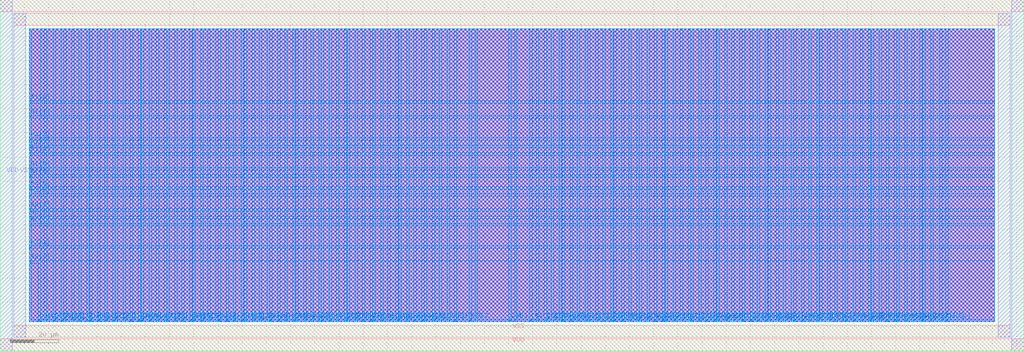
<source format=lef>
VERSION 5.8 ;
BUSBITCHARS "[]" ;
DIVIDERCHAR "/" ;

UNITS
  DATABASE MICRONS 2000 ;
END UNITS

PROPERTYDEFINITIONS
    LAYER LEF58_CORNERSPACING STRING ;
END PROPERTYDEFINITIONS

CLEARANCEMEASURE EUCLIDEAN ;
MANUFACTURINGGRID 0.0005 ;
USEMINSPACING OBS ON ;

LAYER Metal1
  TYPE ROUTING ;
  DIRECTION VERTICAL ;
  PITCH 0.10 0.10 ;
  WIDTH 0.05 ;
  AREA 0.0115 ;
  MINWIDTH 0.05 ;
  SPACINGTABLE
    PARALLELRUNLENGTH  0.0 0.22 0.47 0.63 1.50
    WIDTH 0.0         0.05 0.05 0.05 0.05 0.05
    WIDTH 0.10        0.05 0.06 0.06 0.06 0.06
    WIDTH 0.28        0.05 0.10 0.10 0.10 0.10
    WIDTH 0.47        0.05 0.10 0.13 0.13 0.13
    WIDTH 0.63        0.05 0.10 0.13 0.15 0.15
    WIDTH 1.50        0.05 0.10 0.13 0.15 0.50 ;
  SPACING 0.06 ENDOFLINE 0.06 WITHIN 0.025 ;
END Metal1

LAYER Via1
  TYPE CUT ;
  SPACING 0.075 ;
  WIDTH 0.05 ;
END Via1

LAYER Metal2
  TYPE ROUTING ;
  DIRECTION HORIZONTAL ;
  PITCH 0.10 0.10 ;
  WIDTH 0.05 ;
  AREA 0.014 ;
  MINWIDTH 0.05 ;
  SPACINGTABLE
    PARALLELRUNLENGTH  0.0 0.22 0.47 0.63 1.5
    WIDTH 0.0         0.05 0.05 0.05 0.05 0.05
    WIDTH 0.09        0.05 0.06 0.06 0.06 0.06
    WIDTH 0.16        0.05 0.10 0.10 0.10 0.10
    WIDTH 0.47        0.05 0.10 0.13 0.13 0.13
    WIDTH 0.63        0.05 0.10 0.13 0.15 0.15
    WIDTH 1.5         0.05 0.10 0.13 0.15 0.50 ;
  SPACING 0.08 ENDOFLINE 0.08 WITHIN 0.025 ;
  SPACING 0.10 ENDOFLINE 0.08 WITHIN 0.025 PARALLELEDGE 0.10 WITHIN 0.025 ;
  PROPERTY LEF58_CORNERSPACING "CORNERSPACING CONVEXCORNER EXCEPTEOL 0.08
    WIDTH 0.00 SPACING 0.10
    WIDTH 0.20 SPACING 0.20
    WIDTH 0.50 SPACING 0.30 ;" ;
END Metal2

LAYER Via2
  TYPE CUT ;
  SPACING 0.075 ;
  WIDTH 0.05 ;
  SPACING 0.155 ADJACENTCUTS 3 WITHIN 0.200 ;
END Via2

LAYER Metal3
  TYPE ROUTING ;
  DIRECTION VERTICAL ;
  PITCH 0.10 0.10 ;
  WIDTH 0.05 ;
  AREA 0.017 ;
  MINWIDTH 0.05 ;
  SPACINGTABLE
    PARALLELRUNLENGTH  0.0 0.22 0.47 0.63 1.5
    WIDTH 0.0         0.05 0.05 0.05 0.05 0.05
    WIDTH 0.09        0.05 0.06 0.06 0.06 0.06
    WIDTH 0.16        0.05 0.10 0.10 0.10 0.10
    WIDTH 0.47        0.05 0.10 0.13 0.13 0.13
    WIDTH 0.63        0.05 0.10 0.13 0.15 0.15
    WIDTH 1.5         0.05 0.10 0.13 0.15 0.50 ;
  SPACING 0.08 ENDOFLINE 0.08 WITHIN 0.025 ;
  SPACING 0.10 ENDOFLINE 0.08 WITHIN 0.025 PARALLELEDGE 0.10 WITHIN 0.025 ;
  PROPERTY LEF58_CORNERSPACING "CORNERSPACING CONVEXCORNER EXCEPTEOL 0.08
    WIDTH 0.00 SPACING 0.10
    WIDTH 0.20 SPACING 0.20
    WIDTH 0.50 SPACING 0.30 ;" ;
END Metal3

LAYER Via3
  TYPE CUT ;
  SPACING 0.075 ;
  WIDTH 0.05 ;
  SPACING 0.155 ADJACENTCUTS 3 WITHIN 0.200 ;
END Via3

LAYER Metal4
  TYPE ROUTING ;
  DIRECTION HORIZONTAL ;
  PITCH 0.10 0.10 ;
  WIDTH 0.05 ;
  AREA 0.017 ;
  MINWIDTH 0.05 ;
  SPACINGTABLE
    PARALLELRUNLENGTH  0.0 0.22 0.47 0.63 1.5
    WIDTH 0.0         0.05 0.05 0.05 0.05 0.05
    WIDTH 0.09        0.05 0.06 0.06 0.06 0.06
    WIDTH 0.16        0.05 0.10 0.10 0.10 0.10
    WIDTH 0.47        0.05 0.10 0.13 0.13 0.13
    WIDTH 0.63        0.05 0.10 0.13 0.15 0.15
    WIDTH 1.5         0.05 0.10 0.13 0.15 0.50 ;
  SPACING 0.08 ENDOFLINE 0.08 WITHIN 0.025 ;
  SPACING 0.10 ENDOFLINE 0.08 WITHIN 0.025 PARALLELEDGE 0.10 WITHIN 0.025 ;
  PROPERTY LEF58_CORNERSPACING "CORNERSPACING CONVEXCORNER EXCEPTEOL 0.08
    WIDTH 0.00 SPACING 0.10
    WIDTH 0.20 SPACING 0.20
    WIDTH 0.50 SPACING 0.30 ;" ;
END Metal4

LAYER Via4
  TYPE CUT ;
  SPACING 0.075 ;
  WIDTH 0.05 ;
  SPACING 0.155 ADJACENTCUTS 3 WITHIN 0.200 ;
END Via4

LAYER Metal5
  TYPE ROUTING ;
  DIRECTION VERTICAL ;
  PITCH 0.10 0.10 ;
  WIDTH 0.05 ;
  AREA 0.017 ;
  MINWIDTH 0.05 ;
  SPACINGTABLE
    PARALLELRUNLENGTH  0.0 0.22 0.47 0.63 1.5
    WIDTH 0.0         0.05 0.05 0.05 0.05 0.05
    WIDTH 0.09        0.05 0.06 0.06 0.06 0.06
    WIDTH 0.16        0.05 0.10 0.10 0.10 0.10
    WIDTH 0.47        0.05 0.10 0.13 0.13 0.13
    WIDTH 0.63        0.05 0.10 0.13 0.15 0.15
    WIDTH 1.5         0.05 0.10 0.13 0.15 0.50 ;
  SPACING 0.08 ENDOFLINE 0.08 WITHIN 0.025 ;
  SPACING 0.10 ENDOFLINE 0.08 WITHIN 0.025 PARALLELEDGE 0.10 WITHIN 0.025 ;
  PROPERTY LEF58_CORNERSPACING "CORNERSPACING CONVEXCORNER EXCEPTEOL 0.08
    WIDTH 0.00 SPACING 0.10
    WIDTH 0.20 SPACING 0.20
    WIDTH 0.50 SPACING 0.30 ;" ;
END Metal5

LAYER Via5
  TYPE CUT ;
  SPACING 0.075 ;
  WIDTH 0.05 ;
  SPACING 0.155 ADJACENTCUTS 3 WITHIN 0.200 ;
END Via5

LAYER Metal6
  TYPE ROUTING ;
  DIRECTION HORIZONTAL ;
  PITCH 0.15 0.15 ;
  WIDTH 0.07 ;
  AREA 0.025 ;
  MINWIDTH 0.07 ;
  SPACINGTABLE
    PARALLELRUNLENGTH  0.0 0.22 0.47 0.63 1.5
    WIDTH 0.0         0.08 0.08 0.08 0.08 0.08
    WIDTH 0.10        0.08 0.12 0.12 0.12 0.12
    WIDTH 0.16        0.08 0.12 0.15 0.15 0.15
    WIDTH 0.47        0.08 0.12 0.15 0.18 0.18
    WIDTH 0.63        0.08 0.12 0.15 0.18 0.25
    WIDTH 1.5         0.08 0.12 0.15 0.18 0.50 ;
  SPACING 0.10 ENDOFLINE 0.10 WITHIN 0.035 ;
  SPACING 0.12 ENDOFLINE 0.10 WITHIN 0.035 PARALLELEDGE 0.12 WITHIN 0.035 ;
  PROPERTY LEF58_CORNERSPACING "CORNERSPACING CONVEXCORNER EXCEPTEOL 0.08
    WIDTH 0.00 SPACING 0.10
    WIDTH 0.20 SPACING 0.20
    WIDTH 0.50 SPACING 0.30 ;" ;
END Metal6

LAYER Via6
  TYPE CUT ;
  SPACING 0.10 ;
  WIDTH 0.07 ;
  SPACING 0.20 ADJACENTCUTS 3 WITHIN 0.25 ;
END Via6

LAYER Metal7
  TYPE ROUTING ;
  DIRECTION VERTICAL ;
  PITCH 0.15 0.15 ;
  WIDTH 0.07 ;
  AREA 0.025 ;
  MINWIDTH 0.07 ;
  SPACINGTABLE
    PARALLELRUNLENGTH  0.0 0.22 0.47 0.63 1.5
    WIDTH 0.0         0.08 0.08 0.08 0.08 0.08
    WIDTH 0.10        0.08 0.12 0.12 0.12 0.12
    WIDTH 0.16        0.08 0.12 0.15 0.15 0.15
    WIDTH 0.47        0.08 0.12 0.15 0.18 0.18
    WIDTH 0.63        0.08 0.12 0.15 0.18 0.25
    WIDTH 1.5         0.08 0.12 0.15 0.18 0.50 ;
  SPACING 0.10 ENDOFLINE 0.10 WITHIN 0.035 ;
  SPACING 0.12 ENDOFLINE 0.10 WITHIN 0.035 PARALLELEDGE 0.12 WITHIN 0.035 ;
  PROPERTY LEF58_CORNERSPACING "CORNERSPACING CONVEXCORNER EXCEPTEOL 0.08
    WIDTH 0.00 SPACING 0.10
    WIDTH 0.20 SPACING 0.20
    WIDTH 0.50 SPACING 0.30 ;" ;
END Metal7

LAYER Via7
  TYPE CUT ;
  SPACING 0.10 ;
  WIDTH 0.07 ;
  SPACING 0.20 ADJACENTCUTS 3 WITHIN 0.25 ;
END Via7

LAYER Metal8
  TYPE ROUTING ;
  DIRECTION HORIZONTAL ;
  PITCH 0.2 0.2 ;
  WIDTH 0.10 ;
  AREA 0.052 ;
  MINWIDTH 0.10 ;
  SPACINGTABLE
    PARALLELRUNLENGTH 0.0 0.22 0.47 0.63 1.5
    WIDTH 0	     0.10 0.10 0.10 0.10 0.10
    WIDTH 0.2	     0.10 0.15 0.15 0.15 0.15
    WIDTH 0.4	     0.10 0.15 0.20 0.20 0.20
    WIDTH 1.5	     0.10 0.15 0.20 0.30 0.50 ;
  SPACING 0.12 ENDOFLINE 0.12 WITHIN 0.035 ;
END Metal8

LAYER Via8
  TYPE CUT ;
  SPACING 0.15 ;
  WIDTH 0.10 ;
END Via8

LAYER Metal9
  TYPE ROUTING ;
  DIRECTION VERTICAL ;
  PITCH 0.2 0.2 ;
  WIDTH 0.10 ;
  AREA 0.052 ;
  MINWIDTH 0.10 ;
  SPACINGTABLE
    PARALLELRUNLENGTH 0.0 0.22 0.47 0.63 1.5
    WIDTH 0	     0.10 0.10 0.10 0.10 0.10
    WIDTH 0.2	     0.10 0.15 0.15 0.15 0.15
    WIDTH 0.4	     0.10 0.15 0.20 0.20 0.20
    WIDTH 1.5	     0.10 0.15 0.20 0.30 0.50 ;
  SPACING 0.12 ENDOFLINE 0.12 WITHIN 0.035 ;
END Metal9

LAYER OVERLAP
  TYPE OVERLAP ;
END OVERLAP

VIA VIA12_1C DEFAULT 
    LAYER Metal1 ;
        RECT -0.025000 -0.055000 0.025000 0.055000 ;
    LAYER Via1 ;
        RECT -0.025000 -0.025000 0.025000 0.025000 ;
    LAYER Metal2 ;
        RECT -0.055000 -0.025000 0.055000 0.025000 ;
END VIA12_1C

VIA VIA12_1C_H DEFAULT 
    LAYER Metal1 ;
        RECT -0.055000 -0.025000 0.055000 0.025000 ;
    LAYER Via1 ;
        RECT -0.025000 -0.025000 0.025000 0.025000 ;
    LAYER Metal2 ;
        RECT -0.055000 -0.025000 0.055000 0.025000 ;
END VIA12_1C_H

VIA VIA12_1C_V DEFAULT 
    LAYER Metal1 ;
        RECT -0.025000 -0.055000 0.025000 0.055000 ;
    LAYER Via1 ;
        RECT -0.025000 -0.025000 0.025000 0.025000 ;
    LAYER Metal2 ;
        RECT -0.025000 -0.055000 0.025000 0.055000 ;
END VIA12_1C_V

VIA VIA12_PG
    LAYER Metal1 ;
        RECT -0.350000 -0.050000 0.350000 0.050000 ;
    LAYER Via1 ;
        RECT -0.325000 -0.025000 -0.275000 0.025000 ;
        RECT -0.175000 -0.025000 -0.125000 0.025000 ;
        RECT -0.025000 -0.025000 0.025000 0.025000 ;
        RECT 0.125000 -0.025000 0.175000 0.025000 ;
        RECT 0.275000 -0.025000 0.325000 0.025000 ;
    LAYER Metal2 ;
        RECT -0.350000 -0.050000 0.350000 0.050000 ;
END VIA12_PG

VIA VIA23_1C DEFAULT 
    LAYER Metal2 ;
        RECT -0.055000 -0.025000 0.055000 0.025000 ;
    LAYER Via2 ;
        RECT -0.025000 -0.025000 0.025000 0.025000 ;
    LAYER Metal3 ;
        RECT -0.025000 -0.055000 0.025000 0.055000 ;
END VIA23_1C

VIA VIA23_1C_H DEFAULT 
    LAYER Metal2 ;
        RECT -0.055000 -0.025000 0.055000 0.025000 ;
    LAYER Via2 ;
        RECT -0.025000 -0.025000 0.025000 0.025000 ;
    LAYER Metal3 ;
        RECT -0.055000 -0.025000 0.055000 0.025000 ;
END VIA23_1C_H

VIA VIA23_1C_V DEFAULT 
    LAYER Metal2 ;
        RECT -0.025000 -0.055000 0.025000 0.055000 ;
    LAYER Via2 ;
        RECT -0.025000 -0.025000 0.025000 0.025000 ;
    LAYER Metal3 ;
        RECT -0.025000 -0.055000 0.025000 0.055000 ;
END VIA23_1C_V

VIA VIA23_1ST_E DEFAULT 
    LAYER Metal2 ;
        RECT -0.055000 -0.025000 0.325000 0.025000 ;
    LAYER Via2 ;
        RECT -0.025000 -0.025000 0.025000 0.025000 ;
    LAYER Metal3 ;
        RECT -0.025000 -0.055000 0.025000 0.055000 ;
END VIA23_1ST_E

VIA VIA23_1ST_W DEFAULT 
    LAYER Metal2 ;
        RECT -0.325000 -0.025000 0.055000 0.025000 ;
    LAYER Via2 ;
        RECT -0.025000 -0.025000 0.025000 0.025000 ;
    LAYER Metal3 ;
        RECT -0.025000 -0.055000 0.025000 0.055000 ;
END VIA23_1ST_W

VIA VIA23_PG
    LAYER Metal2 ;
        RECT -0.350000 -0.050000 0.350000 0.050000 ;
    LAYER Via2 ;
        RECT -0.325000 -0.025000 -0.275000 0.025000 ;
        RECT -0.175000 -0.025000 -0.125000 0.025000 ;
        RECT -0.025000 -0.025000 0.025000 0.025000 ;
        RECT 0.125000 -0.025000 0.175000 0.025000 ;
        RECT 0.275000 -0.025000 0.325000 0.025000 ;
    LAYER Metal3 ;
        RECT -0.350000 -0.050000 0.350000 0.050000 ;
END VIA23_PG

VIA VIA34_1C DEFAULT 
    LAYER Metal3 ;
        RECT -0.025000 -0.055000 0.025000 0.055000 ;
    LAYER Via3 ;
        RECT -0.025000 -0.025000 0.025000 0.025000 ;
    LAYER Metal4 ;
        RECT -0.055000 -0.025000 0.055000 0.025000 ;
END VIA34_1C

VIA VIA34_1C_H DEFAULT 
    LAYER Metal3 ;
        RECT -0.055000 -0.025000 0.055000 0.025000 ;
    LAYER Via3 ;
        RECT -0.025000 -0.025000 0.025000 0.025000 ;
    LAYER Metal4 ;
        RECT -0.055000 -0.025000 0.055000 0.025000 ;
END VIA34_1C_H

VIA VIA34_1C_V DEFAULT 
    LAYER Metal3 ;
        RECT -0.025000 -0.055000 0.025000 0.055000 ;
    LAYER Via3 ;
        RECT -0.025000 -0.025000 0.025000 0.025000 ;
    LAYER Metal4 ;
        RECT -0.025000 -0.055000 0.025000 0.055000 ;
END VIA34_1C_V

VIA VIA34_1ST_N DEFAULT 
    LAYER Metal3 ;
        RECT -0.025000 -0.055000 0.025000 0.325000 ;
    LAYER Via3 ;
        RECT -0.025000 -0.025000 0.025000 0.025000 ;
    LAYER Metal4 ;
        RECT -0.055000 -0.025000 0.055000 0.025000 ;
END VIA34_1ST_N

VIA VIA34_1ST_S DEFAULT 
    LAYER Metal3 ;
        RECT -0.025000 -0.325000 0.025000 0.055000 ;
    LAYER Via3 ;
        RECT -0.025000 -0.025000 0.025000 0.025000 ;
    LAYER Metal4 ;
        RECT -0.055000 -0.025000 0.055000 0.025000 ;
END VIA34_1ST_S

VIA VIA34_PG
    LAYER Metal3 ;
        RECT -0.350000 -0.050000 0.350000 0.050000 ;
    LAYER Via3 ;
        RECT -0.325000 -0.025000 -0.275000 0.025000 ;
        RECT -0.175000 -0.025000 -0.125000 0.025000 ;
        RECT -0.025000 -0.025000 0.025000 0.025000 ;
        RECT 0.125000 -0.025000 0.175000 0.025000 ;
        RECT 0.275000 -0.025000 0.325000 0.025000 ;
    LAYER Metal4 ;
        RECT -0.350000 -0.050000 0.350000 0.050000 ;
END VIA34_PG

VIA VIA45_1C DEFAULT 
    LAYER Metal4 ;
        RECT -0.055000 -0.025000 0.055000 0.025000 ;
    LAYER Via4 ;
        RECT -0.025000 -0.025000 0.025000 0.025000 ;
    LAYER Metal5 ;
        RECT -0.025000 -0.055000 0.025000 0.055000 ;
END VIA45_1C

VIA VIA45_PG
    LAYER Metal4 ;
        RECT -0.200000 -0.050000 0.200000 0.050000 ;
    LAYER Via4 ;
        RECT -0.175000 -0.025000 -0.125000 0.025000 ;
        RECT -0.025000 -0.025000 0.025000 0.025000 ;
        RECT 0.125000 -0.025000 0.175000 0.025000 ;
    LAYER Metal5 ;
        RECT -0.200000 -0.050000 0.200000 0.050000 ;
END VIA45_PG

VIA VIA5_0_VH DEFAULT 
    LAYER Metal5 ;
        RECT -0.035000 -0.065000 0.035000 0.065000 ;
    LAYER Via5 ;
        RECT -0.025000 -0.025000 0.025000 0.025000 ;
    LAYER Metal6 ;
        RECT -0.065000 -0.035000 0.065000 0.035000 ;
END VIA5_0_VH

VIA VIA56_PG
    LAYER Metal5 ;
        RECT -0.150000 -0.150000 0.150000 0.150000 ;
    LAYER Via5 ;
        RECT -0.150000 -0.150000 -0.100000 -0.100000 ;
        RECT -0.150000 0.100000 -0.100000 0.150000 ;
        RECT 0.100000 0.100000 0.150000 0.150000 ;
        RECT 0.100000 -0.150000 0.150000 -0.100000 ;
    LAYER Metal6 ;
        RECT -0.150000 -0.150000 0.150000 0.150000 ;
END VIA56_PG

VIA VIA6_0_HV DEFAULT 
    LAYER Metal6 ;
        RECT -0.065000 -0.035000 0.065000 0.035000 ;
    LAYER Via6 ;
        RECT -0.035000 -0.035000 0.035000 0.035000 ;
    LAYER Metal7 ;
        RECT -0.035000 -0.065000 0.035000 0.065000 ;
END VIA6_0_HV

VIA VIA67_PG
    LAYER Metal6 ;
        RECT -0.170000 -0.170000 0.170000 0.170000 ;
    LAYER Via6 ;
        RECT -0.170000 -0.170000 -0.100000 -0.100000 ;
        RECT -0.170000 0.100000 -0.100000 0.170000 ;
        RECT 0.100000 0.100000 0.170000 0.170000 ;
        RECT 0.100000 -0.170000 0.170000 -0.100000 ;
    LAYER Metal7 ;
        RECT -0.170000 -0.170000 0.170000 0.170000 ;
END VIA67_PG

VIA VIA7_0_VH DEFAULT 
    LAYER Metal7 ;
        RECT -0.050000 -0.260000 0.050000 0.260000 ;
    LAYER Via7 ;
        RECT -0.050000 -0.050000 0.050000 0.050000 ;
    LAYER Metal8 ;
        RECT -0.260000 -0.050000 0.260000 0.050000 ;
END VIA7_0_VH

VIA VIA78_PG
    LAYER Metal7 ;
        RECT -0.170000 -0.170000 0.170000 0.170000 ;
    LAYER Via7 ;
        RECT -0.170000 -0.170000 -0.100000 -0.100000 ;
        RECT -0.170000 0.100000 -0.100000 0.170000 ;
        RECT 0.100000 0.100000 0.170000 0.170000 ;
        RECT 0.100000 -0.170000 0.170000 -0.100000 ;
    LAYER Metal8 ;
        RECT -0.170000 -0.170000 0.170000 0.170000 ;
END VIA78_PG

VIA VIA8_0_HV DEFAULT 
    LAYER Metal8 ;
        RECT -0.260000 -0.050000 0.260000 0.050000 ;
    LAYER Via8 ;
        RECT -0.050000 -0.050000 0.050000 0.050000 ;
    LAYER Metal9 ;
        RECT -0.050000 -0.260000 0.050000 0.260000 ;
END VIA8_0_HV

VIA VIA12_2C_W DEFAULT
    LAYER Metal1 ;
	RECT -0.150000 -0.055000 0.025000 0.055000 ;
    LAYER Via1 ;
	RECT -0.025000 -0.025000 0.025000 0.025000 ;
	RECT -0.150000 -0.025000 -0.100000 0.025000 ;
    LAYER Metal2 ;
	RECT -0.180000 -0.025000 0.055000 0.025000 ;
END VIA12_2C_W

VIA VIA12_2C_CH DEFAULT
    LAYER Metal1 ;
	RECT -0.087500 -0.055000 0.087500 0.055000 ;
    LAYER Via1 ;
	RECT 0.037500 -0.025000 0.087500 0.025000 ;
	RECT -0.087500 -0.025000 -0.037500 0.025000 ;
    LAYER Metal2 ;
	RECT -0.117500 -0.025000 0.117500 0.025000 ;
END VIA12_2C_CH

VIA VIA12_2C_E DEFAULT
    LAYER Metal1 ;
	RECT -0.025000 -0.055000 0.150000 0.055000 ;
    LAYER Via1 ;
	RECT 0.100000 -0.025000 0.150000 0.025000 ;
	RECT -0.025000 -0.025000 0.025000 0.025000 ;
    LAYER Metal2 ;
	RECT -0.055000 -0.025000 0.180000 0.025000 ;
END VIA12_2C_E

VIA VIA12_2C_S DEFAULT
    LAYER Metal1 ;
	RECT -0.025000 -0.180000 0.025000 0.055000 ;
    LAYER Via1 ;
	RECT -0.025000 -0.025000 0.025000 0.025000 ;
	RECT -0.025000 -0.150000 0.025000 -0.100000 ;
    LAYER Metal2 ;
	RECT -0.055000 -0.150000 0.055000 0.025000 ;
END VIA12_2C_S

VIA VIA12_2C_CV DEFAULT
    LAYER Metal1 ;
	RECT -0.025000 -0.117500 0.025000 0.117500 ;
    LAYER Via1 ;
	RECT -0.025000 0.037500 0.025000 0.087500 ;
	RECT -0.025000 -0.087500 0.025000 -0.037500 ;
    LAYER Metal2 ;
	RECT -0.055000 -0.087500 0.055000 0.087500 ;
END VIA12_2C_CV

VIA VIA12_2C_N DEFAULT
    LAYER Metal1 ;
	RECT -0.025000 -0.055000 0.025000 0.180000 ;
    LAYER Via1 ;
	RECT -0.025000 0.100000 0.025000 0.150000 ;
	RECT -0.025000 -0.025000 0.025000 0.025000 ;
    LAYER Metal2 ;
	RECT -0.055000 -0.025000 0.055000 0.150000 ;
END VIA12_2C_N

VIA VIA23_2C_W DEFAULT
    LAYER Metal2 ;
	RECT -0.180000 -0.025000 0.055000 0.025000 ;
    LAYER Via2 ;
	RECT -0.025000 -0.025000 0.025000 0.025000 ;
	RECT -0.150000 -0.025000 -0.100000 0.025000 ;
    LAYER Metal3 ;
	RECT -0.150000 -0.055000 0.025000 0.055000 ;
END VIA23_2C_W

VIA VIA23_2C_CH DEFAULT
    LAYER Metal2 ;
	RECT -0.117500 -0.025000 0.117500 0.025000 ;
    LAYER Via2 ;
	RECT 0.037500 -0.025000 0.087500 0.025000 ;
	RECT -0.087500 -0.025000 -0.037500 0.025000 ;
    LAYER Metal3 ;
	RECT -0.087500 -0.055000 0.087500 0.055000 ;
END VIA23_2C_CH

VIA VIA23_2C_E DEFAULT
    LAYER Metal2 ;
	RECT -0.055000 -0.025000 0.180000 0.025000 ;
    LAYER Via2 ;
	RECT 0.100000 -0.025000 0.150000 0.025000 ;
	RECT -0.025000 -0.025000 0.025000 0.025000 ;
    LAYER Metal3 ;
	RECT -0.025000 -0.055000 0.150000 0.055000 ;
END VIA23_2C_E

VIA VIA23_2C_S DEFAULT
    LAYER Metal2 ;
	RECT -0.055000 -0.150000 0.055000 0.025000 ;
    LAYER Via2 ;
	RECT -0.025000 -0.025000 0.025000 0.025000 ;
	RECT -0.025000 -0.150000 0.025000 -0.100000 ;
    LAYER Metal3 ;
	RECT -0.025000 -0.180000 0.025000 0.055000 ;
END VIA23_2C_S

VIA VIA23_2C_CV DEFAULT
    LAYER Metal2 ;
	RECT -0.055000 -0.087500 0.055000 0.087500 ;
    LAYER Via2 ;
	RECT -0.025000 0.037500 0.025000 0.087500 ;
	RECT -0.025000 -0.087500 0.025000 -0.037500 ;
    LAYER Metal3 ;
	RECT -0.025000 -0.117500 0.025000 0.117500 ;
END VIA23_2C_CV

VIA VIA23_2C_N DEFAULT
    LAYER Metal2 ;
	RECT -0.055000 -0.025000 0.055000 0.150000 ;
    LAYER Via2 ;
	RECT -0.025000 0.100000 0.025000 0.150000 ;
	RECT -0.025000 -0.025000 0.025000 0.025000 ;
    LAYER Metal3 ;
	RECT -0.025000 -0.055000 0.025000 0.180000 ;
END VIA23_2C_N

VIA VIA34_2C_W DEFAULT
    LAYER Metal3 ;
	RECT -0.150000 -0.055000 0.025000 0.055000 ;
    LAYER Via3 ;
	RECT -0.025000 -0.025000 0.025000 0.025000 ;
	RECT -0.150000 -0.025000 -0.100000 0.025000 ;
    LAYER Metal4 ;
	RECT -0.180000 -0.025000 0.055000 0.025000 ;
END VIA34_2C_W

VIA VIA34_2C_CH DEFAULT
    LAYER Metal3 ;
	RECT -0.087500 -0.055000 0.087500 0.055000 ;
    LAYER Via3 ;
	RECT 0.037500 -0.025000 0.087500 0.025000 ;
	RECT -0.087500 -0.025000 -0.037500 0.025000 ;
    LAYER Metal4 ;
	RECT -0.117500 -0.025000 0.117500 0.025000 ;
END VIA34_2C_CH

VIA VIA34_2C_E DEFAULT
    LAYER Metal3 ;
	RECT -0.025000 -0.055000 0.150000 0.055000 ;
    LAYER Via3 ;
	RECT 0.100000 -0.025000 0.150000 0.025000 ;
	RECT -0.025000 -0.025000 0.025000 0.025000 ;
    LAYER Metal4 ;
	RECT -0.055000 -0.025000 0.180000 0.025000 ;
END VIA34_2C_E

VIA VIA34_2C_S DEFAULT
    LAYER Metal3 ;
	RECT -0.025000 -0.180000 0.025000 0.055000 ;
    LAYER Via3 ;
	RECT -0.025000 -0.025000 0.025000 0.025000 ;
	RECT -0.025000 -0.150000 0.025000 -0.100000 ;
    LAYER Metal4 ;
	RECT -0.055000 -0.150000 0.055000 0.025000 ;
END VIA34_2C_S

VIA VIA34_2C_CV DEFAULT
    LAYER Metal3 ;
	RECT -0.025000 -0.117500 0.025000 0.117500 ;
    LAYER Via3 ;
	RECT -0.025000 0.037500 0.025000 0.087500 ;
	RECT -0.025000 -0.087500 0.025000 -0.037500 ;
    LAYER Metal4 ;
	RECT -0.055000 -0.087500 0.055000 0.087500 ;
END VIA34_2C_CV

VIA VIA34_2C_N DEFAULT
    LAYER Metal3 ;
	RECT -0.025000 -0.055000 0.025000 0.180000 ;
    LAYER Via3 ;
	RECT -0.025000 0.100000 0.025000 0.150000 ;
	RECT -0.025000 -0.025000 0.025000 0.025000 ;
    LAYER Metal4 ;
	RECT -0.055000 -0.025000 0.055000 0.150000 ;
END VIA34_2C_N

VIA VIA45_2C_W DEFAULT
    LAYER Metal4 ;
	RECT -0.180000 -0.025000 0.055000 0.025000 ;
    LAYER Via4 ;
	RECT -0.025000 -0.025000 0.025000 0.025000 ;
	RECT -0.150000 -0.025000 -0.100000 0.025000 ;
    LAYER Metal5 ;
	RECT -0.150000 -0.055000 0.025000 0.055000 ;
END VIA45_2C_W

VIA VIA45_2C_CH DEFAULT
    LAYER Metal4 ;
	RECT -0.117500 -0.025000 0.117500 0.025000 ;
    LAYER Via4 ;
	RECT 0.037500 -0.025000 0.087500 0.025000 ;
	RECT -0.087500 -0.025000 -0.037500 0.025000 ;
    LAYER Metal5 ;
	RECT -0.087500 -0.055000 0.087500 0.055000 ;
END VIA45_2C_CH

VIA VIA45_2C_E DEFAULT
    LAYER Metal4 ;
	RECT -0.055000 -0.025000 0.180000 0.025000 ;
    LAYER Via4 ;
	RECT 0.100000 -0.025000 0.150000 0.025000 ;
	RECT -0.025000 -0.025000 0.025000 0.025000 ;
    LAYER Metal5 ;
	RECT -0.025000 -0.055000 0.150000 0.055000 ;
END VIA45_2C_E

VIA VIA45_2C_S DEFAULT
    LAYER Metal4 ;
	RECT -0.055000 -0.150000 0.055000 0.025000 ;
    LAYER Via4 ;
	RECT -0.025000 -0.025000 0.025000 0.025000 ;
	RECT -0.025000 -0.150000 0.025000 -0.100000 ;
    LAYER Metal5 ;
	RECT -0.025000 -0.180000 0.025000 0.055000 ;
END VIA45_2C_S

VIA VIA45_2C_CV DEFAULT
    LAYER Metal4 ;
	RECT -0.055000 -0.087500 0.055000 0.087500 ;
    LAYER Via4 ;
	RECT -0.025000 0.037500 0.025000 0.087500 ;
	RECT -0.025000 -0.087500 0.025000 -0.037500 ;
    LAYER Metal5 ;
	RECT -0.025000 -0.117500 0.025000 0.117500 ;
END VIA45_2C_CV

VIA VIA45_2C_N DEFAULT
    LAYER Metal4 ;
	RECT -0.055000 -0.025000 0.055000 0.150000 ;
    LAYER Via4 ;
	RECT -0.025000 0.100000 0.025000 0.150000 ;
	RECT -0.025000 -0.025000 0.025000 0.025000 ;
    LAYER Metal5 ;
	RECT -0.025000 -0.055000 0.025000 0.180000 ;
END VIA45_2C_N

VIA VIA56_2C_W DEFAULT
    LAYER Metal5 ;
	RECT -0.150000 -0.055000 0.025000 0.055000 ;
    LAYER Via5 ;
	RECT -0.025000 -0.025000 0.025000 0.025000 ;
	RECT -0.150000 -0.025000 -0.100000 0.025000 ;
    LAYER Metal6 ;
	RECT -0.180000 -0.025000 0.055000 0.025000 ;
END VIA56_2C_W

VIA VIA56_2C_CH DEFAULT
    LAYER Metal5 ;
	RECT -0.087500 -0.055000 0.087500 0.055000 ;
    LAYER Via5 ;
	RECT 0.037500 -0.025000 0.087500 0.025000 ;
	RECT -0.087500 -0.025000 -0.037500 0.025000 ;
    LAYER Metal6 ;
	RECT -0.117500 -0.025000 0.117500 0.025000 ;
END VIA56_2C_CH

VIA VIA56_2C_E DEFAULT
    LAYER Metal5 ;
	RECT -0.025000 -0.055000 0.150000 0.055000 ;
    LAYER Via5 ;
	RECT 0.100000 -0.025000 0.150000 0.025000 ;
	RECT -0.025000 -0.025000 0.025000 0.025000 ;
    LAYER Metal6 ;
	RECT -0.055000 -0.025000 0.180000 0.025000 ;
END VIA56_2C_E

VIA VIA56_2C_S DEFAULT
    LAYER Metal5 ;
	RECT -0.025000 -0.180000 0.025000 0.055000 ;
    LAYER Via5 ;
	RECT -0.025000 -0.025000 0.025000 0.025000 ;
	RECT -0.025000 -0.150000 0.025000 -0.100000 ;
    LAYER Metal6 ;
	RECT -0.055000 -0.150000 0.055000 0.025000 ;
END VIA56_2C_S

VIA VIA56_2C_CV DEFAULT
    LAYER Metal5 ;
	RECT -0.025000 -0.117500 0.025000 0.117500 ;
    LAYER Via5 ;
	RECT -0.025000 0.037500 0.025000 0.087500 ;
	RECT -0.025000 -0.087500 0.025000 -0.037500 ;
    LAYER Metal6 ;
	RECT -0.055000 -0.087500 0.055000 0.087500 ;
END VIA56_2C_CV

VIA VIA56_2C_N DEFAULT
    LAYER Metal5 ;
	RECT -0.025000 -0.055000 0.025000 0.180000 ;
    LAYER Via5 ;
	RECT -0.025000 0.100000 0.025000 0.150000 ;
	RECT -0.025000 -0.025000 0.025000 0.025000 ;
    LAYER Metal6 ;
	RECT -0.055000 -0.025000 0.055000 0.150000 ;
END VIA56_2C_N

VIA VIA67_2C_W DEFAULT
    LAYER Metal6 ;
	RECT -0.235000 -0.035000 0.065000 0.035000 ;
    LAYER Via6 ;
	RECT -0.035000 -0.035000 0.035000 0.035000 ;
	RECT -0.205000 -0.035000 -0.135000 0.035000 ;
    LAYER Metal7 ;
	RECT -0.205000 -0.065000 0.035000 0.065000 ;
END VIA67_2C_W

VIA VIA67_2C_CH DEFAULT
    LAYER Metal6 ;
	RECT -0.150000 -0.035000 0.150000 0.035000 ;
    LAYER Via6 ;
	RECT 0.050000 -0.035000 0.120000 0.035000 ;
	RECT -0.120000 -0.035000 -0.050000 0.035000 ;
    LAYER Metal7 ;
	RECT -0.120000 -0.065000 0.120000 0.065000 ;
END VIA67_2C_CH

VIA VIA67_2C_E DEFAULT
    LAYER Metal6 ;
	RECT -0.065000 -0.035000 0.235000 0.035000 ;
    LAYER Via6 ;
	RECT 0.135000 -0.035000 0.205000 0.035000 ;
	RECT -0.035000 -0.035000 0.035000 0.035000 ;
    LAYER Metal7 ;
	RECT -0.035000 -0.065000 0.205000 0.065000 ;
END VIA67_2C_E

VIA VIA67_2C_S DEFAULT
    LAYER Metal6 ;
	RECT -0.065000 -0.205000 0.065000 0.035000 ;
    LAYER Via6 ;
	RECT -0.035000 -0.035000 0.035000 0.035000 ;
	RECT -0.035000 -0.205000 0.035000 -0.135000 ;
    LAYER Metal7 ;
	RECT -0.035000 -0.235000 0.035000 0.065000 ;
END VIA67_2C_S

VIA VIA67_2C_CV DEFAULT
    LAYER Metal6 ;
	RECT -0.065000 -0.120000 0.065000 0.120000 ;
    LAYER Via6 ;
	RECT -0.035000 0.050000 0.035000 0.120000 ;
	RECT -0.035000 -0.120000 0.035000 -0.050000 ;
    LAYER Metal7 ;
	RECT -0.035000 -0.150000 0.035000 0.150000 ;
END VIA67_2C_CV

VIA VIA67_2C_N DEFAULT
    LAYER Metal6 ;
	RECT -0.065000 -0.035000 0.065000 0.205000 ;
    LAYER Via6 ;
	RECT -0.035000 0.135000 0.035000 0.205000 ;
	RECT -0.035000 -0.035000 0.035000 0.035000 ;
    LAYER Metal7 ;
	RECT -0.035000 -0.065000 0.035000 0.235000 ;
END VIA67_2C_N

VIA VIA78_2C_W DEFAULT
    LAYER Metal7 ;
	RECT -0.205000 -0.065000 0.035000 0.065000 ;
    LAYER Via7 ;
	RECT -0.035000 -0.035000 0.035000 0.035000 ;
	RECT -0.205000 -0.035000 -0.135000 0.035000 ;
    LAYER Metal8 ;
	RECT -0.235000 -0.035000 0.065000 0.035000 ;
END VIA78_2C_W

VIA VIA78_2C_CH DEFAULT
    LAYER Metal7 ;
	RECT -0.120000 -0.065000 0.120000 0.065000 ;
    LAYER Via7 ;
	RECT 0.050000 -0.035000 0.120000 0.035000 ;
	RECT -0.120000 -0.035000 -0.050000 0.035000 ;
    LAYER Metal8 ;
	RECT -0.150000 -0.035000 0.150000 0.035000 ;
END VIA78_2C_CH

VIA VIA78_2C_E DEFAULT
    LAYER Metal7 ;
	RECT -0.035000 -0.065000 0.205000 0.065000 ;
    LAYER Via7 ;
	RECT 0.135000 -0.035000 0.205000 0.035000 ;
	RECT -0.035000 -0.035000 0.035000 0.035000 ;
    LAYER Metal8 ;
	RECT -0.065000 -0.035000 0.235000 0.035000 ;
END VIA78_2C_E

VIA VIA78_2C_S DEFAULT
    LAYER Metal7 ;
	RECT -0.035000 -0.235000 0.035000 0.065000 ;
    LAYER Via7 ;
	RECT -0.035000 -0.035000 0.035000 0.035000 ;
	RECT -0.035000 -0.205000 0.035000 -0.135000 ;
    LAYER Metal8 ;
	RECT -0.065000 -0.205000 0.065000 0.035000 ;
END VIA78_2C_S

VIA VIA78_2C_CV DEFAULT
    LAYER Metal7 ;
	RECT -0.035000 -0.150000 0.035000 0.150000 ;
    LAYER Via7 ;
	RECT -0.035000 0.050000 0.035000 0.120000 ;
	RECT -0.035000 -0.120000 0.035000 -0.050000 ;
    LAYER Metal8 ;
	RECT -0.065000 -0.120000 0.065000 0.120000 ;
END VIA78_2C_CV

VIA VIA78_2C_N DEFAULT
    LAYER Metal7 ;
	RECT -0.035000 -0.065000 0.035000 0.235000 ;
    LAYER Via7 ;
	RECT -0.035000 0.135000 0.035000 0.205000 ;
	RECT -0.035000 -0.035000 0.035000 0.035000 ;
    LAYER Metal8 ;
	RECT -0.065000 -0.035000 0.065000 0.205000 ;
END VIA78_2C_N

VIARULE M4_M3 GENERATE DEFAULT
  LAYER Metal3 ;
    ENCLOSURE 0.005 0.03 ;
  LAYER Via3 ;
    RECT -0.025 -0.025 0.025 0.025 ;
    SPACING 0.11 BY 0.11 ;
  LAYER Metal4 ;
    ENCLOSURE 0.005 0.03 ;
END M4_M3

VIARULE M5_M4 GENERATE DEFAULT
  LAYER Metal4 ;
    ENCLOSURE 0.005 0.03 ;
  LAYER Via4 ;
    RECT -0.025 -0.025 0.025 0.025 ;
    SPACING 0.11 BY 0.11 ;
  LAYER Metal5 ;
    ENCLOSURE 0.005 0.03 ;
END M5_M4

VIARULE M6_M5 GENERATE DEFAULT
  LAYER Metal5 ;
    ENCLOSURE 0.005 0.03 ;
  LAYER Via5 ;
    RECT -0.025 -0.025 0.025 0.025 ;
    SPACING 0.11 BY 0.11 ;
  LAYER Metal6 ;
    ENCLOSURE 0.005 0.03 ;
END M6_M5

VIARULE M7_M6 GENERATE DEFAULT
  LAYER Metal6 ;
    ENCLOSURE 0.005 0.03 ;
  LAYER Via6 ;
    RECT -0.035 -0.035 0.035 0.035 ;
    SPACING 0.15 BY 0.15 ;
  LAYER Metal7 ;
    ENCLOSURE 0.005 0.03 ;
END M7_M6

VIARULE M8_M7 GENERATE DEFAULT
  LAYER Metal7 ;
    ENCLOSURE 0.005 0.03 ;
  LAYER Via7 ;
    RECT -0.035 -0.035 0.035 0.035 ;
    SPACING 0.15 BY 0.15 ;
  LAYER Metal8 ;
    ENCLOSURE 0.005 0.03 ;
END M8_M7

SITE CoreSite
  CLASS CORE ;
  SIZE 0.1 BY 1.2 ;
END CoreSite


MACRO XOR2X2
    CLASS CORE ;
    FOREIGN XOR2X2 0.000000 0.000000 ;
    ORIGIN 0.000000 0.000000 ;
    SIZE 1.800000 BY 1.200000 ;
    SYMMETRY X Y ;
    SITE CoreSite ; 
    PIN A
        DIRECTION INPUT ;
        USE SIGNAL ;
        PORT
        LAYER Metal1 ;
        RECT 0.574000 0.530000 0.686000 0.630000 ;
        RECT 0.574000 0.454000 0.637000 0.630000 ;
        RECT 0.166000 0.454000 0.229000 0.555000 ;
        RECT 0.869000 0.499000 0.931000 0.585000 ;
        RECT 0.574000 0.530000 0.931000 0.585000 ;
        RECT 0.166000 0.454000 0.637000 0.508000 ;
        END
    END A
    PIN B
        DIRECTION INPUT ;
        USE SIGNAL ;
        PORT
        LAYER Metal1 ;
        RECT 0.368000 0.564000 0.461000 0.694000 ;
        RECT 0.263000 0.639000 0.326000 0.763000 ;
        RECT 0.239000 0.706000 0.326000 0.763000 ;
        RECT 0.263000 0.639000 0.461000 0.694000 ;
        END
    END B
    PIN VDD
        DIRECTION INOUT ;
        SHAPE ABUTMENT ;
        USE POWER ;
        PORT
        LAYER Metal1 ;
        RECT 0.000000 1.120000 1.800000 1.280000 ;
        RECT 1.437000 1.078000 1.530000 1.280000 ;
        RECT 0.605000 0.905000 0.698000 1.280000 ;
        RECT 0.213000 0.905000 0.305000 1.280000 ;
        END
    END VDD
    PIN VSS
        DIRECTION INOUT ;
        SHAPE ABUTMENT ;
        USE GROUND ;
        PORT
        LAYER Metal1 ;
        RECT 0.000000 -0.080000 1.800000 0.080000 ;
        RECT 1.440000 -0.080000 1.533000 0.122000 ;
        RECT 0.627000 -0.080000 0.720000 0.122000 ;
        RECT 0.213000 -0.080000 0.305000 0.122000 ;
        END
    END VSS
    PIN Y
        DIRECTION OUTPUT ;
        USE SIGNAL ;
        PORT
        LAYER Metal1 ;
        RECT 1.655000 0.693000 1.748000 0.998000 ;
        RECT 1.655000 0.171000 1.748000 0.395000 ;
        RECT 1.685000 0.171000 1.748000 0.998000 ;
        END
    END Y
    OBS
        LAYER Metal1 ;
        RECT 0.041000 0.281000 0.142000 0.387000 ;
        RECT 0.818000 0.163000 0.911000 0.261000 ;
        RECT 0.802000 0.717000 0.895000 0.940000 ;
        RECT 1.520000 0.473000 1.621000 0.558000 ;
        RECT 1.015000 0.212000 1.182000 0.293000 ;
        RECT 0.998000 0.783000 1.091000 0.864000 ;
        RECT 0.717000 0.319000 0.810000 0.400000 ;
        RECT 0.420000 0.193000 0.513000 0.274000 ;
        RECT 0.409000 0.824000 0.502000 0.905000 ;
        RECT 0.041000 0.950000 0.138000 1.031000 ;
        RECT 0.041000 0.683000 0.142000 0.764000 ;
        RECT 1.520000 0.212000 1.583000 0.558000 ;
        RECT 1.376000 0.520000 1.439000 0.994000 ;
        RECT 1.245000 0.336000 1.308000 0.802000 ;
        RECT 0.994000 0.368000 1.057000 0.708000 ;
        RECT 0.832000 0.654000 0.895000 0.994000 ;
        RECT 0.439000 0.765000 0.502000 0.905000 ;
        RECT 0.041000 0.281000 0.104000 1.031000 ;
        RECT 1.120000 0.212000 1.182000 0.838000 ;
        RECT 0.884000 0.206000 0.946000 0.423000 ;
        RECT 1.015000 0.212000 1.583000 0.267000 ;
        RECT 0.998000 0.783000 1.182000 0.838000 ;
        RECT 0.884000 0.368000 1.057000 0.423000 ;
        RECT 0.832000 0.939000 1.439000 0.994000 ;
        RECT 0.717000 0.206000 0.946000 0.261000 ;
        RECT 0.439000 0.765000 0.895000 0.820000 ;
        RECT 0.420000 0.206000 0.832000 0.261000 ;
        RECT 0.138000 0.332000 0.810000 0.387000 ;
        RECT 0.041000 0.332000 0.513000 0.387000 ;
        RECT 0.832000 0.654000 1.057000 0.708000 ;
        RECT 0.884000 0.163000 0.911000 0.423000 ;
    END
END XOR2X2

MACRO XNOR2X2
    CLASS CORE ;
    FOREIGN XNOR2X2 0.000000 0.000000 ;
    ORIGIN 0.000000 0.000000 ;
    SIZE 2.000000 BY 1.200000 ;
    SYMMETRY X Y ;
    SITE CoreSite ; 
    PIN A
        DIRECTION INPUT ;
        USE SIGNAL ;
        PORT
        LAYER Metal1 ;
        RECT 1.059000 0.468000 1.123000 0.585000 ;
        RECT 0.811000 0.530000 0.875000 0.630000 ;
        RECT 0.584000 0.454000 0.647000 0.630000 ;
        RECT 0.168000 0.454000 0.231000 0.555000 ;
        RECT 0.584000 0.573000 0.668000 0.630000 ;
        RECT 0.811000 0.530000 1.123000 0.585000 ;
        RECT 0.584000 0.575000 0.875000 0.630000 ;
        RECT 0.168000 0.454000 0.647000 0.508000 ;
        END
    END A
    PIN B
        DIRECTION INPUT ;
        USE SIGNAL ;
        PORT
        LAYER Metal1 ;
        RECT 0.427000 0.564000 0.521000 0.645000 ;
        RECT 0.402000 0.627000 0.490000 0.694000 ;
        RECT 0.427000 0.564000 0.490000 0.694000 ;
        RECT 0.266000 0.639000 0.329000 0.763000 ;
        RECT 0.241000 0.706000 0.329000 0.763000 ;
        RECT 0.266000 0.639000 0.490000 0.694000 ;
        END
    END B
    PIN VDD
        DIRECTION INOUT ;
        SHAPE ABUTMENT ;
        USE POWER ;
        PORT
        LAYER Metal1 ;
        RECT 0.000000 1.120000 2.000000 1.280000 ;
        RECT 0.694000 0.905000 0.788000 1.280000 ;
        RECT 1.634000 1.078000 1.727000 1.280000 ;
        RECT 0.287000 0.905000 0.380000 1.280000 ;
        END
    END VDD
    PIN VSS
        DIRECTION INOUT ;
        SHAPE ABUTMENT ;
        USE GROUND ;
        PORT
        LAYER Metal1 ;
        RECT 0.000000 -0.080000 2.000000 0.080000 ;
        RECT 1.647000 -0.080000 1.741000 0.122000 ;
        RECT 0.716000 -0.080000 0.810000 0.122000 ;
        RECT 0.292000 -0.080000 0.386000 0.122000 ;
        END
    END VSS
    PIN Y
        DIRECTION OUTPUT ;
        USE SIGNAL ;
        PORT
        LAYER Metal1 ;
        RECT 1.854000 0.693000 1.948000 0.998000 ;
        RECT 1.857000 0.171000 1.950000 0.395000 ;
        RECT 1.884000 0.171000 1.948000 0.998000 ;
        END
    END Y
    OBS
        LAYER Metal1 ;
        RECT 1.207000 0.196000 1.376000 0.302000 ;
        RECT 0.927000 0.717000 1.022000 0.940000 ;
        RECT 0.041000 0.281000 0.143000 0.376000 ;
        RECT 1.718000 0.471000 1.820000 0.558000 ;
        RECT 1.190000 0.783000 1.284000 0.864000 ;
        RECT 0.862000 0.308000 0.956000 0.389000 ;
        RECT 0.507000 0.186000 0.601000 0.267000 ;
        RECT 0.496000 0.824000 0.590000 0.905000 ;
        RECT 0.041000 0.950000 0.139000 1.031000 ;
        RECT 0.041000 0.683000 0.143000 0.764000 ;
        RECT 1.439000 0.306000 1.503000 0.802000 ;
        RECT 1.023000 0.199000 1.087000 0.412000 ;
        RECT 0.526000 0.765000 0.590000 0.905000 ;
        RECT 0.041000 0.281000 0.105000 1.031000 ;
        RECT 1.718000 0.196000 1.781000 0.558000 ;
        RECT 1.572000 0.520000 1.635000 0.994000 ;
        RECT 1.313000 0.196000 1.376000 0.838000 ;
        RECT 1.186000 0.357000 1.249000 0.708000 ;
        RECT 0.959000 0.654000 1.022000 0.994000 ;
        RECT 1.207000 0.196000 1.781000 0.251000 ;
        RECT 1.190000 0.783000 1.376000 0.838000 ;
        RECT 1.023000 0.357000 1.249000 0.412000 ;
        RECT 0.959000 0.939000 1.635000 0.994000 ;
        RECT 0.862000 0.199000 1.087000 0.254000 ;
        RECT 0.601000 0.199000 1.023000 0.254000 ;
        RECT 0.526000 0.765000 1.022000 0.820000 ;
        RECT 0.507000 0.199000 1.022000 0.254000 ;
        RECT 0.139000 0.321000 0.956000 0.376000 ;
        RECT 0.041000 0.321000 0.601000 0.376000 ;
        RECT 0.959000 0.654000 1.249000 0.708000 ;
    END
END XNOR2X2

MACRO SEDFFTRX2
    CLASS CORE ;
    FOREIGN SEDFFTRX2 0.000000 0.000000 ;
    ORIGIN 0.000000 0.000000 ;
    SIZE 7.000000 BY 1.200000 ;
    SYMMETRY X Y ;
    SITE CoreSite ; 
    PIN CK
        DIRECTION INPUT ;
        USE CLOCK ;
        PORT
        LAYER Metal1 ;
        RECT 3.208000 0.439000 3.443000 0.494000 ;
        END
    END CK
    PIN D
        DIRECTION INPUT ;
        USE SIGNAL ;
        PORT
        LAYER Metal1 ;
        RECT 1.457000 0.439000 1.624000 0.524000 ;
        END
    END D
    PIN E
        DIRECTION INPUT ;
        USE SIGNAL ;
        PORT
        LAYER Metal1 ;
        RECT 2.128000 0.433000 2.241000 0.550000 ;
        END
    END E
    PIN Q
        DIRECTION OUTPUT ;
        USE SIGNAL ;
        PORT
        LAYER Metal1 ;
        RECT 6.821000 0.346000 6.920000 0.427000 ;
        RECT 6.810000 0.656000 6.901000 0.737000 ;
        RECT 6.810000 0.656000 6.920000 0.724000 ;
        RECT 6.859000 0.306000 6.920000 0.724000 ;
        RECT 6.859000 0.306000 6.943000 0.361000 ;
        RECT 6.859000 0.306000 6.901000 0.737000 ;
        END
    END Q
    PIN QN
        DIRECTION OUTPUT ;
        USE SIGNAL ;
        PORT
        LAYER Metal1 ;
        RECT 6.482000 0.346000 6.572000 0.427000 ;
        RECT 6.471000 0.656000 6.561000 0.737000 ;
        RECT 6.496000 0.346000 6.572000 0.439000 ;
        RECT 6.496000 0.573000 6.561000 0.737000 ;
        RECT 6.496000 0.346000 6.557000 0.737000 ;
        RECT 6.496000 0.573000 6.593000 0.627000 ;
        END
    END QN
    PIN RN
        DIRECTION INPUT ;
        USE SIGNAL ;
        PORT
        LAYER Metal1 ;
        RECT 0.212000 0.356000 0.293000 0.494000 ;
        RECT 0.170000 0.343000 0.260000 0.424000 ;
        RECT 0.170000 0.356000 0.293000 0.424000 ;
        RECT 0.212000 0.343000 0.260000 0.494000 ;
        END
    END RN
    PIN SE
        DIRECTION INPUT ;
        USE SIGNAL ;
        PORT
        LAYER Metal1 ;
        RECT 0.379000 0.514000 0.488000 0.633000 ;
        END
    END SE
    PIN SI
        DIRECTION INPUT ;
        USE SIGNAL ;
        PORT
        LAYER Metal1 ;
        RECT 0.697000 0.150000 0.838000 0.258000 ;
        END
    END SI
    PIN VDD
        DIRECTION INOUT ;
        SHAPE ABUTMENT ;
        USE POWER ;
        PORT
        LAYER Metal1 ;
        RECT 4.164000 1.078000 4.413000 1.280000 ;
        RECT 0.000000 1.120000 7.000000 1.280000 ;
        RECT 5.841000 0.863000 5.953000 1.280000 ;
        RECT 6.641000 0.971000 6.731000 1.280000 ;
        RECT 4.897000 1.078000 4.987000 1.280000 ;
        RECT 3.281000 1.008000 3.371000 1.280000 ;
        RECT 2.227000 1.008000 2.317000 1.280000 ;
        RECT 1.466000 1.008000 1.556000 1.280000 ;
        RECT 0.398000 1.078000 0.488000 1.280000 ;
        RECT 5.772000 0.863000 6.022000 0.914000 ;
        END
    END VDD
    PIN VSS
        DIRECTION INOUT ;
        SHAPE ABUTMENT ;
        USE GROUND ;
        PORT
        LAYER Metal1 ;
        RECT 5.149000 -0.080000 5.398000 0.199000 ;
        RECT 5.144000 -0.080000 5.404000 0.118000 ;
        RECT 0.000000 -0.080000 7.000000 0.080000 ;
        RECT 3.648000 -0.080000 3.739000 0.335000 ;
        RECT 0.518000 -0.080000 0.609000 0.197000 ;
        RECT 6.651000 -0.080000 6.741000 0.258000 ;
        RECT 6.052000 -0.080000 6.142000 0.122000 ;
        RECT 4.367000 -0.080000 4.457000 0.274000 ;
        RECT 3.287000 -0.080000 3.377000 0.122000 ;
        RECT 2.255000 -0.080000 2.345000 0.245000 ;
        RECT 1.481000 -0.080000 1.571000 0.122000 ;
        RECT 0.072000 -0.080000 0.162000 0.122000 ;
        END
    END VSS
    OBS
        LAYER Metal1 ;
        RECT 6.153000 0.699000 6.338000 0.887000 ;
        RECT 2.853000 0.645000 2.946000 0.789000 ;
        RECT 6.256000 0.162000 6.346000 0.386000 ;
        RECT 6.153000 0.699000 6.243000 0.952000 ;
        RECT 0.048000 0.874000 0.138000 0.994000 ;
        RECT 2.483000 0.456000 2.585000 0.543000 ;
        RECT 1.144000 0.493000 1.322000 0.575000 ;
        RECT 6.126000 0.464000 6.216000 0.545000 ;
        RECT 5.783000 0.419000 5.873000 0.500000 ;
        RECT 5.687000 0.269000 5.778000 0.350000 ;
        RECT 4.770000 0.231000 4.860000 0.312000 ;
        RECT 4.558000 0.221000 4.648000 0.302000 ;
        RECT 4.407000 0.349000 4.497000 0.430000 ;
        RECT 4.184000 0.517000 4.274000 0.598000 ;
        RECT 3.866000 0.301000 3.956000 0.382000 ;
        RECT 3.081000 0.257000 3.171000 0.338000 ;
        RECT 2.846000 0.271000 2.937000 0.352000 ;
        RECT 2.665000 0.645000 2.755000 0.726000 ;
        RECT 2.655000 0.271000 2.746000 0.352000 ;
        RECT 2.469000 0.279000 2.559000 0.360000 ;
        RECT 2.042000 0.293000 2.132000 0.374000 ;
        RECT 1.108000 0.255000 1.198000 0.336000 ;
        RECT 0.732000 0.338000 0.822000 0.419000 ;
        RECT 4.695000 0.379000 4.775000 0.460000 ;
        RECT 4.477000 0.660000 4.619000 0.740000 ;
        RECT 1.294000 0.260000 1.384000 0.340000 ;
        RECT 0.880000 0.657000 0.960000 0.742000 ;
        RECT 6.126000 0.458000 6.202000 0.551000 ;
        RECT 5.783000 0.419000 5.859000 0.506000 ;
        RECT 1.071000 0.693000 1.147000 0.829000 ;
        RECT 4.709000 0.244000 4.775000 0.460000 ;
        RECT 1.259000 0.493000 1.322000 0.694000 ;
        RECT 6.737000 0.505000 6.798000 0.592000 ;
        RECT 6.674000 0.537000 6.735000 0.887000 ;
        RECT 6.277000 0.162000 6.338000 0.887000 ;
        RECT 6.126000 0.282000 6.187000 0.630000 ;
        RECT 5.546000 0.699000 5.607000 0.994000 ;
        RECT 5.424000 0.575000 5.485000 0.817000 ;
        RECT 5.287000 0.451000 5.348000 0.870000 ;
        RECT 5.160000 0.327000 5.221000 0.740000 ;
        RECT 5.038000 0.483000 5.099000 0.746000 ;
        RECT 4.714000 0.244000 4.775000 0.623000 ;
        RECT 4.558000 0.221000 4.619000 0.746000 ;
        RECT 4.215000 0.543000 4.276000 0.727000 ;
        RECT 4.046000 0.192000 4.107000 0.596000 ;
        RECT 3.841000 0.737000 3.902000 0.870000 ;
        RECT 3.801000 0.327000 3.862000 0.485000 ;
        RECT 3.800000 0.542000 3.861000 0.679000 ;
        RECT 3.708000 0.861000 3.769000 0.994000 ;
        RECT 3.678000 0.430000 3.739000 0.792000 ;
        RECT 3.554000 0.735000 3.615000 0.915000 ;
        RECT 3.432000 0.883000 3.493000 1.039000 ;
        RECT 3.041000 0.270000 3.102000 0.665000 ;
        RECT 2.853000 0.271000 2.914000 0.789000 ;
        RECT 2.681000 0.271000 2.742000 0.726000 ;
        RECT 2.665000 0.645000 2.726000 0.789000 ;
        RECT 2.483000 0.279000 2.544000 0.665000 ;
        RECT 1.986000 0.306000 2.047000 0.665000 ;
        RECT 1.861000 0.267000 1.922000 0.789000 ;
        RECT 1.808000 0.640000 1.869000 0.829000 ;
        RECT 1.685000 0.269000 1.746000 0.680000 ;
        RECT 1.261000 0.273000 1.322000 0.694000 ;
        RECT 1.022000 0.281000 1.083000 0.789000 ;
        RECT 0.899000 0.175000 0.960000 0.938000 ;
        RECT 0.732000 0.338000 0.793000 0.725000 ;
        RECT 0.561000 0.939000 0.622000 1.048000 ;
        RECT 0.549000 0.368000 0.610000 0.865000 ;
        RECT 0.374000 0.336000 0.435000 0.423000 ;
        RECT 0.292000 0.161000 0.353000 0.261000 ;
        RECT 0.211000 0.657000 0.272000 0.754000 ;
        RECT 0.048000 0.206000 0.109000 0.994000 ;
        RECT 2.302000 0.468000 2.362000 0.665000 ;
        RECT 4.215000 0.517000 4.274000 0.727000 ;
        RECT 6.674000 0.537000 6.798000 0.592000 ;
        RECT 6.153000 0.832000 6.735000 0.887000 ;
        RECT 5.687000 0.282000 6.187000 0.337000 ;
        RECT 5.546000 0.699000 6.338000 0.754000 ;
        RECT 5.424000 0.575000 6.187000 0.630000 ;
        RECT 5.287000 0.451000 5.859000 0.506000 ;
        RECT 5.160000 0.327000 5.408000 0.382000 ;
        RECT 4.684000 0.568000 4.775000 0.623000 ;
        RECT 4.046000 0.362000 4.497000 0.417000 ;
        RECT 3.841000 0.815000 5.348000 0.870000 ;
        RECT 3.801000 0.327000 3.956000 0.382000 ;
        RECT 3.708000 0.939000 5.607000 0.994000 ;
        RECT 3.678000 0.737000 3.902000 0.792000 ;
        RECT 3.678000 0.430000 3.862000 0.485000 ;
        RECT 2.302000 0.468000 2.421000 0.523000 ;
        RECT 1.656000 0.269000 1.746000 0.324000 ;
        RECT 1.617000 0.625000 1.746000 0.680000 ;
        RECT 1.259000 0.639000 1.355000 0.694000 ;
        RECT 1.071000 0.774000 1.869000 0.829000 ;
        RECT 1.022000 0.281000 1.198000 0.336000 ;
        RECT 0.899000 0.883000 3.493000 0.938000 ;
        RECT 0.899000 0.175000 0.994000 0.230000 ;
        RECT 0.675000 0.670000 0.793000 0.725000 ;
        RECT 0.561000 0.993000 1.364000 1.048000 ;
        RECT 0.374000 0.368000 0.610000 0.423000 ;
        RECT 0.211000 0.699000 0.610000 0.754000 ;
        RECT 0.048000 0.939000 0.622000 0.994000 ;
        RECT 0.048000 0.206000 0.353000 0.261000 ;
        RECT 4.558000 0.692000 5.099000 0.746000 ;
        RECT 4.215000 0.673000 4.619000 0.727000 ;
        RECT 4.004000 0.192000 4.107000 0.246000 ;
        RECT 3.800000 0.542000 4.107000 0.596000 ;
        RECT 3.554000 0.861000 3.769000 0.915000 ;
        RECT 3.432000 0.985000 3.629000 1.039000 ;
        RECT 3.041000 0.611000 3.739000 0.665000 ;
        RECT 2.853000 0.735000 3.615000 0.789000 ;
        RECT 2.427000 0.611000 2.544000 0.665000 ;
        RECT 1.986000 0.611000 2.362000 0.665000 ;
        RECT 1.808000 0.735000 2.726000 0.789000 ;
        RECT 0.549000 0.811000 0.825000 0.865000 ;
        RECT 0.292000 0.161000 0.392000 0.215000 ;
        RECT 2.681000 0.271000 2.726000 0.789000 ;
        RECT 1.294000 0.260000 1.322000 0.694000 ;
        RECT 3.081000 0.257000 3.102000 0.665000 ;
        RECT 1.071000 0.281000 1.083000 0.829000 ;
        RECT 1.861000 0.267000 1.869000 0.829000 ;
        RECT 4.770000 0.231000 4.775000 0.623000 ;
        RECT 2.042000 0.293000 2.047000 0.665000 ;
    END
END SEDFFTRX2

MACRO SEDFFHQX4
    CLASS CORE ;
    FOREIGN SEDFFHQX4 0.000000 0.000000 ;
    ORIGIN 0.000000 0.000000 ;
    SIZE 6.600000 BY 1.200000 ;
    SYMMETRY X Y ;
    SITE CoreSite ; 
    PIN CK
        DIRECTION INPUT ;
        USE CLOCK ;
        PORT
        LAYER Metal1 ;
        RECT 2.421000 0.494000 2.605000 0.575000 ;
        RECT 2.479000 0.494000 2.549000 0.627000 ;
        END
    END CK
    PIN D
        DIRECTION INPUT ;
        USE SIGNAL ;
        PORT
        LAYER Metal1 ;
        RECT 1.079000 0.433000 1.180000 0.564000 ;
        END
    END D
    PIN E
        DIRECTION INPUT ;
        USE SIGNAL ;
        PORT
        LAYER Metal1 ;
        RECT 1.774000 0.549000 1.874000 0.693000 ;
        RECT 1.704000 0.555000 1.874000 0.610000 ;
        END
    END E
    PIN Q
        DIRECTION OUTPUT ;
        USE SIGNAL ;
        PORT
        LAYER Metal1 ;
        RECT 6.246000 0.433000 6.389000 0.733000 ;
        RECT 6.289000 0.433000 6.389000 0.767000 ;
        RECT 6.246000 0.345000 6.336000 0.733000 ;
        RECT 6.289000 0.345000 6.336000 0.767000 ;
        END
    END Q
    PIN SE
        DIRECTION INPUT ;
        USE SIGNAL ;
        PORT
        LAYER Metal1 ;
        RECT 0.170000 0.490000 0.291000 0.633000 ;
        END
    END SE
    PIN SI
        DIRECTION INPUT ;
        USE SIGNAL ;
        PORT
        LAYER Metal1 ;
        RECT 0.371000 0.167000 0.512000 0.262000 ;
        END
    END SI
    PIN VDD
        DIRECTION INOUT ;
        SHAPE ABUTMENT ;
        USE POWER ;
        PORT
        LAYER Metal1 ;
        RECT 5.530000 1.078000 5.757000 1.280000 ;
        RECT 2.978000 1.078000 3.220000 1.280000 ;
        RECT 0.000000 1.120000 6.600000 1.280000 ;
        RECT 1.022000 1.078000 1.112000 1.280000 ;
        RECT 0.221000 1.078000 0.311000 1.280000 ;
        RECT 6.428000 1.078000 6.517000 1.280000 ;
        RECT 6.057000 0.735000 6.146000 1.280000 ;
        RECT 2.612000 1.078000 2.701000 1.280000 ;
        RECT 1.729000 1.078000 1.818000 1.280000 ;
        END
    END VDD
    PIN VSS
        DIRECTION INOUT ;
        SHAPE ABUTMENT ;
        USE GROUND ;
        PORT
        LAYER Metal1 ;
        RECT 0.000000 -0.080000 6.600000 0.080000 ;
        RECT 5.667000 -0.080000 5.757000 0.122000 ;
        RECT 3.343000 -0.080000 3.433000 0.287000 ;
        RECT 2.643000 -0.080000 2.733000 0.122000 ;
        RECT 0.205000 -0.080000 0.295000 0.122000 ;
        RECT 6.425000 -0.080000 6.514000 0.122000 ;
        RECT 6.057000 -0.080000 6.146000 0.364000 ;
        RECT 4.336000 -0.080000 4.425000 0.122000 ;
        RECT 3.936000 -0.080000 4.025000 0.122000 ;
        RECT 1.733000 -0.080000 1.822000 0.122000 ;
        RECT 1.025000 -0.080000 1.114000 0.122000 ;
        END
    END VSS
    OBS
        LAYER Metal1 ;
        RECT 3.684000 0.192000 3.821000 0.355000 ;
        RECT 4.571000 0.301000 4.784000 0.392000 ;
        RECT 5.867000 0.717000 5.957000 0.910000 ;
        RECT 1.958000 0.542000 2.070000 0.631000 ;
        RECT 1.521000 0.526000 1.613000 0.613000 ;
        RECT 0.786000 0.469000 0.886000 0.554000 ;
        RECT 5.687000 0.543000 5.782000 0.627000 ;
        RECT 5.878000 0.507000 6.186000 0.589000 ;
        RECT 2.037000 0.833000 2.126000 0.915000 ;
        RECT 5.867000 0.290000 5.957000 0.371000 ;
        RECT 2.438000 0.231000 2.528000 0.312000 ;
        RECT 0.416000 0.343000 0.505000 0.424000 ;
        RECT 0.395000 0.746000 0.484000 0.827000 ;
        RECT 0.047000 0.343000 0.137000 0.424000 ;
        RECT 2.226000 0.835000 2.316000 0.915000 ;
        RECT 5.867000 0.717000 5.942000 1.007000 ;
        RECT 5.563000 0.301000 5.624000 0.787000 ;
        RECT 5.430000 0.418000 5.491000 0.586000 ;
        RECT 4.671000 0.531000 4.732000 0.898000 ;
        RECT 4.550000 0.692000 4.611000 0.787000 ;
        RECT 4.150000 0.843000 4.211000 0.940000 ;
        RECT 4.150000 0.301000 4.211000 0.787000 ;
        RECT 4.013000 0.508000 4.074000 0.831000 ;
        RECT 3.684000 0.192000 3.745000 0.720000 ;
        RECT 3.547000 0.281000 3.608000 0.831000 ;
        RECT 3.426000 0.357000 3.487000 0.549000 ;
        RECT 3.425000 0.843000 3.486000 0.940000 ;
        RECT 3.250000 0.540000 3.311000 0.682000 ;
        RECT 2.964000 0.844000 3.025000 1.007000 ;
        RECT 2.392000 0.954000 2.453000 1.031000 ;
        RECT 2.268000 0.306000 2.329000 0.899000 ;
        RECT 2.100000 0.687000 2.161000 0.888000 ;
        RECT 1.376000 0.287000 1.437000 0.888000 ;
        RECT 1.242000 0.300000 1.303000 0.725000 ;
        RECT 0.947000 0.202000 1.008000 0.888000 ;
        RECT 0.825000 0.318000 0.886000 0.733000 ;
        RECT 0.609000 0.446000 0.670000 1.008000 ;
        RECT 0.076000 0.746000 0.137000 0.989000 ;
        RECT 0.047000 0.343000 0.108000 0.827000 ;
        RECT 5.878000 0.290000 5.938000 1.007000 ;
        RECT 5.687000 0.192000 5.747000 0.898000 ;
        RECT 4.491000 0.151000 4.551000 0.246000 ;
        RECT 4.278000 0.952000 4.338000 1.050000 ;
        RECT 3.303000 0.952000 3.363000 1.050000 ;
        RECT 3.087000 0.735000 3.147000 0.898000 ;
        RECT 3.033000 0.244000 3.093000 0.680000 ;
        RECT 2.849000 0.257000 2.909000 0.789000 ;
        RECT 2.132000 0.390000 2.192000 0.742000 ;
        RECT 2.079000 0.306000 2.139000 0.445000 ;
        RECT 1.958000 0.150000 2.018000 0.749000 ;
        RECT 1.907000 0.954000 1.967000 1.031000 ;
        RECT 1.832000 0.375000 1.892000 0.482000 ;
        RECT 1.553000 0.302000 1.613000 0.736000 ;
        RECT 1.553000 0.161000 1.613000 0.246000 ;
        RECT 0.829000 0.163000 0.889000 0.257000 ;
        RECT 0.641000 0.343000 0.701000 0.501000 ;
        RECT 0.470000 0.935000 0.530000 1.050000 ;
        RECT 0.416000 0.343000 0.476000 0.827000 ;
        RECT 4.983000 0.732000 5.624000 0.787000 ;
        RECT 4.793000 0.843000 5.747000 0.898000 ;
        RECT 4.625000 0.531000 5.491000 0.586000 ;
        RECT 4.491000 0.151000 4.722000 0.206000 ;
        RECT 4.278000 0.952000 5.942000 1.007000 ;
        RECT 4.150000 0.843000 4.732000 0.898000 ;
        RECT 4.150000 0.732000 4.611000 0.787000 ;
        RECT 4.150000 0.301000 5.624000 0.356000 ;
        RECT 3.684000 0.665000 3.836000 0.720000 ;
        RECT 3.547000 0.776000 4.074000 0.831000 ;
        RECT 3.303000 0.995000 4.338000 1.050000 ;
        RECT 3.250000 0.627000 3.608000 0.682000 ;
        RECT 3.087000 0.843000 3.486000 0.898000 ;
        RECT 3.033000 0.357000 3.487000 0.412000 ;
        RECT 2.986000 0.625000 3.093000 0.680000 ;
        RECT 2.986000 0.244000 3.093000 0.299000 ;
        RECT 2.964000 0.952000 3.363000 1.007000 ;
        RECT 2.849000 0.394000 2.967000 0.449000 ;
        RECT 2.438000 0.257000 2.909000 0.312000 ;
        RECT 2.226000 0.844000 3.025000 0.899000 ;
        RECT 1.958000 0.150000 2.054000 0.205000 ;
        RECT 1.907000 0.976000 2.453000 1.031000 ;
        RECT 1.553000 0.681000 1.657000 0.736000 ;
        RECT 1.553000 0.427000 1.892000 0.482000 ;
        RECT 1.553000 0.302000 1.649000 0.357000 ;
        RECT 1.172000 0.670000 1.303000 0.725000 ;
        RECT 1.172000 0.300000 1.303000 0.355000 ;
        RECT 0.829000 0.202000 1.008000 0.257000 ;
        RECT 0.797000 0.833000 2.161000 0.888000 ;
        RECT 0.797000 0.163000 0.889000 0.218000 ;
        RECT 4.920000 0.192000 5.747000 0.246000 ;
        RECT 3.684000 0.192000 4.551000 0.246000 ;
        RECT 3.425000 0.886000 4.211000 0.940000 ;
        RECT 2.849000 0.735000 3.147000 0.789000 ;
        RECT 2.412000 0.717000 2.909000 0.771000 ;
        RECT 2.392000 0.954000 2.867000 1.008000 ;
        RECT 1.553000 0.192000 2.018000 0.246000 ;
        RECT 1.299000 0.161000 1.613000 0.215000 ;
        RECT 0.609000 0.954000 1.967000 1.008000 ;
        RECT 0.076000 0.935000 0.530000 0.989000 ;
        RECT 2.268000 0.306000 2.316000 0.915000 ;
        RECT 0.076000 0.343000 0.108000 0.989000 ;
        RECT 2.132000 0.390000 2.161000 0.888000 ;
        RECT 0.641000 0.343000 0.670000 1.008000 ;
        RECT 2.100000 0.687000 2.126000 0.915000 ;
        RECT 2.132000 0.306000 2.139000 0.888000 ;
    END
END SEDFFHQX4

MACRO SEDFFHQX2
    CLASS CORE ;
    FOREIGN SEDFFHQX2 0.000000 0.000000 ;
    ORIGIN 0.000000 0.000000 ;
    SIZE 5.900000 BY 1.200000 ;
    SYMMETRY X Y ;
    SITE CoreSite ; 
    PIN CK
        DIRECTION INPUT ;
        USE CLOCK ;
        PORT
        LAYER Metal1 ;
        RECT 2.448000 0.421000 2.628000 0.512000 ;
        END
    END CK
    PIN D
        DIRECTION INPUT ;
        USE SIGNAL ;
        PORT
        LAYER Metal1 ;
        RECT 1.078000 0.433000 1.179000 0.564000 ;
        END
    END D
    PIN E
        DIRECTION INPUT ;
        USE SIGNAL ;
        PORT
        LAYER Metal1 ;
        RECT 1.772000 0.549000 1.872000 0.693000 ;
        RECT 1.702000 0.555000 1.872000 0.610000 ;
        END
    END E
    PIN Q
        DIRECTION OUTPUT ;
        USE SIGNAL ;
        PORT
        LAYER Metal1 ;
        RECT 5.763000 0.652000 5.862000 0.767000 ;
        RECT 5.758000 0.652000 5.863000 0.733000 ;
        RECT 5.758000 0.346000 5.863000 0.427000 ;
        RECT 5.803000 0.346000 5.863000 0.733000 ;
        RECT 5.803000 0.346000 5.862000 0.767000 ;
        END
    END Q
    PIN SE
        DIRECTION INPUT ;
        USE SIGNAL ;
        PORT
        LAYER Metal1 ;
        RECT 0.170000 0.490000 0.291000 0.633000 ;
        END
    END SE
    PIN SI
        DIRECTION INPUT ;
        USE SIGNAL ;
        PORT
        LAYER Metal1 ;
        RECT 0.371000 0.167000 0.511000 0.262000 ;
        END
    END SI
    PIN VDD
        DIRECTION INOUT ;
        SHAPE ABUTMENT ;
        USE POWER ;
        PORT
        LAYER Metal1 ;
        RECT 0.000000 1.120000 5.900000 1.280000 ;
        RECT 5.579000 1.078000 5.669000 1.280000 ;
        RECT 5.186000 1.078000 5.276000 1.280000 ;
        RECT 1.727000 1.078000 1.817000 1.280000 ;
        RECT 1.021000 1.078000 1.111000 1.280000 ;
        RECT 3.149000 1.078000 3.238000 1.280000 ;
        RECT 0.221000 1.078000 0.310000 1.280000 ;
        RECT 2.624000 0.902000 2.684000 1.280000 ;
        END
    END VDD
    PIN VSS
        DIRECTION INOUT ;
        SHAPE ABUTMENT ;
        USE GROUND ;
        PORT
        LAYER Metal1 ;
        RECT 0.000000 -0.080000 5.900000 0.080000 ;
        RECT 5.579000 -0.080000 5.669000 0.122000 ;
        RECT 3.340000 -0.080000 3.430000 0.287000 ;
        RECT 1.731000 -0.080000 1.821000 0.122000 ;
        RECT 5.205000 -0.080000 5.294000 0.122000 ;
        RECT 4.311000 -0.080000 4.400000 0.395000 ;
        RECT 3.932000 -0.080000 4.021000 0.342000 ;
        RECT 2.641000 -0.080000 2.730000 0.122000 ;
        RECT 1.024000 -0.080000 1.113000 0.122000 ;
        RECT 0.205000 -0.080000 0.294000 0.122000 ;
        END
    END VSS
    OBS
        LAYER Metal1 ;
        RECT 5.404000 0.748000 5.494000 0.940000 ;
        RECT 1.956000 0.542000 2.068000 0.631000 ;
        RECT 1.520000 0.526000 1.612000 0.613000 ;
        RECT 0.785000 0.469000 0.885000 0.554000 ;
        RECT 5.652000 0.500000 5.741000 0.581000 ;
        RECT 5.404000 0.292000 5.494000 0.373000 ;
        RECT 5.278000 0.543000 5.368000 0.624000 ;
        RECT 4.121000 0.276000 4.211000 0.357000 ;
        RECT 2.983000 0.255000 3.072000 0.336000 ;
        RECT 2.436000 0.231000 2.525000 0.312000 ;
        RECT 1.942000 0.668000 2.031000 0.749000 ;
        RECT 1.566000 0.668000 1.655000 0.749000 ;
        RECT 1.361000 0.287000 1.450000 0.368000 ;
        RECT 1.171000 0.657000 1.261000 0.738000 ;
        RECT 1.171000 0.287000 1.261000 0.368000 ;
        RECT 0.626000 0.343000 0.715000 0.424000 ;
        RECT 0.594000 0.820000 0.684000 0.901000 ;
        RECT 0.455000 0.969000 0.544000 1.050000 ;
        RECT 0.415000 0.343000 0.505000 0.424000 ;
        RECT 0.394000 0.746000 0.484000 0.827000 ;
        RECT 0.047000 0.343000 0.137000 0.424000 ;
        RECT 5.278000 0.543000 5.353000 0.627000 ;
        RECT 4.852000 0.814000 4.927000 0.927000 ;
        RECT 1.956000 0.542000 2.031000 0.749000 ;
        RECT 0.455000 0.935000 0.530000 1.050000 ;
        RECT 2.063000 0.833000 2.190000 0.902000 ;
        RECT 5.432000 0.526000 5.494000 0.940000 ;
        RECT 5.116000 0.683000 5.177000 0.910000 ;
        RECT 5.053000 0.855000 5.114000 1.050000 ;
        RECT 5.031000 0.174000 5.092000 0.268000 ;
        RECT 4.973000 0.573000 5.034000 0.773000 ;
        RECT 4.881000 0.718000 4.942000 0.895000 ;
        RECT 4.840000 0.330000 4.901000 0.649000 ;
        RECT 4.609000 0.261000 4.670000 0.792000 ;
        RECT 4.488000 0.735000 4.549000 0.927000 ;
        RECT 4.472000 0.150000 4.533000 0.242000 ;
        RECT 4.338000 0.594000 4.399000 0.940000 ;
        RECT 3.544000 0.231000 3.605000 0.831000 ;
        RECT 3.030000 0.268000 3.091000 0.650000 ;
        RECT 2.266000 0.306000 2.327000 0.915000 ;
        RECT 2.077000 0.306000 2.138000 0.445000 ;
        RECT 1.956000 0.150000 2.017000 0.749000 ;
        RECT 1.911000 0.954000 1.972000 1.037000 ;
        RECT 1.551000 0.302000 1.612000 0.736000 ;
        RECT 1.551000 0.161000 1.612000 0.246000 ;
        RECT 1.375000 0.287000 1.436000 0.899000 ;
        RECT 0.828000 0.163000 0.889000 0.257000 ;
        RECT 0.824000 0.318000 0.885000 0.733000 ;
        RECT 0.623000 0.820000 0.684000 1.008000 ;
        RECT 0.415000 0.343000 0.476000 0.827000 ;
        RECT 0.076000 0.746000 0.137000 0.989000 ;
        RECT 0.047000 0.343000 0.108000 0.827000 ;
        RECT 5.432000 0.292000 5.492000 0.940000 ;
        RECT 5.105000 0.213000 5.165000 0.627000 ;
        RECT 4.834000 0.150000 4.894000 0.229000 ;
        RECT 4.136000 0.276000 4.196000 0.805000 ;
        RECT 4.010000 0.508000 4.070000 0.831000 ;
        RECT 3.681000 0.289000 3.741000 0.720000 ;
        RECT 3.422000 0.843000 3.482000 0.940000 ;
        RECT 3.418000 0.357000 3.478000 0.462000 ;
        RECT 3.300000 0.954000 3.360000 1.050000 ;
        RECT 2.987000 0.595000 3.047000 0.783000 ;
        RECT 2.866000 0.665000 2.926000 0.898000 ;
        RECT 2.745000 0.776000 2.805000 1.008000 ;
        RECT 2.698000 0.257000 2.758000 0.720000 ;
        RECT 2.130000 0.390000 2.190000 0.902000 ;
        RECT 1.830000 0.375000 1.890000 0.482000 ;
        RECT 1.240000 0.300000 1.300000 0.725000 ;
        RECT 0.947000 0.202000 1.007000 0.899000 ;
        RECT 0.626000 0.343000 0.686000 0.501000 ;
        RECT 0.609000 0.446000 0.669000 0.901000 ;
        RECT 5.432000 0.526000 5.741000 0.581000 ;
        RECT 5.053000 0.855000 5.494000 0.910000 ;
        RECT 5.031000 0.213000 5.165000 0.268000 ;
        RECT 4.881000 0.718000 5.034000 0.773000 ;
        RECT 4.840000 0.330000 5.038000 0.385000 ;
        RECT 4.834000 0.174000 5.092000 0.229000 ;
        RECT 4.730000 0.594000 4.901000 0.649000 ;
        RECT 4.609000 0.737000 4.752000 0.792000 ;
        RECT 4.472000 0.150000 4.894000 0.205000 ;
        RECT 4.338000 0.594000 4.545000 0.649000 ;
        RECT 4.136000 0.470000 4.670000 0.525000 ;
        RECT 3.681000 0.665000 3.832000 0.720000 ;
        RECT 3.681000 0.289000 3.832000 0.344000 ;
        RECT 3.544000 0.776000 4.070000 0.831000 ;
        RECT 3.300000 0.995000 5.114000 1.050000 ;
        RECT 3.030000 0.357000 3.478000 0.412000 ;
        RECT 2.866000 0.843000 3.482000 0.898000 ;
        RECT 2.698000 0.394000 2.964000 0.449000 ;
        RECT 2.436000 0.257000 2.758000 0.312000 ;
        RECT 2.410000 0.665000 2.926000 0.720000 ;
        RECT 2.266000 0.776000 2.805000 0.831000 ;
        RECT 1.956000 0.150000 2.052000 0.205000 ;
        RECT 1.911000 0.982000 2.440000 1.037000 ;
        RECT 1.551000 0.427000 1.890000 0.482000 ;
        RECT 1.551000 0.302000 1.647000 0.357000 ;
        RECT 1.375000 0.833000 2.190000 0.888000 ;
        RECT 0.828000 0.202000 1.007000 0.257000 ;
        RECT 0.797000 0.844000 1.436000 0.899000 ;
        RECT 0.797000 0.163000 0.889000 0.218000 ;
        RECT 4.973000 0.573000 5.353000 0.627000 ;
        RECT 4.609000 0.261000 4.737000 0.315000 ;
        RECT 4.488000 0.873000 4.927000 0.927000 ;
        RECT 3.422000 0.886000 4.399000 0.940000 ;
        RECT 3.233000 0.554000 3.605000 0.608000 ;
        RECT 2.745000 0.954000 3.360000 1.008000 ;
        RECT 1.551000 0.192000 2.017000 0.246000 ;
        RECT 1.298000 0.161000 1.612000 0.215000 ;
        RECT 0.623000 0.954000 1.972000 1.008000 ;
        RECT 0.076000 0.935000 0.530000 0.989000 ;
        RECT 4.881000 0.718000 4.927000 0.927000 ;
        RECT 1.566000 0.302000 1.612000 0.749000 ;
        RECT 0.623000 0.446000 0.669000 1.008000 ;
        RECT 0.626000 0.343000 0.669000 1.008000 ;
        RECT 3.030000 0.255000 3.072000 0.650000 ;
        RECT 0.076000 0.343000 0.108000 0.989000 ;
        RECT 1.240000 0.287000 1.261000 0.738000 ;
        RECT 3.030000 0.255000 3.047000 0.783000 ;
        RECT 2.130000 0.306000 2.138000 0.902000 ;
    END
END SEDFFHQX2

MACRO SDFFSX2
    CLASS CORE ;
    FOREIGN SDFFSX2 0.000000 0.000000 ;
    ORIGIN 0.000000 0.000000 ;
    SIZE 4.400000 BY 1.200000 ;
    SYMMETRY X Y ;
    SITE CoreSite ; 
    PIN CK
        DIRECTION INPUT ;
        USE CLOCK ;
        PORT
        LAYER Metal1 ;
        RECT 0.037000 0.674000 0.219000 0.767000 ;
        END
    END CK
    PIN D
        DIRECTION INPUT ;
        USE SIGNAL ;
        PORT
        LAYER Metal1 ;
        RECT 1.112000 0.433000 1.203000 0.595000 ;
        END
    END D
    PIN Q
        DIRECTION OUTPUT ;
        USE SIGNAL ;
        PORT
        LAYER Metal1 ;
        RECT 4.160000 0.694000 4.251000 0.999000 ;
        RECT 4.195000 0.177000 4.285000 0.370000 ;
        RECT 4.160000 0.694000 4.281000 0.767000 ;
        RECT 4.281000 0.315000 4.343000 0.749000 ;
        RECT 4.195000 0.315000 4.343000 0.370000 ;
        RECT 4.160000 0.694000 4.343000 0.749000 ;
        RECT 4.281000 0.177000 4.285000 0.749000 ;
        END
    END Q
    PIN QN
        DIRECTION OUTPUT ;
        USE SIGNAL ;
        PORT
        LAYER Metal1 ;
        RECT 3.776000 0.652000 3.867000 0.733000 ;
        RECT 3.893000 0.295000 3.991000 0.361000 ;
        RECT 3.893000 0.163000 3.955000 0.707000 ;
        RECT 3.811000 0.163000 3.955000 0.218000 ;
        RECT 3.776000 0.652000 3.955000 0.707000 ;
        END
    END QN
    PIN SE
        DIRECTION INPUT ;
        USE SIGNAL ;
        PORT
        LAYER Metal1 ;
        RECT 0.213000 0.433000 0.441000 0.500000 ;
        END
    END SE
    PIN SI
        DIRECTION INPUT ;
        USE SIGNAL ;
        PORT
        LAYER Metal1 ;
        RECT 0.741000 0.475000 0.881000 0.633000 ;
        END
    END SI
    PIN SN
        DIRECTION INPUT ;
        USE SIGNAL ;
        PORT
        LAYER Metal1 ;
        RECT 3.197000 0.951000 3.307000 1.033000 ;
        RECT 2.907000 0.951000 2.968000 1.026000 ;
        RECT 2.627000 0.954000 2.688000 1.026000 ;
        RECT 1.843000 0.954000 1.904000 1.010000 ;
        RECT 2.907000 0.951000 3.307000 1.006000 ;
        RECT 2.627000 0.971000 2.968000 1.026000 ;
        RECT 1.828000 0.955000 1.904000 1.010000 ;
        RECT 1.843000 0.954000 2.688000 1.008000 ;
        RECT 1.828000 0.955000 2.688000 1.008000 ;
        END
    END SN
    PIN VDD
        DIRECTION INOUT ;
        SHAPE ABUTMENT ;
        USE POWER ;
        PORT
        LAYER Metal1 ;
        RECT 0.000000 1.120000 4.400000 1.280000 ;
        RECT 2.384000 1.078000 2.532000 1.280000 ;
        RECT 3.968000 0.942000 4.059000 1.280000 ;
        RECT 3.440000 0.835000 3.531000 1.280000 ;
        RECT 3.045000 1.078000 3.136000 1.280000 ;
        RECT 2.048000 1.078000 2.139000 1.280000 ;
        RECT 0.853000 0.957000 0.944000 1.280000 ;
        RECT 0.197000 1.078000 0.288000 1.280000 ;
        RECT 1.675000 1.078000 1.765000 1.280000 ;
        END
    END VDD
    PIN VSS
        DIRECTION INOUT ;
        SHAPE ABUTMENT ;
        USE GROUND ;
        PORT
        LAYER Metal1 ;
        RECT 0.000000 -0.080000 4.400000 0.080000 ;
        RECT 2.989000 -0.080000 3.080000 0.246000 ;
        RECT 1.717000 -0.080000 1.808000 0.254000 ;
        RECT 0.865000 -0.080000 0.956000 0.122000 ;
        RECT 0.289000 -0.080000 0.380000 0.122000 ;
        RECT 3.475000 -0.080000 3.565000 0.122000 ;
        RECT 4.017000 -0.080000 4.079000 0.224000 ;
        RECT 2.340000 -0.080000 2.401000 0.328000 ;
        END
    END VSS
    OBS
        LAYER Metal1 ;
        RECT 1.268000 0.358000 1.379000 0.465000 ;
        RECT 3.248000 0.700000 3.339000 0.893000 ;
        RECT 4.037000 0.493000 4.157000 0.574000 ;
        RECT 3.653000 0.320000 3.757000 0.401000 ;
        RECT 3.632000 0.820000 3.723000 0.901000 ;
        RECT 3.492000 0.480000 3.583000 0.561000 ;
        RECT 3.331000 0.300000 3.421000 0.381000 ;
        RECT 3.312000 0.521000 3.403000 0.602000 ;
        RECT 2.908000 0.444000 2.999000 0.525000 ;
        RECT 2.723000 0.324000 2.813000 0.405000 ;
        RECT 2.485000 0.445000 2.661000 0.526000 ;
        RECT 2.251000 0.664000 2.341000 0.745000 ;
        RECT 1.632000 0.575000 1.723000 0.656000 ;
        RECT 1.441000 0.181000 1.532000 0.262000 ;
        RECT 1.391000 0.701000 1.517000 0.782000 ;
        RECT 1.228000 0.181000 1.319000 0.262000 ;
        RECT 0.940000 0.308000 1.031000 0.389000 ;
        RECT 0.568000 0.575000 0.659000 0.656000 ;
        RECT 0.544000 0.848000 0.647000 0.929000 ;
        RECT 0.503000 0.321000 0.659000 0.402000 ;
        RECT 0.411000 0.671000 0.501000 0.752000 ;
        RECT 0.048000 0.830000 0.139000 0.911000 ;
        RECT 0.048000 0.293000 0.139000 0.374000 ;
        RECT 2.095000 0.510000 2.424000 0.590000 ;
        RECT 1.917000 0.151000 2.008000 0.227000 ;
        RECT 3.653000 0.789000 3.723000 0.901000 ;
        RECT 0.048000 0.843000 0.341000 0.911000 ;
        RECT 3.312000 0.521000 3.375000 0.636000 ;
        RECT 4.037000 0.493000 4.099000 0.844000 ;
        RECT 3.653000 0.320000 3.715000 0.901000 ;
        RECT 2.937000 0.315000 2.999000 0.525000 ;
        RECT 2.485000 0.398000 2.547000 0.719000 ;
        RECT 2.217000 0.173000 2.279000 0.452000 ;
        RECT 1.661000 0.575000 1.723000 0.769000 ;
        RECT 1.005000 0.832000 1.067000 1.049000 ;
        RECT 0.597000 0.321000 0.659000 0.656000 ;
        RECT 0.585000 0.723000 0.647000 0.929000 ;
        RECT 3.492000 0.315000 3.553000 0.755000 ;
        RECT 2.751000 0.324000 2.812000 0.917000 ;
        RECT 2.623000 0.605000 2.684000 0.899000 ;
        RECT 2.095000 0.343000 2.156000 0.769000 ;
        RECT 1.787000 0.463000 1.848000 0.637000 ;
        RECT 1.604000 0.844000 1.665000 0.973000 ;
        RECT 1.456000 0.181000 1.517000 0.782000 ;
        RECT 1.399000 0.918000 1.460000 1.049000 ;
        RECT 1.268000 0.358000 1.329000 1.049000 ;
        RECT 1.132000 0.723000 1.193000 0.939000 ;
        RECT 0.731000 0.832000 0.792000 1.039000 ;
        RECT 0.643000 0.165000 0.704000 0.249000 ;
        RECT 0.440000 0.601000 0.501000 0.752000 ;
        RECT 0.388000 0.856000 0.449000 1.039000 ;
        RECT 0.280000 0.560000 0.341000 0.911000 ;
        RECT 0.048000 0.293000 0.109000 0.614000 ;
        RECT 3.653000 0.789000 4.099000 0.844000 ;
        RECT 3.248000 0.700000 3.553000 0.755000 ;
        RECT 2.937000 0.315000 3.553000 0.370000 ;
        RECT 2.751000 0.581000 3.375000 0.636000 ;
        RECT 2.251000 0.664000 2.547000 0.719000 ;
        RECT 1.787000 0.582000 2.019000 0.637000 ;
        RECT 1.661000 0.714000 2.156000 0.769000 ;
        RECT 1.604000 0.844000 2.684000 0.899000 ;
        RECT 1.532000 0.463000 1.848000 0.518000 ;
        RECT 1.517000 0.463000 1.787000 0.518000 ;
        RECT 1.456000 0.463000 1.723000 0.518000 ;
        RECT 1.399000 0.918000 1.665000 0.973000 ;
        RECT 1.005000 0.994000 1.460000 1.049000 ;
        RECT 0.731000 0.832000 1.067000 0.887000 ;
        RECT 0.643000 0.194000 1.319000 0.249000 ;
        RECT 0.503000 0.321000 1.031000 0.376000 ;
        RECT 0.503000 0.165000 0.704000 0.220000 ;
        RECT 0.440000 0.601000 0.659000 0.656000 ;
        RECT 0.048000 0.856000 0.449000 0.911000 ;
        RECT 2.217000 0.398000 2.547000 0.452000 ;
        RECT 1.917000 0.173000 2.279000 0.227000 ;
        RECT 0.585000 0.723000 1.193000 0.777000 ;
        RECT 0.388000 0.985000 0.792000 1.039000 ;
        RECT 0.048000 0.560000 0.341000 0.614000 ;
    END
END SDFFSX2

MACRO SDFFRHQX4
    CLASS CORE ;
    FOREIGN SDFFRHQX4 0.000000 0.000000 ;
    ORIGIN 0.000000 0.000000 ;
    SIZE 6.400000 BY 1.200000 ;
    SYMMETRY X Y ;
    SITE CoreSite ; 
    PIN CK
        DIRECTION INPUT ;
        USE CLOCK ;
        PORT
        LAYER Metal1 ;
        RECT 0.165000 0.476000 0.290000 0.627000 ;
        END
    END CK
    PIN D
        DIRECTION INPUT ;
        USE SIGNAL ;
        PORT
        LAYER Metal1 ;
        RECT 1.044000 0.706000 1.206000 0.792000 ;
        END
    END D
    PIN Q
        DIRECTION OUTPUT ;
        USE SIGNAL ;
        PORT
        LAYER Metal1 ;
        RECT 6.091000 0.349000 6.190000 0.767000 ;
        RECT 6.244000 0.707000 6.333000 0.931000 ;
        RECT 5.918000 0.179000 6.007000 0.404000 ;
        RECT 5.573000 0.707000 5.662000 0.931000 ;
        RECT 5.540000 0.179000 5.629000 0.402000 ;
        RECT 6.244000 0.706000 6.319000 0.931000 ;
        RECT 5.555000 0.179000 5.629000 0.404000 ;
        RECT 6.091000 0.706000 6.319000 0.767000 ;
        RECT 6.091000 0.707000 6.333000 0.767000 ;
        RECT 5.573000 0.712000 6.333000 0.767000 ;
        RECT 5.555000 0.349000 6.190000 0.404000 ;
        RECT 5.540000 0.349000 6.190000 0.402000 ;
        END
    END Q
    PIN RN
        DIRECTION INPUT ;
        USE SIGNAL ;
        PORT
        LAYER Metal1 ;
        RECT 4.529000 0.437000 4.787000 0.500000 ;
        RECT 4.527000 0.437000 4.787000 0.492000 ;
        END
    END RN
    PIN SE
        DIRECTION INPUT ;
        USE SIGNAL ;
        PORT
        LAYER Metal1 ;
        RECT 0.921000 0.562000 0.981000 0.627000 ;
        RECT 0.769000 0.454000 0.829000 0.617000 ;
        RECT 0.769000 0.562000 1.090000 0.617000 ;
        RECT 0.689000 0.454000 0.829000 0.508000 ;
        END
    END SE
    PIN SI
        DIRECTION INPUT ;
        USE SIGNAL ;
        PORT
        LAYER Metal1 ;
        RECT 0.729000 0.671000 0.828000 0.806000 ;
        END
    END SI
    PIN VDD
        DIRECTION INOUT ;
        SHAPE ABUTMENT ;
        USE POWER ;
        PORT
        LAYER Metal1 ;
        RECT 0.000000 1.120000 6.400000 1.280000 ;
        RECT 1.783000 1.078000 1.873000 1.280000 ;
        RECT 5.909000 0.910000 5.998000 1.280000 ;
        RECT 4.792000 1.078000 4.881000 1.280000 ;
        RECT 4.361000 0.989000 4.450000 1.280000 ;
        RECT 3.052000 1.078000 3.141000 1.280000 ;
        RECT 2.279000 1.078000 2.368000 1.280000 ;
        RECT 0.257000 1.078000 0.346000 1.280000 ;
        RECT 5.252000 0.742000 5.312000 1.280000 ;
        RECT 2.681000 0.982000 2.741000 1.280000 ;
        END
    END VDD
    PIN VSS
        DIRECTION INOUT ;
        SHAPE ABUTMENT ;
        USE GROUND ;
        PORT
        LAYER Metal1 ;
        RECT 0.000000 -0.080000 6.400000 0.080000 ;
        RECT 6.106000 -0.080000 6.196000 0.235000 ;
        RECT 1.804000 -0.080000 1.894000 0.216000 ;
        RECT 5.729000 -0.080000 5.818000 0.235000 ;
        RECT 4.834000 -0.080000 4.923000 0.122000 ;
        RECT 4.446000 -0.080000 4.535000 0.268000 ;
        RECT 2.994000 -0.080000 3.083000 0.299000 ;
        RECT 2.617000 -0.080000 2.706000 0.340000 ;
        RECT 0.962000 -0.080000 1.051000 0.122000 ;
        RECT 0.248000 -0.080000 0.337000 0.122000 ;
        RECT 5.316000 -0.080000 5.377000 0.360000 ;
        RECT 2.207000 -0.080000 2.267000 0.366000 ;
        RECT 2.192000 0.315000 2.281000 0.366000 ;
        END
    END VSS
    OBS
        LAYER Metal1 ;
        RECT 3.469000 0.285000 3.613000 0.458000 ;
        RECT 2.053000 0.699000 2.443000 0.792000 ;
        RECT 1.900000 0.480000 1.993000 0.615000 ;
        RECT 0.043000 0.729000 0.136000 0.952000 ;
        RECT 0.043000 0.167000 0.136000 0.360000 ;
        RECT 3.712000 0.161000 3.801000 0.329000 ;
        RECT 5.196000 0.506000 5.314000 0.594000 ;
        RECT 2.018000 0.294000 2.116000 0.381000 ;
        RECT 1.001000 0.344000 1.090000 0.431000 ;
        RECT 1.512000 0.480000 1.616000 0.563000 ;
        RECT 4.635000 0.236000 4.724000 0.317000 ;
        RECT 4.083000 0.262000 4.179000 0.343000 ;
        RECT 2.806000 0.270000 2.895000 0.351000 ;
        RECT 2.650000 0.655000 2.739000 0.736000 ;
        RECT 1.924000 0.698000 2.116000 0.779000 ;
        RECT 1.726000 0.612000 1.815000 0.693000 ;
        RECT 1.549000 0.650000 1.638000 0.731000 ;
        RECT 1.498000 0.214000 1.587000 0.295000 ;
        RECT 0.455000 0.476000 0.544000 0.557000 ;
        RECT 0.605000 0.208000 0.695000 0.287000 ;
        RECT 4.010000 0.627000 4.143000 0.704000 ;
        RECT 4.649000 0.192000 4.724000 0.317000 ;
        RECT 3.474000 0.692000 3.549000 0.792000 ;
        RECT 1.309000 0.208000 1.401000 0.275000 ;
        RECT 2.053000 0.698000 2.116000 0.792000 ;
        RECT 4.231000 0.862000 4.292000 1.039000 ;
        RECT 3.488000 0.285000 3.549000 0.792000 ;
        RECT 3.353000 0.815000 3.414000 0.915000 ;
        RECT 3.336000 0.421000 3.397000 0.580000 ;
        RECT 3.201000 0.954000 3.262000 1.039000 ;
        RECT 3.197000 0.285000 3.258000 0.425000 ;
        RECT 2.834000 0.270000 2.895000 0.425000 ;
        RECT 2.247000 0.919000 2.308000 0.994000 ;
        RECT 1.563000 0.650000 1.624000 0.994000 ;
        RECT 1.424000 0.508000 1.485000 0.818000 ;
        RECT 1.386000 0.350000 1.447000 0.437000 ;
        RECT 0.043000 0.167000 0.104000 0.952000 ;
        RECT 5.196000 0.192000 5.256000 0.594000 ;
        RECT 5.132000 0.539000 5.192000 0.994000 ;
        RECT 5.075000 0.301000 5.135000 0.423000 ;
        RECT 5.011000 0.524000 5.071000 0.885000 ;
        RECT 4.884000 0.368000 4.944000 0.775000 ;
        RECT 4.647000 0.751000 4.707000 0.885000 ;
        RECT 4.513000 0.862000 4.573000 0.994000 ;
        RECT 4.407000 0.524000 4.467000 0.665000 ;
        RECT 4.285000 0.649000 4.345000 0.806000 ;
        RECT 4.111000 0.762000 4.171000 0.915000 ;
        RECT 4.083000 0.161000 4.143000 0.704000 ;
        RECT 3.863000 0.285000 3.923000 0.458000 ;
        RECT 3.626000 0.600000 3.686000 0.682000 ;
        RECT 3.057000 0.660000 3.117000 0.746000 ;
        RECT 2.922000 0.525000 2.982000 0.870000 ;
        RECT 2.802000 0.808000 2.862000 1.008000 ;
        RECT 2.664000 0.423000 2.724000 0.736000 ;
        RECT 2.542000 0.919000 2.602000 1.005000 ;
        RECT 2.504000 0.546000 2.564000 0.863000 ;
        RECT 2.456000 0.300000 2.516000 0.477000 ;
        RECT 2.427000 0.161000 2.487000 0.381000 ;
        RECT 2.056000 0.294000 2.116000 0.792000 ;
        RECT 1.755000 0.612000 1.815000 0.752000 ;
        RECT 1.512000 0.214000 1.572000 0.563000 ;
        RECT 1.266000 0.382000 1.326000 0.932000 ;
        RECT 0.607000 0.775000 0.667000 0.932000 ;
        RECT 0.485000 0.885000 0.545000 1.042000 ;
        RECT 0.469000 0.256000 0.529000 0.720000 ;
        RECT 1.266000 0.874000 1.624000 0.932000 ;
        RECT 5.196000 0.506000 5.902000 0.561000 ;
        RECT 5.132000 0.539000 5.314000 0.594000 ;
        RECT 4.884000 0.368000 5.135000 0.423000 ;
        RECT 4.647000 0.830000 5.071000 0.885000 ;
        RECT 4.513000 0.939000 5.192000 0.994000 ;
        RECT 4.285000 0.751000 4.707000 0.806000 ;
        RECT 4.252000 0.524000 4.467000 0.579000 ;
        RECT 4.231000 0.862000 4.573000 0.917000 ;
        RECT 4.010000 0.649000 4.345000 0.704000 ;
        RECT 3.626000 0.627000 4.143000 0.682000 ;
        RECT 3.474000 0.737000 3.900000 0.792000 ;
        RECT 2.922000 0.815000 3.414000 0.870000 ;
        RECT 2.834000 0.370000 3.258000 0.425000 ;
        RECT 2.664000 0.525000 3.397000 0.580000 ;
        RECT 2.504000 0.808000 2.862000 0.863000 ;
        RECT 2.247000 0.919000 2.602000 0.974000 ;
        RECT 2.177000 0.546000 2.564000 0.601000 ;
        RECT 1.563000 0.939000 2.308000 0.994000 ;
        RECT 1.512000 0.480000 1.993000 0.535000 ;
        RECT 1.424000 0.508000 1.616000 0.563000 ;
        RECT 1.266000 0.382000 1.447000 0.437000 ;
        RECT 0.607000 0.877000 1.624000 0.932000 ;
        RECT 0.605000 0.208000 1.401000 0.263000 ;
        RECT 0.485000 0.987000 1.300000 1.042000 ;
        RECT 0.469000 0.344000 1.090000 0.399000 ;
        RECT 0.440000 0.665000 0.529000 0.720000 ;
        RECT 0.422000 0.256000 0.529000 0.311000 ;
        RECT 0.043000 0.775000 0.667000 0.830000 ;
        RECT 4.649000 0.192000 5.256000 0.246000 ;
        RECT 4.407000 0.611000 4.944000 0.665000 ;
        RECT 3.863000 0.285000 3.990000 0.339000 ;
        RECT 3.469000 0.404000 3.923000 0.458000 ;
        RECT 3.353000 0.861000 4.171000 0.915000 ;
        RECT 3.324000 0.161000 4.143000 0.215000 ;
        RECT 3.201000 0.985000 4.292000 1.039000 ;
        RECT 3.197000 0.285000 3.613000 0.339000 ;
        RECT 3.057000 0.692000 3.549000 0.746000 ;
        RECT 2.802000 0.954000 3.262000 1.008000 ;
        RECT 2.456000 0.423000 2.724000 0.477000 ;
        RECT 2.331000 0.161000 2.487000 0.215000 ;
        RECT 1.755000 0.698000 2.116000 0.752000 ;
        RECT 0.451000 0.885000 0.545000 0.939000 ;
        RECT 2.456000 0.161000 2.487000 0.477000 ;
    END
END SDFFRHQX4

MACRO SDFFRHQX2
    CLASS CORE ;
    FOREIGN SDFFRHQX2 0.000000 0.000000 ;
    ORIGIN 0.000000 0.000000 ;
    SIZE 5.200000 BY 1.200000 ;
    SYMMETRY X Y ;
    SITE CoreSite ; 
    PIN CK
        DIRECTION INPUT ;
        USE CLOCK ;
        PORT
        LAYER Metal1 ;
        RECT 0.158000 0.506000 0.310000 0.617000 ;
        RECT 0.230000 0.506000 0.290000 0.627000 ;
        END
    END CK
    PIN D
        DIRECTION INPUT ;
        USE SIGNAL ;
        PORT
        LAYER Metal1 ;
        RECT 1.019000 0.418000 1.177000 0.510000 ;
        END
    END D
    PIN Q
        DIRECTION OUTPUT ;
        USE SIGNAL ;
        PORT
        LAYER Metal1 ;
        RECT 4.551000 0.225000 4.643000 0.330000 ;
        RECT 4.727000 0.674000 4.817000 0.960000 ;
        RECT 4.551000 0.151000 4.641000 0.344000 ;
        RECT 4.937000 0.275000 4.998000 0.729000 ;
        RECT 4.727000 0.674000 4.998000 0.729000 ;
        RECT 4.551000 0.275000 4.998000 0.330000 ;
        END
    END Q
    PIN RN
        DIRECTION INPUT ;
        USE SIGNAL ;
        PORT
        LAYER Metal1 ;
        RECT 4.216000 0.632000 4.357000 0.763000 ;
        END
    END RN
    PIN SE
        DIRECTION INPUT ;
        USE SIGNAL ;
        PORT
        LAYER Metal1 ;
        RECT 0.383000 0.415000 0.491000 0.543000 ;
        END
    END SE
    PIN SI
        DIRECTION INPUT ;
        USE SIGNAL ;
        PORT
        LAYER Metal1 ;
        RECT 0.776000 0.548000 0.865000 0.629000 ;
        RECT 0.776000 0.567000 0.984000 0.629000 ;
        END
    END SI
    PIN VDD
        DIRECTION INOUT ;
        SHAPE ABUTMENT ;
        USE POWER ;
        PORT
        LAYER Metal1 ;
        RECT 0.000000 1.120000 5.200000 1.280000 ;
        RECT 3.662000 1.078000 3.778000 1.280000 ;
        RECT 0.236000 1.013000 0.347000 1.280000 ;
        RECT 5.063000 0.800000 5.153000 1.280000 ;
        RECT 4.367000 1.078000 4.457000 1.280000 ;
        RECT 4.000000 1.078000 4.089000 1.280000 ;
        RECT 2.670000 1.078000 2.759000 1.280000 ;
        RECT 1.665000 0.997000 1.754000 1.280000 ;
        RECT 0.830000 1.001000 0.919000 1.280000 ;
        RECT 0.247000 0.972000 0.336000 1.280000 ;
        END
    END VDD
    PIN VSS
        DIRECTION INOUT ;
        SHAPE ABUTMENT ;
        USE GROUND ;
        PORT
        LAYER Metal1 ;
        RECT 4.135000 -0.080000 4.382000 0.122000 ;
        RECT 0.000000 -0.080000 5.200000 0.080000 ;
        RECT 2.664000 -0.080000 2.754000 0.292000 ;
        RECT 1.641000 -0.080000 1.731000 0.327000 ;
        RECT 0.194000 -0.080000 0.284000 0.122000 ;
        RECT 4.751000 -0.080000 4.840000 0.122000 ;
        RECT 3.693000 -0.080000 3.782000 0.122000 ;
        RECT 0.737000 -0.080000 0.826000 0.122000 ;
        RECT 1.670000 -0.080000 1.731000 0.328000 ;
        END
    END VSS
    OBS
        LAYER Metal1 ;
        RECT 3.058000 0.206000 3.158000 0.419000 ;
        RECT 1.359000 0.698000 1.454000 0.792000 ;
        RECT 3.334000 0.170000 3.425000 0.261000 ;
        RECT 4.199000 0.352000 4.289000 0.577000 ;
        RECT 2.853000 0.240000 2.943000 0.417000 ;
        RECT 1.825000 0.398000 1.915000 0.532000 ;
        RECT 0.047000 0.671000 0.137000 0.864000 ;
        RECT 4.473000 0.523000 4.562000 0.612000 ;
        RECT 1.743000 0.607000 1.832000 0.701000 ;
        RECT 0.552000 0.323000 0.852000 0.405000 ;
        RECT 4.664000 0.538000 4.877000 0.619000 ;
        RECT 4.226000 0.838000 4.315000 0.919000 ;
        RECT 4.005000 0.517000 4.094000 0.598000 ;
        RECT 3.921000 0.336000 4.010000 0.417000 ;
        RECT 3.732000 0.736000 3.821000 0.817000 ;
        RECT 3.658000 0.605000 3.807000 0.686000 ;
        RECT 3.369000 0.633000 3.459000 0.714000 ;
        RECT 3.245000 0.795000 3.362000 0.876000 ;
        RECT 3.236000 0.338000 3.325000 0.419000 ;
        RECT 2.894000 0.804000 2.983000 0.885000 ;
        RECT 2.532000 0.802000 2.621000 0.883000 ;
        RECT 2.348000 0.748000 2.437000 0.829000 ;
        RECT 2.247000 0.293000 2.336000 0.374000 ;
        RECT 1.853000 0.795000 1.976000 0.876000 ;
        RECT 1.812000 0.150000 1.901000 0.231000 ;
        RECT 1.419000 0.902000 1.509000 0.983000 ;
        RECT 1.283000 0.150000 1.372000 0.231000 ;
        RECT 1.098000 0.202000 1.187000 0.283000 ;
        RECT 0.599000 0.595000 0.688000 0.676000 ;
        RECT 0.552000 0.324000 0.901000 0.405000 ;
        RECT 0.525000 0.938000 0.615000 1.019000 ;
        RECT 0.047000 0.318000 0.137000 0.399000 ;
        RECT 3.409000 0.360000 3.498000 0.440000 ;
        RECT 1.567000 0.510000 1.656000 0.590000 ;
        RECT 3.732000 0.605000 3.807000 0.817000 ;
        RECT 1.419000 0.901000 1.494000 0.983000 ;
        RECT 0.047000 0.318000 0.122000 0.450000 ;
        RECT 0.552000 0.323000 0.624000 0.663000 ;
        RECT 3.832000 0.206000 3.925000 0.273000 ;
        RECT 3.245000 0.795000 3.310000 0.915000 ;
        RECT 4.664000 0.399000 4.725000 0.619000 ;
        RECT 4.350000 0.206000 4.411000 0.454000 ;
        RECT 3.964000 0.543000 4.025000 0.994000 ;
        RECT 3.746000 0.349000 3.807000 0.817000 ;
        RECT 3.423000 0.360000 3.484000 0.688000 ;
        RECT 2.907000 0.362000 2.968000 0.885000 ;
        RECT 2.786000 0.471000 2.847000 0.746000 ;
        RECT 2.123000 0.607000 2.184000 0.994000 ;
        RECT 1.595000 0.477000 1.656000 0.590000 ;
        RECT 1.393000 0.176000 1.454000 0.792000 ;
        RECT 1.238000 0.575000 1.299000 0.956000 ;
        RECT 1.117000 0.856000 1.178000 0.995000 ;
        RECT 0.538000 0.732000 0.599000 0.858000 ;
        RECT 0.408000 0.608000 0.469000 0.748000 ;
        RECT 3.371000 0.939000 3.431000 1.039000 ;
        RECT 3.245000 0.338000 3.305000 0.915000 ;
        RECT 3.098000 0.206000 3.158000 0.786000 ;
        RECT 2.977000 0.817000 3.037000 0.915000 ;
        RECT 2.856000 0.939000 2.916000 1.039000 ;
        RECT 2.490000 0.252000 2.550000 0.417000 ;
        RECT 2.377000 0.692000 2.437000 0.829000 ;
        RECT 2.368000 0.319000 2.428000 0.526000 ;
        RECT 2.247000 0.477000 2.307000 0.637000 ;
        RECT 2.247000 0.176000 2.307000 0.374000 ;
        RECT 1.916000 0.477000 1.976000 0.876000 ;
        RECT 1.241000 0.445000 1.301000 0.630000 ;
        RECT 0.695000 0.856000 0.755000 0.993000 ;
        RECT 0.485000 0.165000 0.545000 0.261000 ;
        RECT 0.037000 0.395000 0.097000 0.726000 ;
        RECT 1.241000 0.445000 1.299000 0.956000 ;
        RECT 4.350000 0.399000 4.725000 0.454000 ;
        RECT 3.964000 0.838000 4.315000 0.893000 ;
        RECT 3.746000 0.349000 4.010000 0.404000 ;
        RECT 3.371000 0.939000 4.025000 0.994000 ;
        RECT 3.058000 0.206000 4.411000 0.261000 ;
        RECT 2.490000 0.362000 2.968000 0.417000 ;
        RECT 2.368000 0.471000 2.847000 0.526000 ;
        RECT 2.247000 0.582000 2.684000 0.637000 ;
        RECT 2.247000 0.319000 2.428000 0.374000 ;
        RECT 2.123000 0.939000 2.916000 0.994000 ;
        RECT 1.812000 0.176000 2.307000 0.231000 ;
        RECT 1.595000 0.477000 2.307000 0.532000 ;
        RECT 1.393000 0.646000 1.832000 0.701000 ;
        RECT 1.283000 0.176000 1.454000 0.231000 ;
        RECT 1.238000 0.901000 1.494000 0.956000 ;
        RECT 0.695000 0.856000 1.178000 0.911000 ;
        RECT 0.538000 0.732000 1.299000 0.787000 ;
        RECT 0.525000 0.938000 0.755000 0.993000 ;
        RECT 0.485000 0.206000 1.187000 0.261000 ;
        RECT 0.408000 0.608000 0.688000 0.663000 ;
        RECT 0.378000 0.165000 0.545000 0.220000 ;
        RECT 4.005000 0.523000 4.562000 0.577000 ;
        RECT 2.977000 0.861000 3.310000 0.915000 ;
        RECT 2.856000 0.985000 3.431000 1.039000 ;
        RECT 2.532000 0.817000 3.037000 0.871000 ;
        RECT 2.377000 0.692000 2.847000 0.746000 ;
        RECT 0.047000 0.804000 0.599000 0.858000 ;
        RECT 0.047000 0.318000 0.097000 0.864000 ;
        RECT 3.423000 0.360000 3.459000 0.714000 ;
        RECT 2.907000 0.240000 2.943000 0.885000 ;
        RECT 0.599000 0.323000 0.624000 0.676000 ;
        RECT 4.005000 0.517000 4.025000 0.994000 ;
        RECT 2.977000 0.804000 2.983000 0.915000 ;
    END
END SDFFRHQX2

MACRO SDFFRX2
    CLASS CORE ;
    FOREIGN SDFFRX2 0.000000 0.000000 ;
    ORIGIN 0.000000 0.000000 ;
    SIZE 5.200000 BY 1.200000 ;
    SYMMETRY X Y ;
    SITE CoreSite ; 
    PIN CK
        DIRECTION INPUT ;
        USE CLOCK ;
        PORT
        LAYER Metal1 ;
        RECT 0.164000 0.408000 0.253000 0.671000 ;
        RECT 0.164000 0.429000 0.302000 0.505000 ;
        END
    END CK
    PIN D
        DIRECTION INPUT ;
        USE SIGNAL ;
        PORT
        LAYER Metal1 ;
        RECT 1.008000 0.369000 1.177000 0.505000 ;
        END
    END D
    PIN Q
        DIRECTION OUTPUT ;
        USE SIGNAL ;
        PORT
        LAYER Metal1 ;
        RECT 5.050000 0.227000 5.159000 0.387000 ;
        RECT 5.050000 0.163000 5.140000 0.387000 ;
        RECT 5.053000 0.693000 5.142000 0.779000 ;
        RECT 5.045000 0.698000 5.142000 0.779000 ;
        RECT 5.081000 0.227000 5.159000 0.769000 ;
        RECT 5.053000 0.693000 5.159000 0.769000 ;
        RECT 5.045000 0.698000 5.159000 0.769000 ;
        RECT 5.081000 0.227000 5.142000 0.779000 ;
        RECT 5.081000 0.163000 5.140000 0.779000 ;
        END
    END Q
    PIN QN
        DIRECTION OUTPUT ;
        USE SIGNAL ;
        PORT
        LAYER Metal1 ;
        RECT 4.706000 0.698000 4.796000 0.779000 ;
        RECT 4.643000 0.326000 4.733000 0.407000 ;
        RECT 4.672000 0.326000 4.733000 0.489000 ;
        RECT 4.721000 0.435000 4.781000 0.779000 ;
        RECT 4.721000 0.435000 4.797000 0.494000 ;
        RECT 4.672000 0.435000 4.797000 0.489000 ;
        RECT 4.721000 0.326000 4.733000 0.779000 ;
        END
    END QN
    PIN RN
        DIRECTION INPUT ;
        USE SIGNAL ;
        PORT
        LAYER Metal1 ;
        RECT 1.790000 0.656000 1.903000 0.794000 ;
        RECT 1.790000 0.685000 1.917000 0.794000 ;
        RECT 1.828000 0.685000 1.917000 0.807000 ;
        RECT 1.778000 0.685000 1.917000 0.771000 ;
        RECT 1.828000 0.656000 1.903000 0.807000 ;
        END
    END RN
    PIN SE
        DIRECTION INPUT ;
        USE SIGNAL ;
        PORT
        LAYER Metal1 ;
        RECT 0.376000 0.460000 0.465000 0.540000 ;
        RECT 0.390000 0.295000 0.471000 0.371000 ;
        RECT 0.390000 0.295000 0.450000 0.540000 ;
        END
    END SE
    PIN SI
        DIRECTION INPUT ;
        USE SIGNAL ;
        PORT
        LAYER Metal1 ;
        RECT 0.743000 0.538000 0.902000 0.638000 ;
        END
    END SI
    PIN VDD
        DIRECTION INOUT ;
        SHAPE ABUTMENT ;
        USE POWER ;
        PORT
        LAYER Metal1 ;
        RECT 2.600000 1.047000 2.979000 1.280000 ;
        RECT 0.000000 1.120000 5.200000 1.280000 ;
        RECT 4.874000 0.986000 4.964000 1.280000 ;
        RECT 4.333000 0.891000 4.423000 1.280000 ;
        RECT 3.603000 0.986000 3.693000 1.280000 ;
        RECT 0.194000 1.078000 0.284000 1.280000 ;
        RECT 1.749000 1.078000 1.838000 1.280000 ;
        RECT 0.919000 0.963000 1.008000 1.280000 ;
        END
    END VDD
    PIN VSS
        DIRECTION INOUT ;
        SHAPE ABUTMENT ;
        USE GROUND ;
        PORT
        LAYER Metal1 ;
        RECT 1.926000 -0.080000 2.358000 0.090000 ;
        RECT 0.000000 -0.080000 5.200000 0.080000 ;
        RECT 1.926000 -0.080000 2.038000 0.303000 ;
        RECT 4.312000 -0.080000 4.402000 0.268000 ;
        RECT 0.735000 -0.080000 0.825000 0.122000 ;
        RECT 0.194000 -0.080000 0.284000 0.122000 ;
        RECT 3.921000 -0.080000 4.010000 0.122000 ;
        RECT 3.433000 -0.080000 3.522000 0.283000 ;
        RECT 2.716000 -0.080000 2.805000 0.311000 ;
        RECT 2.269000 -0.080000 2.358000 0.214000 ;
        RECT 4.860000 -0.080000 4.920000 0.355000 ;
        END
    END VSS
    OBS
        LAYER Metal1 ;
        RECT 3.616000 0.292000 3.737000 0.418000 ;
        RECT 3.761000 0.638000 3.858000 0.794000 ;
        RECT 3.763000 0.586000 3.858000 0.794000 ;
        RECT 1.891000 0.483000 2.035000 0.577000 ;
        RECT 0.043000 0.864000 0.137000 1.008000 ;
        RECT 4.522000 0.851000 4.612000 0.957000 ;
        RECT 4.373000 0.379000 4.462000 0.487000 ;
        RECT 2.847000 0.517000 2.936000 0.687000 ;
        RECT 1.765000 0.161000 1.854000 0.264000 ;
        RECT 1.093000 0.206000 1.182000 0.302000 ;
        RECT 0.544000 0.348000 0.633000 0.493000 ;
        RECT 1.573000 0.373000 1.660000 0.496000 ;
        RECT 4.512000 0.158000 4.601000 0.239000 ;
        RECT 4.123000 0.217000 4.213000 0.298000 ;
        RECT 3.950000 0.781000 4.039000 0.862000 ;
        RECT 3.884000 0.388000 3.974000 0.469000 ;
        RECT 3.876000 0.936000 4.010000 1.017000 ;
        RECT 3.763000 0.586000 3.989000 0.667000 ;
        RECT 3.257000 0.774000 3.346000 0.855000 ;
        RECT 3.194000 0.619000 3.283000 0.700000 ;
        RECT 2.671000 0.626000 2.760000 0.707000 ;
        RECT 2.235000 0.826000 2.324000 0.907000 ;
        RECT 2.138000 0.346000 2.227000 0.427000 ;
        RECT 2.022000 0.845000 2.112000 0.926000 ;
        RECT 1.571000 0.415000 1.660000 0.496000 ;
        RECT 1.418000 0.786000 1.507000 0.867000 ;
        RECT 1.303000 0.221000 1.488000 0.302000 ;
        RECT 1.276000 0.945000 1.366000 1.026000 ;
        RECT 1.238000 0.381000 1.328000 0.462000 ;
        RECT 1.104000 0.679000 1.194000 0.760000 ;
        RECT 0.793000 0.389000 0.882000 0.470000 ;
        RECT 0.404000 0.817000 0.494000 0.898000 ;
        RECT 0.043000 0.262000 0.137000 0.343000 ;
        RECT 3.073000 0.260000 3.178000 0.340000 ;
        RECT 2.210000 0.510000 2.299000 0.590000 ;
        RECT 2.519000 0.287000 2.595000 0.461000 ;
        RECT 3.899000 0.388000 3.974000 0.487000 ;
        RECT 2.519000 0.274000 2.593000 0.461000 ;
        RECT 0.378000 0.158000 0.469000 0.229000 ;
        RECT 2.570000 0.639000 2.760000 0.707000 ;
        RECT 1.427000 0.781000 1.493000 0.867000 ;
        RECT 4.887000 0.577000 4.948000 0.906000 ;
        RECT 4.522000 0.158000 4.583000 0.957000 ;
        RECT 4.387000 0.379000 4.448000 0.754000 ;
        RECT 4.152000 0.217000 4.213000 0.487000 ;
        RECT 3.763000 0.401000 3.824000 0.794000 ;
        RECT 3.465000 0.473000 3.526000 0.581000 ;
        RECT 3.129000 0.645000 3.190000 0.929000 ;
        RECT 3.117000 0.260000 3.178000 0.418000 ;
        RECT 2.504000 0.158000 2.565000 0.355000 ;
        RECT 2.454000 0.874000 2.515000 1.037000 ;
        RECT 2.249000 0.704000 2.310000 0.907000 ;
        RECT 1.900000 0.939000 1.961000 1.037000 ;
        RECT 1.427000 0.161000 1.488000 0.867000 ;
        RECT 1.091000 0.821000 1.152000 1.000000 ;
        RECT 0.613000 0.158000 0.674000 0.261000 ;
        RECT 0.600000 0.821000 0.661000 1.008000 ;
        RECT 0.525000 0.438000 0.586000 0.652000 ;
        RECT 0.433000 0.676000 0.494000 0.898000 ;
        RECT 0.043000 0.262000 0.104000 1.008000 ;
        RECT 4.960000 0.455000 5.020000 0.632000 ;
        RECT 4.184000 0.699000 4.244000 0.836000 ;
        RECT 3.950000 0.781000 4.010000 1.017000 ;
        RECT 3.677000 0.292000 3.737000 0.456000 ;
        RECT 3.434000 0.739000 3.494000 0.829000 ;
        RECT 2.997000 0.406000 3.057000 0.818000 ;
        RECT 2.570000 0.639000 2.630000 0.929000 ;
        RECT 2.360000 0.375000 2.420000 0.758000 ;
        RECT 2.167000 0.346000 2.227000 0.430000 ;
        RECT 2.037000 0.523000 2.097000 0.926000 ;
        RECT 1.606000 0.939000 1.666000 1.013000 ;
        RECT 1.279000 0.394000 1.339000 1.026000 ;
        RECT 0.482000 0.596000 0.542000 0.757000 ;
        RECT 3.628000 0.525000 3.689000 0.581000 ;
        RECT 4.887000 0.577000 5.020000 0.632000 ;
        RECT 4.522000 0.851000 4.948000 0.906000 ;
        RECT 4.184000 0.699000 4.448000 0.754000 ;
        RECT 3.950000 0.781000 4.244000 0.836000 ;
        RECT 3.899000 0.432000 4.462000 0.487000 ;
        RECT 3.677000 0.401000 3.824000 0.456000 ;
        RECT 3.628000 0.525000 3.703000 0.580000 ;
        RECT 3.465000 0.526000 3.689000 0.581000 ;
        RECT 3.434000 0.739000 3.858000 0.794000 ;
        RECT 3.257000 0.774000 3.494000 0.829000 ;
        RECT 3.129000 0.645000 3.283000 0.700000 ;
        RECT 3.117000 0.363000 3.737000 0.418000 ;
        RECT 2.750000 0.763000 3.057000 0.818000 ;
        RECT 2.519000 0.406000 3.057000 0.461000 ;
        RECT 2.454000 0.874000 3.190000 0.929000 ;
        RECT 2.435000 0.158000 2.565000 0.213000 ;
        RECT 2.167000 0.375000 2.420000 0.430000 ;
        RECT 1.900000 0.982000 2.515000 1.037000 ;
        RECT 1.606000 0.939000 1.961000 0.994000 ;
        RECT 1.276000 0.958000 1.666000 1.013000 ;
        RECT 1.091000 0.945000 1.366000 1.000000 ;
        RECT 0.650000 0.699000 1.194000 0.754000 ;
        RECT 0.613000 0.206000 1.182000 0.261000 ;
        RECT 0.600000 0.821000 1.152000 0.876000 ;
        RECT 0.544000 0.402000 0.882000 0.457000 ;
        RECT 0.378000 0.158000 0.674000 0.213000 ;
        RECT 2.997000 0.473000 3.526000 0.527000 ;
        RECT 2.360000 0.517000 2.936000 0.571000 ;
        RECT 2.249000 0.704000 2.420000 0.758000 ;
        RECT 1.891000 0.523000 2.299000 0.577000 ;
        RECT 1.573000 0.373000 2.227000 0.427000 ;
        RECT 1.427000 0.161000 1.854000 0.215000 ;
        RECT 0.043000 0.954000 0.661000 1.008000 ;
        RECT 1.279000 0.381000 1.328000 1.026000 ;
        RECT 2.519000 0.158000 2.565000 0.461000 ;
        RECT 0.544000 0.348000 0.586000 0.652000 ;
        RECT 0.525000 0.438000 0.542000 0.757000 ;
        RECT 0.482000 0.596000 0.494000 0.898000 ;
    END
END SDFFRX2

MACRO SDFFHQX4
    CLASS CORE ;
    FOREIGN SDFFHQX4 0.000000 0.000000 ;
    ORIGIN 0.000000 0.000000 ;
    SIZE 4.500000 BY 1.200000 ;
    SYMMETRY X Y ;
    SITE CoreSite ; 
    PIN CK
        DIRECTION INPUT ;
        USE CLOCK ;
        PORT
        LAYER Metal1 ;
        RECT 0.152000 0.524000 0.290000 0.627000 ;
        END
    END CK
    PIN D
        DIRECTION INPUT ;
        USE SIGNAL ;
        PORT
        LAYER Metal1 ;
        RECT 1.067000 0.356000 1.156000 0.437000 ;
        RECT 1.088000 0.356000 1.156000 0.439000 ;
        RECT 1.088000 0.356000 1.150000 0.627000 ;
        RECT 1.088000 0.573000 1.155000 0.627000 ;
        END
    END D
    PIN Q
        DIRECTION OUTPUT ;
        USE SIGNAL ;
        PORT
        LAYER Metal1 ;
        RECT 4.191000 0.433000 4.290000 0.767000 ;
        RECT 4.193000 0.325000 4.282000 0.767000 ;
        RECT 4.130000 0.671000 4.290000 0.752000 ;
        END
    END Q
    PIN SE
        DIRECTION INPUT ;
        USE SIGNAL ;
        PORT
        LAYER Metal1 ;
        RECT 0.926000 0.593000 1.015000 0.674000 ;
        RECT 0.527000 0.567000 0.690000 0.633000 ;
        RECT 0.629000 0.567000 0.690000 0.656000 ;
        RECT 0.629000 0.601000 1.015000 0.656000 ;
        END
    END SE
    PIN SI
        DIRECTION INPUT ;
        USE SIGNAL ;
        PORT
        LAYER Metal1 ;
        RECT 0.750000 0.433000 0.871000 0.533000 ;
        RECT 0.750000 0.433000 0.839000 0.546000 ;
        RECT 0.729000 0.433000 0.871000 0.500000 ;
        END
    END SI
    PIN VDD
        DIRECTION INOUT ;
        SHAPE ABUTMENT ;
        USE POWER ;
        PORT
        LAYER Metal1 ;
        RECT 3.060000 1.078000 3.687000 1.280000 ;
        RECT 0.000000 1.120000 4.500000 1.280000 ;
        RECT 4.299000 0.989000 4.389000 1.280000 ;
        RECT 3.951000 1.078000 4.040000 1.280000 ;
        RECT 2.284000 1.078000 2.373000 1.280000 ;
        RECT 1.390000 1.078000 1.479000 1.280000 ;
        RECT 0.248000 1.078000 0.337000 1.280000 ;
        END
    END VDD
    PIN VSS
        DIRECTION INOUT ;
        SHAPE ABUTMENT ;
        USE GROUND ;
        PORT
        LAYER Metal1 ;
        RECT 0.000000 -0.080000 4.500000 0.080000 ;
        RECT 4.025000 -0.080000 4.115000 0.212000 ;
        RECT 4.361000 -0.080000 4.450000 0.215000 ;
        RECT 3.632000 -0.080000 3.721000 0.122000 ;
        RECT 1.678000 -0.080000 1.767000 0.287000 ;
        RECT 0.755000 -0.080000 0.844000 0.122000 ;
        RECT 0.249000 -0.080000 0.338000 0.410000 ;
        RECT 2.361000 -0.080000 2.422000 0.311000 ;
        RECT 3.185000 -0.080000 3.245000 0.287000 ;
        RECT 0.249000 0.359000 0.346000 0.410000 ;
        END
    END VSS
    OBS
        LAYER Metal1 ;
        RECT 0.399000 0.154000 0.490000 0.246000 ;
        RECT 0.490000 0.318000 0.580000 0.425000 ;
        RECT 3.380000 0.150000 3.469000 0.412000 ;
        RECT 2.596000 0.605000 2.685000 0.787000 ;
        RECT 0.047000 0.739000 0.136000 0.932000 ;
        RECT 0.406000 0.692000 0.509000 0.779000 ;
        RECT 1.112000 0.160000 1.201000 0.246000 ;
        RECT 3.842000 0.264000 3.931000 0.345000 ;
        RECT 3.842000 0.264000 3.923000 0.571000 ;
        RECT 3.799000 0.826000 3.923000 0.907000 ;
        RECT 3.699000 0.490000 3.923000 0.571000 ;
        RECT 3.576000 0.650000 3.802000 0.731000 ;
        RECT 3.265000 0.577000 3.354000 0.658000 ;
        RECT 2.913000 0.348000 3.003000 0.429000 ;
        RECT 2.911000 0.596000 3.000000 0.677000 ;
        RECT 2.725000 0.223000 2.814000 0.304000 ;
        RECT 2.672000 0.954000 2.761000 1.035000 ;
        RECT 2.536000 0.245000 2.628000 0.326000 ;
        RECT 2.483000 0.843000 2.573000 0.924000 ;
        RECT 2.420000 0.490000 2.510000 0.571000 ;
        RECT 2.221000 0.504000 2.310000 0.585000 ;
        RECT 2.137000 0.789000 2.226000 0.870000 ;
        RECT 2.010000 0.454000 2.161000 0.535000 ;
        RECT 1.952000 0.790000 2.042000 0.871000 ;
        RECT 1.867000 0.273000 1.956000 0.354000 ;
        RECT 1.740000 0.450000 1.829000 0.531000 ;
        RECT 1.689000 0.612000 1.950000 0.693000 ;
        RECT 1.545000 0.938000 1.634000 1.019000 ;
        RECT 1.248000 0.331000 1.337000 0.412000 ;
        RECT 1.193000 0.776000 1.282000 0.857000 ;
        RECT 0.606000 0.724000 0.695000 0.805000 ;
        RECT 0.068000 0.344000 0.157000 0.425000 ;
        RECT 0.047000 0.688000 0.122000 0.932000 ;
        RECT 1.889000 0.790000 2.042000 0.858000 ;
        RECT 3.414000 0.467000 3.475000 0.768000 ;
        RECT 3.064000 0.223000 3.125000 0.412000 ;
        RECT 3.060000 0.604000 3.121000 0.787000 ;
        RECT 2.942000 0.348000 3.003000 0.521000 ;
        RECT 2.567000 0.245000 2.628000 0.429000 ;
        RECT 2.420000 0.381000 2.481000 0.571000 ;
        RECT 2.137000 0.679000 2.198000 0.870000 ;
        RECT 2.120000 0.269000 2.181000 0.402000 ;
        RECT 1.889000 0.273000 1.950000 0.858000 ;
        RECT 1.463000 0.163000 1.524000 0.855000 ;
        RECT 1.084000 0.939000 1.145000 1.050000 ;
        RECT 0.490000 0.318000 0.551000 0.512000 ;
        RECT 0.422000 0.877000 0.483000 1.050000 ;
        RECT 0.406000 0.457000 0.467000 0.779000 ;
        RECT 0.031000 0.369000 0.092000 0.743000 ;
        RECT 3.863000 0.264000 3.923000 0.907000 ;
        RECT 3.576000 0.357000 3.636000 0.886000 ;
        RECT 3.303000 0.831000 3.363000 1.008000 ;
        RECT 3.181000 0.713000 3.241000 0.898000 ;
        RECT 2.747000 0.490000 2.807000 0.652000 ;
        RECT 2.287000 0.530000 2.347000 0.993000 ;
        RECT 2.241000 0.158000 2.301000 0.436000 ;
        RECT 2.101000 0.348000 2.161000 0.733000 ;
        RECT 1.896000 0.158000 1.956000 0.354000 ;
        RECT 1.343000 0.357000 1.403000 0.994000 ;
        RECT 0.952000 0.802000 1.012000 0.936000 ;
        RECT 0.031000 0.369000 0.157000 0.425000 ;
        RECT 3.303000 0.831000 3.636000 0.886000 ;
        RECT 3.181000 0.713000 3.475000 0.768000 ;
        RECT 3.064000 0.357000 3.636000 0.412000 ;
        RECT 2.567000 0.374000 3.003000 0.429000 ;
        RECT 2.483000 0.843000 3.241000 0.898000 ;
        RECT 2.483000 0.490000 2.807000 0.545000 ;
        RECT 2.420000 0.490000 2.725000 0.545000 ;
        RECT 2.287000 0.732000 3.121000 0.787000 ;
        RECT 2.241000 0.381000 2.481000 0.436000 ;
        RECT 2.221000 0.530000 2.347000 0.585000 ;
        RECT 1.896000 0.158000 2.301000 0.213000 ;
        RECT 1.545000 0.938000 2.347000 0.993000 ;
        RECT 1.545000 0.450000 1.829000 0.505000 ;
        RECT 1.524000 0.450000 1.740000 0.505000 ;
        RECT 1.463000 0.450000 1.689000 0.505000 ;
        RECT 1.322000 0.163000 1.524000 0.218000 ;
        RECT 1.248000 0.357000 1.403000 0.412000 ;
        RECT 1.084000 0.939000 1.634000 0.994000 ;
        RECT 0.952000 0.802000 1.282000 0.857000 ;
        RECT 0.543000 0.881000 1.012000 0.936000 ;
        RECT 0.490000 0.318000 0.952000 0.373000 ;
        RECT 0.422000 0.995000 1.145000 1.050000 ;
        RECT 0.406000 0.724000 0.695000 0.779000 ;
        RECT 0.406000 0.457000 0.551000 0.512000 ;
        RECT 0.047000 0.877000 0.483000 0.932000 ;
        RECT 0.031000 0.688000 0.122000 0.743000 ;
        RECT 3.060000 0.604000 3.354000 0.658000 ;
        RECT 2.942000 0.467000 3.475000 0.521000 ;
        RECT 2.747000 0.598000 3.000000 0.652000 ;
        RECT 2.725000 0.223000 3.125000 0.277000 ;
        RECT 2.672000 0.954000 3.363000 1.008000 ;
        RECT 2.101000 0.679000 2.198000 0.733000 ;
        RECT 2.101000 0.348000 2.181000 0.402000 ;
        RECT 1.896000 0.158000 1.950000 0.858000 ;
        RECT 1.084000 0.939000 2.347000 0.993000 ;
        RECT 0.399000 0.192000 1.201000 0.246000 ;
        RECT 2.137000 0.269000 2.161000 0.870000 ;
        RECT 0.068000 0.344000 0.092000 0.932000 ;
        RECT 2.287000 0.504000 2.310000 0.993000 ;
        RECT 0.047000 0.369000 0.068000 0.932000 ;
        RECT 2.120000 0.269000 2.137000 0.733000 ;
    END
END SDFFHQX4

MACRO SDFFHQX2
    CLASS CORE ;
    FOREIGN SDFFHQX2 0.000000 0.000000 ;
    ORIGIN 0.000000 0.000000 ;
    SIZE 4.200000 BY 1.200000 ;
    SYMMETRY X Y ;
    SITE CoreSite ; 
    PIN CK
        DIRECTION INPUT ;
        USE CLOCK ;
        PORT
        LAYER Metal1 ;
        RECT 0.212000 0.512000 0.327000 0.633000 ;
        END
    END CK
    PIN D
        DIRECTION INPUT ;
        USE SIGNAL ;
        PORT
        LAYER Metal1 ;
        RECT 1.051000 0.335000 1.184000 0.494000 ;
        END
    END D
    PIN Q
        DIRECTION OUTPUT ;
        USE SIGNAL ;
        PORT
        LAYER Metal1 ;
        RECT 3.855000 0.167000 3.945000 0.248000 ;
        RECT 3.695000 0.700000 3.813000 0.767000 ;
        RECT 3.695000 0.193000 3.756000 0.767000 ;
        RECT 3.695000 0.193000 3.945000 0.248000 ;
        END
    END Q
    PIN SE
        DIRECTION INPUT ;
        USE SIGNAL ;
        PORT
        LAYER Metal1 ;
        RECT 0.998000 0.648000 1.088000 0.729000 ;
        RECT 0.562000 0.567000 0.663000 0.635000 ;
        RECT 0.544000 0.568000 0.663000 0.635000 ;
        RECT 0.998000 0.574000 1.059000 0.729000 ;
        RECT 0.544000 0.574000 1.059000 0.629000 ;
        END
    END SE
    PIN SI
        DIRECTION INPUT ;
        USE SIGNAL ;
        PORT
        LAYER Metal1 ;
        RECT 0.655000 0.412000 0.790000 0.500000 ;
        RECT 0.655000 0.433000 0.838000 0.500000 ;
        END
    END SI
    PIN VDD
        DIRECTION INOUT ;
        SHAPE ABUTMENT ;
        USE POWER ;
        PORT
        LAYER Metal1 ;
        RECT 2.983000 1.078000 3.447000 1.280000 ;
        RECT 0.000000 1.120000 4.200000 1.280000 ;
        RECT 3.882000 1.078000 3.972000 1.280000 ;
        RECT 2.182000 1.078000 2.272000 1.280000 ;
        RECT 0.997000 1.065000 1.087000 1.280000 ;
        RECT 0.313000 1.078000 0.403000 1.280000 ;
        END
    END VDD
    PIN VSS
        DIRECTION INOUT ;
        SHAPE ABUTMENT ;
        USE GROUND ;
        PORT
        LAYER Metal1 ;
        RECT 0.000000 -0.080000 4.200000 0.080000 ;
        RECT 0.742000 -0.080000 0.833000 0.122000 ;
        RECT 4.057000 -0.080000 4.147000 0.211000 ;
        RECT 3.643000 -0.080000 3.733000 0.122000 ;
        RECT 2.286000 -0.080000 2.376000 0.308000 ;
        RECT 1.676000 -0.080000 1.766000 0.287000 ;
        RECT 0.231000 -0.080000 0.321000 0.409000 ;
        RECT 3.138000 -0.080000 3.199000 0.241000 ;
        RECT 0.231000 0.358000 0.329000 0.409000 ;
        END
    END VSS
    OBS
        LAYER Metal1 ;
        RECT 0.103000 0.719000 0.209000 0.913000 ;
        RECT 3.679000 0.931000 3.770000 1.040000 ;
        RECT 3.336000 0.277000 3.426000 0.412000 ;
        RECT 2.591000 0.576000 2.681000 0.752000 ;
        RECT 1.588000 0.926000 1.677000 1.019000 ;
        RECT 2.039000 0.150000 2.125000 0.344000 ;
        RECT 1.588000 0.933000 1.678000 1.019000 ;
        RECT 3.855000 0.348000 3.945000 0.429000 ;
        RECT 3.367000 0.917000 3.458000 0.998000 ;
        RECT 3.116000 0.800000 3.206000 0.881000 ;
        RECT 2.781000 0.807000 2.872000 0.888000 ;
        RECT 2.591000 0.917000 2.681000 0.998000 ;
        RECT 2.487000 0.262000 2.577000 0.343000 ;
        RECT 2.039000 0.263000 2.164000 0.344000 ;
        RECT 1.661000 0.514000 1.963000 0.595000 ;
        RECT 1.315000 0.193000 1.405000 0.274000 ;
        RECT 1.266000 0.769000 1.356000 0.850000 ;
        RECT 1.254000 0.329000 1.344000 0.410000 ;
        RECT 1.103000 0.179000 1.193000 0.260000 ;
        RECT 0.602000 0.724000 0.692000 0.805000 ;
        RECT 0.472000 0.343000 0.562000 0.424000 ;
        RECT 0.048000 0.319000 0.151000 0.400000 ;
        RECT 0.419000 0.700000 0.552000 0.779000 ;
        RECT 0.487000 0.302000 0.562000 0.424000 ;
        RECT 0.851000 0.302000 0.941000 0.373000 ;
        RECT 0.090000 0.719000 0.209000 0.788000 ;
        RECT 1.417000 0.926000 1.677000 0.988000 ;
        RECT 3.997000 0.374000 4.058000 0.986000 ;
        RECT 3.874000 0.544000 3.935000 0.876000 ;
        RECT 3.573000 0.357000 3.634000 0.876000 ;
        RECT 3.451000 0.467000 3.512000 0.745000 ;
        RECT 3.116000 0.800000 3.177000 0.998000 ;
        RECT 3.005000 0.152000 3.066000 0.412000 ;
        RECT 2.884000 0.262000 2.945000 0.521000 ;
        RECT 2.811000 0.690000 2.872000 0.888000 ;
        RECT 2.709000 0.152000 2.770000 0.289000 ;
        RECT 2.591000 0.454000 2.652000 0.752000 ;
        RECT 2.516000 0.262000 2.577000 0.399000 ;
        RECT 2.414000 0.807000 2.475000 0.888000 ;
        RECT 2.292000 0.698000 2.353000 1.008000 ;
        RECT 2.170000 0.563000 2.231000 0.899000 ;
        RECT 2.048000 0.563000 2.109000 0.706000 ;
        RECT 2.039000 0.150000 2.100000 0.618000 ;
        RECT 1.902000 0.226000 1.963000 0.899000 ;
        RECT 1.539000 0.368000 1.600000 0.857000 ;
        RECT 1.427000 0.219000 1.488000 0.423000 ;
        RECT 1.417000 0.619000 1.478000 0.988000 ;
        RECT 1.282000 0.329000 1.343000 0.674000 ;
        RECT 0.875000 0.933000 0.936000 1.050000 ;
        RECT 0.753000 0.795000 0.814000 0.936000 ;
        RECT 0.616000 0.154000 0.677000 0.248000 ;
        RECT 0.464000 0.858000 0.525000 1.050000 ;
        RECT 0.390000 0.369000 0.451000 0.755000 ;
        RECT 0.090000 0.319000 0.151000 0.788000 ;
        RECT 3.855000 0.374000 4.058000 0.429000 ;
        RECT 3.573000 0.821000 3.935000 0.876000 ;
        RECT 3.367000 0.931000 4.058000 0.986000 ;
        RECT 3.116000 0.800000 3.634000 0.855000 ;
        RECT 3.005000 0.357000 3.634000 0.412000 ;
        RECT 2.811000 0.690000 3.512000 0.745000 ;
        RECT 2.709000 0.152000 3.066000 0.207000 ;
        RECT 2.591000 0.943000 3.177000 0.998000 ;
        RECT 2.591000 0.576000 3.370000 0.631000 ;
        RECT 2.516000 0.344000 2.945000 0.399000 ;
        RECT 2.414000 0.807000 2.872000 0.862000 ;
        RECT 2.170000 0.563000 2.453000 0.618000 ;
        RECT 2.039000 0.563000 2.109000 0.618000 ;
        RECT 2.030000 0.150000 2.125000 0.205000 ;
        RECT 1.902000 0.844000 2.231000 0.899000 ;
        RECT 1.427000 0.368000 1.808000 0.423000 ;
        RECT 1.315000 0.219000 1.488000 0.274000 ;
        RECT 1.282000 0.619000 1.478000 0.674000 ;
        RECT 0.875000 0.933000 1.678000 0.988000 ;
        RECT 0.753000 0.795000 1.356000 0.850000 ;
        RECT 0.616000 0.193000 1.193000 0.248000 ;
        RECT 0.609000 0.881000 0.814000 0.936000 ;
        RECT 0.487000 0.302000 0.941000 0.357000 ;
        RECT 0.464000 0.995000 0.936000 1.050000 ;
        RECT 0.419000 0.724000 0.692000 0.779000 ;
        RECT 0.390000 0.700000 0.552000 0.755000 ;
        RECT 0.390000 0.369000 0.562000 0.424000 ;
        RECT 0.103000 0.858000 0.525000 0.913000 ;
        RECT 2.884000 0.467000 3.512000 0.521000 ;
        RECT 2.678000 0.235000 2.770000 0.289000 ;
        RECT 2.292000 0.698000 2.681000 0.752000 ;
        RECT 2.161000 0.454000 2.652000 0.508000 ;
        RECT 1.588000 0.954000 2.353000 1.008000 ;
        RECT 0.382000 0.154000 0.677000 0.208000 ;
        RECT 2.048000 0.150000 2.100000 0.706000 ;
        RECT 0.103000 0.319000 0.151000 0.913000 ;
        RECT 0.419000 0.369000 0.451000 0.779000 ;
    END
END SDFFHQX2

MACRO SDFFX2
    CLASS CORE ;
    FOREIGN SDFFX2 0.000000 0.000000 ;
    ORIGIN 0.000000 0.000000 ;
    SIZE 4.400000 BY 1.200000 ;
    SYMMETRY X Y ;
    SITE CoreSite ; 
    PIN CK
        DIRECTION INPUT ;
        USE CLOCK ;
        PORT
        LAYER Metal1 ;
        RECT 0.213000 0.512000 0.329000 0.633000 ;
        END
    END CK
    PIN D
        DIRECTION INPUT ;
        USE SIGNAL ;
        PORT
        LAYER Metal1 ;
        RECT 1.057000 0.335000 1.191000 0.494000 ;
        END
    END D
    PIN Q
        DIRECTION OUTPUT ;
        USE SIGNAL ;
        PORT
        LAYER Metal1 ;
        RECT 3.696000 0.167000 3.787000 0.257000 ;
        RECT 3.589000 0.683000 3.680000 0.764000 ;
        RECT 3.589000 0.567000 3.659000 0.764000 ;
        RECT 3.557000 0.567000 3.659000 0.633000 ;
        RECT 3.540000 0.202000 3.601000 0.621000 ;
        RECT 3.540000 0.202000 3.787000 0.257000 ;
        RECT 3.540000 0.567000 3.659000 0.621000 ;
        RECT 3.557000 0.202000 3.589000 0.633000 ;
        RECT 3.589000 0.202000 3.601000 0.764000 ;
        END
    END Q
    PIN QN
        DIRECTION OUTPUT ;
        USE SIGNAL ;
        PORT
        LAYER Metal1 ;
        RECT 4.085000 0.323000 4.167000 0.439000 ;
        RECT 4.059000 0.323000 4.167000 0.404000 ;
        RECT 4.000000 0.738000 4.091000 0.819000 ;
        RECT 4.105000 0.323000 4.167000 0.793000 ;
        RECT 4.000000 0.738000 4.167000 0.793000 ;
        END
    END QN
    PIN SE
        DIRECTION INPUT ;
        USE SIGNAL ;
        PORT
        LAYER Metal1 ;
        RECT 1.020000 0.648000 1.111000 0.729000 ;
        RECT 0.547000 0.567000 0.667000 0.633000 ;
        RECT 1.020000 0.573000 1.081000 0.729000 ;
        RECT 1.019000 0.573000 1.081000 0.633000 ;
        RECT 0.547000 0.573000 1.081000 0.627000 ;
        END
    END SE
    PIN SI
        DIRECTION INPUT ;
        USE SIGNAL ;
        PORT
        LAYER Metal1 ;
        RECT 0.672000 0.412000 0.765000 0.500000 ;
        RECT 0.672000 0.433000 0.843000 0.500000 ;
        END
    END SI
    PIN VDD
        DIRECTION INOUT ;
        SHAPE ABUTMENT ;
        USE POWER ;
        PORT
        LAYER Metal1 ;
        RECT 2.888000 1.078000 3.355000 1.280000 ;
        RECT 1.933000 1.078000 2.275000 1.280000 ;
        RECT 0.000000 1.120000 4.400000 1.280000 ;
        RECT 3.792000 1.078000 3.883000 1.280000 ;
        RECT 0.260000 1.078000 0.351000 1.280000 ;
        RECT 4.203000 1.078000 4.293000 1.280000 ;
        RECT 1.003000 1.065000 1.093000 1.280000 ;
        END
    END VDD
    PIN VSS
        DIRECTION INOUT ;
        SHAPE ABUTMENT ;
        USE GROUND ;
        PORT
        LAYER Metal1 ;
        RECT 0.000000 -0.080000 4.400000 0.080000 ;
        RECT 4.261000 -0.080000 4.352000 0.122000 ;
        RECT 3.909000 -0.080000 4.000000 0.122000 ;
        RECT 2.960000 -0.080000 3.051000 0.287000 ;
        RECT 1.685000 -0.080000 1.776000 0.287000 ;
        RECT 0.232000 -0.080000 0.323000 0.409000 ;
        RECT 3.483000 -0.080000 3.573000 0.122000 ;
        RECT 2.263000 -0.080000 2.353000 0.329000 ;
        RECT 0.747000 -0.080000 0.837000 0.122000 ;
        RECT 0.232000 0.358000 0.331000 0.409000 ;
        END
    END VSS
    OBS
        LAYER Metal1 ;
        RECT 3.944000 0.933000 4.035000 1.038000 ;
        RECT 3.589000 0.933000 3.680000 1.040000 ;
        RECT 3.173000 0.275000 3.264000 0.427000 ;
        RECT 2.560000 0.573000 2.651000 0.752000 ;
        RECT 2.536000 0.819000 2.627000 1.012000 ;
        RECT 1.587000 0.926000 1.677000 1.019000 ;
        RECT 1.587000 0.926000 1.679000 1.008000 ;
        RECT 3.696000 0.352000 3.787000 0.433000 ;
        RECT 3.275000 0.907000 3.365000 0.988000 ;
        RECT 3.021000 0.800000 3.112000 0.881000 ;
        RECT 2.619000 0.250000 2.709000 0.331000 ;
        RECT 2.179000 0.412000 2.269000 0.493000 ;
        RECT 2.055000 0.263000 2.156000 0.344000 ;
        RECT 2.035000 0.625000 2.125000 0.706000 ;
        RECT 1.660000 0.517000 1.953000 0.598000 ;
        RECT 1.323000 0.193000 1.413000 0.274000 ;
        RECT 1.263000 0.776000 1.353000 0.857000 ;
        RECT 1.261000 0.329000 1.352000 0.410000 ;
        RECT 1.109000 0.179000 1.200000 0.260000 ;
        RECT 0.605000 0.724000 0.696000 0.805000 ;
        RECT 0.475000 0.343000 0.565000 0.424000 ;
        RECT 0.048000 0.720000 0.152000 0.801000 ;
        RECT 0.048000 0.319000 0.152000 0.400000 ;
        RECT 3.133000 0.560000 3.224000 0.640000 ;
        RECT 2.376000 0.535000 2.467000 0.615000 ;
        RECT 0.424000 0.700000 0.555000 0.779000 ;
        RECT 3.036000 0.730000 3.112000 0.881000 ;
        RECT 0.489000 0.302000 0.565000 0.424000 ;
        RECT 0.856000 0.302000 0.947000 0.375000 ;
        RECT 3.753000 0.544000 3.815000 0.874000 ;
        RECT 3.021000 0.800000 3.083000 0.943000 ;
        RECT 2.205000 0.561000 2.267000 0.899000 ;
        RECT 1.537000 0.368000 1.599000 0.857000 ;
        RECT 1.415000 0.926000 1.679000 0.988000 ;
        RECT 0.757000 0.802000 0.819000 0.936000 ;
        RECT 3.876000 0.379000 3.937000 0.988000 ;
        RECT 3.464000 0.730000 3.525000 0.874000 ;
        RECT 3.303000 0.423000 3.364000 0.785000 ;
        RECT 3.203000 0.275000 3.264000 0.477000 ;
        RECT 2.811000 0.276000 2.872000 0.427000 ;
        RECT 2.560000 0.412000 2.621000 0.752000 ;
        RECT 2.331000 0.698000 2.392000 1.008000 ;
        RECT 2.055000 0.150000 2.116000 0.706000 ;
        RECT 1.895000 0.540000 1.956000 0.899000 ;
        RECT 1.892000 0.226000 1.953000 0.598000 ;
        RECT 1.435000 0.219000 1.496000 0.425000 ;
        RECT 1.415000 0.658000 1.476000 0.988000 ;
        RECT 1.291000 0.329000 1.352000 0.713000 ;
        RECT 0.880000 0.933000 0.941000 1.050000 ;
        RECT 0.620000 0.154000 0.681000 0.248000 ;
        RECT 0.467000 0.858000 0.528000 1.050000 ;
        RECT 0.424000 0.369000 0.485000 0.779000 ;
        RECT 0.091000 0.319000 0.152000 0.913000 ;
        RECT 1.895000 0.226000 1.953000 0.899000 ;
        RECT 1.660000 0.540000 1.956000 0.598000 ;
        RECT 1.435000 0.368000 1.599000 0.425000 ;
        RECT 3.464000 0.819000 3.815000 0.874000 ;
        RECT 3.275000 0.933000 4.035000 0.988000 ;
        RECT 3.036000 0.730000 3.525000 0.785000 ;
        RECT 2.619000 0.276000 2.872000 0.331000 ;
        RECT 2.536000 0.888000 3.083000 0.943000 ;
        RECT 2.179000 0.412000 2.621000 0.467000 ;
        RECT 2.020000 0.150000 2.116000 0.205000 ;
        RECT 1.895000 0.844000 2.267000 0.899000 ;
        RECT 1.435000 0.370000 1.819000 0.425000 ;
        RECT 1.323000 0.219000 1.496000 0.274000 ;
        RECT 1.291000 0.658000 1.476000 0.713000 ;
        RECT 0.880000 0.933000 1.679000 0.988000 ;
        RECT 0.757000 0.802000 1.353000 0.857000 ;
        RECT 0.620000 0.193000 1.200000 0.248000 ;
        RECT 0.612000 0.881000 0.819000 0.936000 ;
        RECT 0.489000 0.302000 0.947000 0.357000 ;
        RECT 0.467000 0.995000 0.941000 1.050000 ;
        RECT 0.424000 0.724000 0.696000 0.779000 ;
        RECT 0.424000 0.369000 0.565000 0.424000 ;
        RECT 0.091000 0.858000 0.528000 0.913000 ;
        RECT 3.696000 0.379000 3.937000 0.433000 ;
        RECT 3.203000 0.423000 3.364000 0.477000 ;
        RECT 2.811000 0.373000 3.264000 0.427000 ;
        RECT 2.627000 0.573000 3.224000 0.627000 ;
        RECT 2.560000 0.573000 3.112000 0.627000 ;
        RECT 2.331000 0.698000 2.651000 0.752000 ;
        RECT 2.205000 0.561000 2.467000 0.615000 ;
        RECT 1.587000 0.954000 2.392000 1.008000 ;
        RECT 0.384000 0.154000 0.681000 0.208000 ;
        RECT 3.036000 0.730000 3.083000 0.943000 ;
        RECT 0.475000 0.343000 0.485000 0.779000 ;
    END
END SDFFX2

MACRO OR4X4
    CLASS CORE ;
    FOREIGN OR4X4 0.000000 0.000000 ;
    ORIGIN 0.000000 0.000000 ;
    SIZE 2.000000 BY 1.200000 ;
    SYMMETRY X Y ;
    SITE CoreSite ; 
    PIN A
        DIRECTION INPUT ;
        USE SIGNAL ;
        PORT
        LAYER Metal1 ;
        RECT 0.683000 0.549000 0.882000 0.639000 ;
        END
    END A
    PIN B
        DIRECTION INPUT ;
        USE SIGNAL ;
        PORT
        LAYER Metal1 ;
        RECT 0.405000 0.415000 0.592000 0.523000 ;
        RECT 0.937000 0.400000 1.030000 0.494000 ;
        RECT 0.499000 0.415000 0.592000 0.602000 ;
        RECT 0.405000 0.415000 1.030000 0.494000 ;
        END
    END B
    PIN C
        DIRECTION INPUT ;
        USE SIGNAL ;
        PORT
        LAYER Metal1 ;
        RECT 0.299000 0.633000 0.401000 0.776000 ;
        RECT 0.303000 0.620000 0.397000 0.776000 ;
        RECT 1.128000 0.548000 1.222000 0.629000 ;
        RECT 0.934000 0.700000 1.207000 0.776000 ;
        RECT 0.299000 0.700000 0.423000 0.776000 ;
        RECT 1.143000 0.548000 1.207000 0.776000 ;
        RECT 0.299000 0.721000 1.207000 0.776000 ;
        END
    END C
    PIN D
        DIRECTION INPUT ;
        USE SIGNAL ;
        PORT
        LAYER Metal1 ;
        RECT 0.220000 0.833000 0.424000 0.926000 ;
        RECT 1.178000 0.388000 1.271000 0.469000 ;
        RECT 0.129000 0.620000 0.193000 0.894000 ;
        RECT 1.302000 0.414000 1.365000 0.888000 ;
        RECT 0.129000 0.833000 0.424000 0.894000 ;
        RECT 1.178000 0.414000 1.365000 0.469000 ;
        RECT 0.129000 0.833000 1.365000 0.888000 ;
        END
    END D
    PIN VDD
        DIRECTION INOUT ;
        SHAPE ABUTMENT ;
        USE POWER ;
        PORT
        LAYER Metal1 ;
        RECT 0.000000 1.120000 2.000000 1.280000 ;
        RECT 1.394000 1.078000 1.488000 1.280000 ;
        RECT 1.791000 1.078000 1.884000 1.280000 ;
        RECT 0.050000 0.977000 0.143000 1.280000 ;
        END
    END VDD
    PIN VSS
        DIRECTION INOUT ;
        SHAPE ABUTMENT ;
        USE GROUND ;
        PORT
        LAYER Metal1 ;
        RECT 0.000000 -0.080000 2.000000 0.080000 ;
        RECT 1.292000 -0.080000 1.386000 0.122000 ;
        RECT 0.457000 -0.080000 0.551000 0.122000 ;
        RECT 1.769000 -0.080000 1.862000 0.122000 ;
        RECT 0.050000 -0.080000 0.143000 0.399000 ;
        END
    END VSS
    PIN Y
        DIRECTION OUTPUT ;
        USE SIGNAL ;
        PORT
        LAYER Metal1 ;
        RECT 1.493000 0.344000 1.675000 0.793000 ;
        END
    END Y
    OBS
        LAYER Metal1 ;
        RECT 0.713000 0.154000 0.807000 0.346000 ;
        RECT 0.248000 0.221000 0.342000 0.414000 ;
        RECT 1.758000 0.500000 1.851000 0.581000 ;
        RECT 0.711000 0.944000 0.804000 1.025000 ;
        RECT 1.773000 0.223000 1.836000 0.999000 ;
        RECT 0.566000 0.223000 0.629000 0.345000 ;
        RECT 0.711000 0.944000 1.836000 0.999000 ;
        RECT 0.248000 0.290000 0.629000 0.345000 ;
        RECT 0.566000 0.223000 1.836000 0.277000 ;
    END
END OR4X4

MACRO OR4X2
    CLASS CORE ;
    FOREIGN OR4X2 0.000000 0.000000 ;
    ORIGIN 0.000000 0.000000 ;
    SIZE 1.100000 BY 1.200000 ;
    SYMMETRY X Y ;
    SITE CoreSite ; 
    PIN A
        DIRECTION INPUT ;
        USE SIGNAL ;
        PORT
        LAYER Metal1 ;
        RECT 0.039000 0.433000 0.151000 0.567000 ;
        END
    END A
    PIN B
        DIRECTION INPUT ;
        USE SIGNAL ;
        PORT
        LAYER Metal1 ;
        RECT 0.222000 0.167000 0.364000 0.264000 ;
        END
    END B
    PIN C
        DIRECTION INPUT ;
        USE SIGNAL ;
        PORT
        LAYER Metal1 ;
        RECT 0.406000 0.527000 0.556000 0.633000 ;
        END
    END C
    PIN D
        DIRECTION INPUT ;
        USE SIGNAL ;
        PORT
        LAYER Metal1 ;
        RECT 0.664000 0.700000 0.878000 0.767000 ;
        RECT 0.664000 0.552000 0.728000 0.767000 ;
        END
    END D
    PIN VDD
        DIRECTION INOUT ;
        SHAPE ABUTMENT ;
        USE POWER ;
        PORT
        LAYER Metal1 ;
        RECT 0.000000 1.120000 1.100000 1.280000 ;
        RECT 0.742000 1.078000 0.836000 1.280000 ;
        END
    END VDD
    PIN VSS
        DIRECTION INOUT ;
        SHAPE ABUTMENT ;
        USE GROUND ;
        PORT
        LAYER Metal1 ;
        RECT 0.000000 -0.080000 1.100000 0.080000 ;
        RECT 0.551000 -0.080000 0.646000 0.122000 ;
        RECT 0.050000 -0.080000 0.144000 0.122000 ;
        END
    END VSS
    PIN Y
        DIRECTION OUTPUT ;
        USE SIGNAL ;
        PORT
        LAYER Metal1 ;
        RECT 0.942000 0.182000 1.061000 0.375000 ;
        RECT 0.953000 0.700000 1.061000 1.010000 ;
        RECT 0.997000 0.182000 1.061000 1.010000 ;
        END
    END Y
    OBS
        LAYER Metal1 ;
        RECT 0.812000 0.462000 0.918000 0.576000 ;
        RECT 0.050000 0.731000 0.144000 0.924000 ;
        RECT 0.575000 0.320000 0.669000 0.401000 ;
        RECT 0.215000 0.320000 0.285000 0.388000 ;
        RECT 0.812000 0.333000 0.876000 0.576000 ;
        RECT 0.215000 0.320000 0.279000 0.717000 ;
        RECT 0.081000 0.662000 0.144000 0.924000 ;
        RECT 0.285000 0.333000 0.876000 0.388000 ;
        RECT 0.081000 0.662000 0.279000 0.717000 ;
    END
END OR4X2

MACRO OR3X4
    CLASS CORE ;
    FOREIGN OR3X4 0.000000 0.000000 ;
    ORIGIN 0.000000 0.000000 ;
    SIZE 1.600000 BY 1.200000 ;
    SYMMETRY X Y ;
    SITE CoreSite ; 
    PIN A
        DIRECTION INPUT ;
        USE SIGNAL ;
        PORT
        LAYER Metal1 ;
        RECT 0.392000 0.567000 0.548000 0.694000 ;
        END
    END A
    PIN B
        DIRECTION INPUT ;
        USE SIGNAL ;
        PORT
        LAYER Metal1 ;
        RECT 0.667000 0.457000 0.758000 0.583000 ;
        RECT 0.172000 0.431000 0.264000 0.512000 ;
        RECT 0.172000 0.439000 0.298000 0.512000 ;
        RECT 0.172000 0.457000 0.758000 0.512000 ;
        END
    END B
    PIN C
        DIRECTION INPUT ;
        USE SIGNAL ;
        PORT
        LAYER Metal1 ;
        RECT 0.038000 0.681000 0.215000 0.775000 ;
        RECT 0.124000 0.604000 0.215000 0.775000 ;
        RECT 0.154000 0.700000 0.236000 0.804000 ;
        RECT 0.038000 0.700000 0.236000 0.775000 ;
        RECT 0.634000 0.704000 0.769000 0.767000 ;
        RECT 0.855000 0.413000 0.917000 0.758000 ;
        RECT 0.634000 0.704000 0.696000 0.804000 ;
        RECT 0.154000 0.604000 0.215000 0.804000 ;
        RECT 0.831000 0.700000 0.917000 0.758000 ;
        RECT 0.855000 0.413000 0.966000 0.468000 ;
        RECT 0.154000 0.749000 0.696000 0.804000 ;
        RECT 0.634000 0.704000 0.917000 0.758000 ;
        END
    END C
    PIN VDD
        DIRECTION INOUT ;
        SHAPE ABUTMENT ;
        USE POWER ;
        PORT
        LAYER Metal1 ;
        RECT 0.000000 1.120000 1.600000 1.280000 ;
        RECT 1.418000 0.983000 1.510000 1.280000 ;
        RECT 1.061000 0.983000 1.153000 1.280000 ;
        RECT 0.048000 1.078000 0.140000 1.280000 ;
        END
    END VDD
    PIN VSS
        DIRECTION INOUT ;
        SHAPE ABUTMENT ;
        USE GROUND ;
        PORT
        LAYER Metal1 ;
        RECT 0.000000 -0.080000 1.600000 0.080000 ;
        RECT 1.403000 -0.080000 1.495000 0.122000 ;
        RECT 0.529000 -0.080000 0.621000 0.222000 ;
        RECT 0.958000 -0.080000 1.049000 0.122000 ;
        END
    END VSS
    PIN Y
        DIRECTION OUTPUT ;
        USE SIGNAL ;
        PORT
        LAYER Metal1 ;
        RECT 1.104000 0.331000 1.207000 0.767000 ;
        RECT 1.104000 0.679000 1.339000 0.767000 ;
        RECT 1.104000 0.331000 1.274000 0.412000 ;
        END
    END Y
    OBS
        LAYER Metal1 ;
        RECT 0.739000 0.213000 0.835000 0.358000 ;
        RECT 0.739000 0.162000 0.831000 0.358000 ;
        RECT 0.322000 0.162000 0.413000 0.358000 ;
        RECT 1.332000 0.532000 1.463000 0.613000 ;
        RECT 0.555000 0.896000 0.646000 0.977000 ;
        RECT 1.401000 0.213000 1.463000 0.898000 ;
        RECT 0.791000 0.843000 0.853000 0.951000 ;
        RECT 0.835000 0.213000 1.463000 0.268000 ;
        RECT 0.791000 0.843000 1.463000 0.898000 ;
        RECT 0.739000 0.213000 1.332000 0.268000 ;
        RECT 0.555000 0.896000 0.853000 0.951000 ;
        RECT 0.322000 0.304000 0.835000 0.358000 ;
    END
END OR3X4

MACRO OR3X2
    CLASS CORE ;
    FOREIGN OR3X2 0.000000 0.000000 ;
    ORIGIN 0.000000 0.000000 ;
    SIZE 1.100000 BY 1.200000 ;
    SYMMETRY X Y ;
    SITE CoreSite ; 
    PIN A
        DIRECTION INPUT ;
        USE SIGNAL ;
        PORT
        LAYER Metal1 ;
        RECT 0.186000 0.567000 0.322000 0.668000 ;
        END
    END A
    PIN B
        DIRECTION INPUT ;
        USE SIGNAL ;
        PORT
        LAYER Metal1 ;
        RECT 0.411000 0.423000 0.506000 0.518000 ;
        RECT 0.383000 0.423000 0.539000 0.507000 ;
        END
    END B
    PIN C
        DIRECTION INPUT ;
        USE SIGNAL ;
        PORT
        LAYER Metal1 ;
        RECT 0.586000 0.601000 0.700000 0.775000 ;
        END
    END C
    PIN VDD
        DIRECTION INOUT ;
        SHAPE ABUTMENT ;
        USE POWER ;
        PORT
        LAYER Metal1 ;
        RECT 0.000000 1.120000 1.100000 1.280000 ;
        RECT 0.722000 1.078000 0.817000 1.280000 ;
        END
    END VDD
    PIN VSS
        DIRECTION INOUT ;
        SHAPE ABUTMENT ;
        USE GROUND ;
        PORT
        LAYER Metal1 ;
        RECT 0.000000 -0.080000 1.100000 0.080000 ;
        RECT 0.744000 -0.080000 0.839000 0.211000 ;
        RECT 0.281000 -0.080000 0.375000 0.122000 ;
        END
    END VSS
    PIN Y
        DIRECTION OUTPUT ;
        USE SIGNAL ;
        PORT
        LAYER Metal1 ;
        RECT 0.944000 0.182000 1.061000 0.375000 ;
        RECT 0.956000 0.182000 1.061000 0.500000 ;
        RECT 0.944000 0.705000 1.039000 1.010000 ;
        RECT 0.975000 0.182000 1.039000 1.010000 ;
        END
    END Y
    OBS
        LAYER Metal1 ;
        RECT 0.161000 0.756000 0.256000 0.949000 ;
        RECT 0.046000 0.300000 0.147000 0.381000 ;
        RECT 0.787000 0.481000 0.862000 0.568000 ;
        RECT 0.787000 0.313000 0.851000 0.568000 ;
        RECT 0.046000 0.300000 0.110000 0.811000 ;
        RECT 0.161000 0.313000 0.851000 0.368000 ;
        RECT 0.147000 0.313000 0.787000 0.368000 ;
        RECT 0.046000 0.756000 0.256000 0.811000 ;
        RECT 0.046000 0.313000 0.256000 0.368000 ;
    END
END OR3X2

MACRO OR2X4
    CLASS CORE ;
    FOREIGN OR2X4 0.000000 0.000000 ;
    ORIGIN 0.000000 0.000000 ;
    SIZE 1.100000 BY 1.200000 ;
    SYMMETRY X Y ;
    SITE CoreSite ; 
    PIN A
        DIRECTION INPUT ;
        USE SIGNAL ;
        PORT
        LAYER Metal1 ;
        RECT 0.039000 0.392000 0.144000 0.556000 ;
        END
    END A
    PIN B
        DIRECTION INPUT ;
        USE SIGNAL ;
        PORT
        LAYER Metal1 ;
        RECT 0.343000 0.479000 0.511000 0.663000 ;
        END
    END B
    PIN VDD
        DIRECTION INOUT ;
        SHAPE ABUTMENT ;
        USE POWER ;
        PORT
        LAYER Metal1 ;
        RECT 0.000000 1.120000 1.100000 1.280000 ;
        RECT 0.794000 1.078000 0.889000 1.280000 ;
        RECT 0.417000 1.078000 0.511000 1.280000 ;
        END
    END VDD
    PIN VSS
        DIRECTION INOUT ;
        SHAPE ABUTMENT ;
        USE GROUND ;
        PORT
        LAYER Metal1 ;
        RECT 0.000000 -0.080000 1.100000 0.080000 ;
        RECT 0.461000 -0.080000 0.556000 0.214000 ;
        RECT 0.828000 -0.080000 0.922000 0.122000 ;
        RECT 0.050000 -0.080000 0.144000 0.290000 ;
        END
    END VSS
    PIN Y
        DIRECTION OUTPUT ;
        USE SIGNAL ;
        PORT
        LAYER Metal1 ;
        RECT 0.589000 0.300000 0.694000 0.633000 ;
        RECT 0.606000 0.624000 0.696000 0.733000 ;
        RECT 0.606000 0.300000 0.694000 0.733000 ;
        RECT 0.606000 0.652000 0.700000 0.733000 ;
        RECT 0.589000 0.324000 0.733000 0.405000 ;
        END
    END Y
    OBS
        LAYER Metal1 ;
        RECT 0.772000 0.500000 0.867000 0.581000 ;
        RECT 0.214000 0.276000 0.344000 0.357000 ;
        RECT 0.050000 0.669000 0.278000 0.750000 ;
        RECT 0.772000 0.500000 0.836000 0.843000 ;
        RECT 0.214000 0.276000 0.278000 0.843000 ;
        RECT 0.214000 0.788000 0.836000 0.843000 ;
    END
END OR2X4

MACRO OR2X2
    CLASS CORE ;
    FOREIGN OR2X2 0.000000 0.000000 ;
    ORIGIN 0.000000 0.000000 ;
    SIZE 0.700000 BY 1.200000 ;
    SYMMETRY X Y ;
    SITE CoreSite ; 
    PIN A
        DIRECTION INPUT ;
        USE SIGNAL ;
        PORT
        LAYER Metal1 ;
        RECT 0.037000 0.393000 0.138000 0.544000 ;
        END
    END A
    PIN B
        DIRECTION INPUT ;
        USE SIGNAL ;
        PORT
        LAYER Metal1 ;
        RECT 0.212000 0.414000 0.337000 0.558000 ;
        END
    END B
    PIN VDD
        DIRECTION INOUT ;
        SHAPE ABUTMENT ;
        USE POWER ;
        PORT
        LAYER Metal1 ;
        RECT 0.000000 1.120000 0.700000 1.280000 ;
        RECT 0.345000 1.078000 0.435000 1.280000 ;
        END
    END VDD
    PIN VSS
        DIRECTION INOUT ;
        SHAPE ABUTMENT ;
        USE GROUND ;
        PORT
        LAYER Metal1 ;
        RECT 0.000000 -0.080000 0.700000 0.080000 ;
        RECT 0.345000 -0.080000 0.435000 0.122000 ;
        RECT 0.048000 -0.080000 0.138000 0.122000 ;
        END
    END VSS
    PIN Y
        DIRECTION OUTPUT ;
        USE SIGNAL ;
        PORT
        LAYER Metal1 ;
        RECT 0.546000 0.721000 0.650000 0.914000 ;
        RECT 0.548000 0.196000 0.650000 0.389000 ;
        RECT 0.589000 0.196000 0.650000 0.914000 ;
        END
    END Y
    OBS
        LAYER Metal1 ;
        RECT 0.399000 0.502000 0.528000 0.583000 ;
        RECT 0.196000 0.252000 0.286000 0.333000 ;
        RECT 0.048000 0.721000 0.138000 0.802000 ;
        RECT 0.399000 0.279000 0.460000 0.776000 ;
        RECT 0.048000 0.721000 0.460000 0.776000 ;
        RECT 0.196000 0.279000 0.460000 0.333000 ;
    END
END OR2X2

MACRO OAI33X2
    CLASS CORE ;
    FOREIGN OAI33X2 0.000000 0.000000 ;
    ORIGIN 0.000000 0.000000 ;
    SIZE 2.300000 BY 1.200000 ;
    SYMMETRY X Y ;
    SITE CoreSite ; 
    PIN A0
        DIRECTION INPUT ;
        USE SIGNAL ;
        PORT
        LAYER Metal1 ;
        RECT 1.473000 0.567000 1.659000 0.651000 ;
        END
    END A0
    PIN A1
        DIRECTION INPUT ;
        USE SIGNAL ;
        PORT
        LAYER Metal1 ;
        RECT 1.285000 0.439000 1.358000 0.512000 ;
        RECT 1.285000 0.439000 1.347000 0.555000 ;
        RECT 1.779000 0.457000 1.840000 0.555000 ;
        RECT 1.285000 0.457000 1.840000 0.512000 ;
        END
    END A1
    PIN A2
        DIRECTION INPUT ;
        USE SIGNAL ;
        PORT
        LAYER Metal1 ;
        RECT 1.091000 0.300000 1.182000 0.455000 ;
        RECT 1.993000 0.567000 2.055000 0.761000 ;
        RECT 1.119000 0.300000 1.181000 0.761000 ;
        RECT 1.119000 0.706000 2.055000 0.761000 ;
        END
    END A2
    PIN B0
        DIRECTION INPUT ;
        USE SIGNAL ;
        PORT
        LAYER Metal1 ;
        RECT 0.477000 0.549000 0.670000 0.633000 ;
        END
    END B0
    PIN B1
        DIRECTION INPUT ;
        USE SIGNAL ;
        PORT
        LAYER Metal1 ;
        RECT 0.765000 0.433000 0.877000 0.556000 ;
        RECT 0.765000 0.433000 0.862000 0.627000 ;
        RECT 0.294000 0.433000 0.383000 0.556000 ;
        RECT 0.292000 0.475000 0.383000 0.556000 ;
        RECT 0.294000 0.433000 0.877000 0.488000 ;
        END
    END B1
    PIN B2
        DIRECTION INPUT ;
        USE SIGNAL ;
        PORT
        LAYER Metal1 ;
        RECT 0.058000 0.536000 0.139000 0.627000 ;
        RECT 0.051000 0.536000 0.142000 0.617000 ;
        RECT 0.965000 0.535000 1.056000 0.615000 ;
        RECT 0.965000 0.535000 1.027000 0.748000 ;
        RECT 0.078000 0.536000 0.139000 0.748000 ;
        RECT 0.078000 0.693000 1.027000 0.748000 ;
        END
    END B2
    PIN VDD
        DIRECTION INOUT ;
        SHAPE ABUTMENT ;
        USE POWER ;
        PORT
        LAYER Metal1 ;
        RECT 0.000000 1.120000 2.300000 1.280000 ;
        RECT 2.053000 1.078000 2.145000 1.280000 ;
        RECT 1.045000 1.078000 1.137000 1.280000 ;
        RECT 0.048000 0.817000 0.139000 1.280000 ;
        END
    END VDD
    PIN VSS
        DIRECTION INOUT ;
        SHAPE ABUTMENT ;
        USE GROUND ;
        PORT
        LAYER Metal1 ;
        RECT 0.000000 -0.080000 2.300000 0.080000 ;
        RECT 0.544000 -0.080000 0.635000 0.211000 ;
        RECT 0.048000 -0.080000 0.139000 0.211000 ;
        END
    END VSS
    PIN Y
        DIRECTION OUTPUT ;
        USE SIGNAL ;
        PORT
        LAYER Metal1 ;
        RECT 1.549000 0.839000 1.641000 1.050000 ;
        RECT 0.541000 0.826000 0.633000 0.907000 ;
        RECT 2.116000 0.324000 2.178000 0.894000 ;
        RECT 2.065000 0.833000 2.178000 0.894000 ;
        RECT 1.264000 0.324000 2.178000 0.379000 ;
        RECT 0.541000 0.839000 2.178000 0.894000 ;
        END
    END Y
    OBS
        LAYER Metal1 ;
        RECT 0.842000 0.158000 0.903000 0.379000 ;
        RECT 0.842000 0.158000 2.090000 0.213000 ;
        RECT 0.260000 0.324000 0.903000 0.379000 ;
    END
END OAI33X2

MACRO OAI32X2
    CLASS CORE ;
    FOREIGN OAI32X2 0.000000 0.000000 ;
    ORIGIN 0.000000 0.000000 ;
    SIZE 2.000000 BY 1.200000 ;
    SYMMETRY X Y ;
    SITE CoreSite ; 
    PIN A0
        DIRECTION INPUT ;
        USE SIGNAL ;
        PORT
        LAYER Metal1 ;
        RECT 0.463000 0.614000 0.584000 0.761000 ;
        RECT 0.423000 0.706000 0.584000 0.761000 ;
        END
    END A0
    PIN A1
        DIRECTION INPUT ;
        USE SIGNAL ;
        PORT
        LAYER Metal1 ;
        RECT 0.766000 0.492000 0.871000 0.631000 ;
        RECT 0.777000 0.479000 0.871000 0.631000 ;
        RECT 0.302000 0.479000 0.395000 0.560000 ;
        RECT 0.302000 0.492000 0.871000 0.546000 ;
        END
    END A1
    PIN A2
        DIRECTION INPUT ;
        USE SIGNAL ;
        PORT
        LAYER Metal1 ;
        RECT 0.116000 0.613000 0.209000 0.706000 ;
        RECT 0.961000 0.614000 1.055000 0.706000 ;
        RECT 0.116000 0.573000 0.194000 0.706000 ;
        RECT 0.116000 0.639000 0.337000 0.706000 ;
        RECT 0.961000 0.614000 1.025000 0.771000 ;
        RECT 0.712000 0.717000 0.775000 0.887000 ;
        RECT 0.274000 0.639000 0.337000 0.887000 ;
        RECT 0.274000 0.832000 0.775000 0.887000 ;
        RECT 0.712000 0.717000 1.025000 0.771000 ;
        RECT 0.059000 0.573000 0.194000 0.627000 ;
        END
    END A2
    PIN B0
        DIRECTION INPUT ;
        USE SIGNAL ;
        PORT
        LAYER Metal1 ;
        RECT 1.322000 0.598000 1.467000 0.761000 ;
        END
    END B0
    PIN B1
        DIRECTION INPUT ;
        USE SIGNAL ;
        PORT
        LAYER Metal1 ;
        RECT 1.150000 0.479000 1.245000 0.623000 ;
        RECT 1.558000 0.479000 1.652000 0.560000 ;
        RECT 1.150000 0.479000 1.213000 0.627000 ;
        RECT 1.150000 0.479000 1.652000 0.533000 ;
        END
    END B1
    PIN VDD
        DIRECTION INOUT ;
        SHAPE ABUTMENT ;
        USE POWER ;
        PORT
        LAYER Metal1 ;
        RECT 0.000000 1.120000 2.000000 1.280000 ;
        RECT 1.803000 1.078000 1.897000 1.280000 ;
        RECT 1.076000 1.078000 1.169000 1.280000 ;
        RECT 0.050000 0.877000 0.143000 1.280000 ;
        END
    END VDD
    PIN VSS
        DIRECTION INOUT ;
        SHAPE ABUTMENT ;
        USE GROUND ;
        PORT
        LAYER Metal1 ;
        RECT 0.000000 -0.080000 2.000000 0.080000 ;
        RECT 0.603000 -0.080000 0.697000 0.211000 ;
        RECT 0.094000 -0.080000 0.187000 0.211000 ;
        END
    END VSS
    PIN Y
        DIRECTION OUTPUT ;
        USE SIGNAL ;
        PORT
        LAYER Metal1 ;
        RECT 1.675000 0.839000 1.822000 0.964000 ;
        RECT 1.532000 0.343000 1.625000 0.424000 ;
        RECT 1.439000 0.896000 1.533000 0.977000 ;
        RECT 1.077000 0.343000 1.171000 0.424000 ;
        RECT 0.556000 0.969000 0.650000 1.050000 ;
        RECT 0.850000 0.967000 0.983000 1.037000 ;
        RECT 1.532000 0.343000 1.696000 0.411000 ;
        RECT 1.759000 0.356000 1.822000 0.964000 ;
        RECT 0.920000 0.910000 0.983000 1.037000 ;
        RECT 1.077000 0.356000 1.822000 0.411000 ;
        RECT 0.556000 0.982000 0.983000 1.037000 ;
        RECT 0.920000 0.910000 1.822000 0.964000 ;
        END
    END Y
    OBS
        LAYER Metal1 ;
        RECT 1.227000 0.150000 1.450000 0.231000 ;
        RECT 0.837000 0.343000 0.931000 0.424000 ;
        RECT 0.270000 0.343000 0.493000 0.424000 ;
        RECT 0.868000 0.163000 0.931000 0.424000 ;
        RECT 0.868000 0.163000 1.450000 0.218000 ;
        RECT 0.493000 0.356000 0.837000 0.411000 ;
    END
END OAI32X2

MACRO OAI31X2
    CLASS CORE ;
    FOREIGN OAI31X2 0.000000 0.000000 ;
    ORIGIN 0.000000 0.000000 ;
    SIZE 1.600000 BY 1.200000 ;
    SYMMETRY X Y ;
    SITE CoreSite ; 
    PIN A0
        DIRECTION INPUT ;
        USE SIGNAL ;
        PORT
        LAYER Metal1 ;
        RECT 0.479000 0.567000 0.673000 0.668000 ;
        END
    END A0
    PIN A1
        DIRECTION INPUT ;
        USE SIGNAL ;
        PORT
        LAYER Metal1 ;
        RECT 0.811000 0.539000 0.902000 0.620000 ;
        RECT 0.294000 0.539000 0.393000 0.620000 ;
        RECT 0.811000 0.445000 0.873000 0.620000 ;
        RECT 0.331000 0.445000 0.393000 0.620000 ;
        RECT 0.413000 0.439000 0.475000 0.500000 ;
        RECT 0.331000 0.445000 0.873000 0.500000 ;
        END
    END A1
    PIN A2
        DIRECTION INPUT ;
        USE SIGNAL ;
        PORT
        LAYER Metal1 ;
        RECT 0.143000 0.700000 0.236000 0.792000 ;
        RECT 0.947000 0.706000 1.037000 0.792000 ;
        RECT 0.991000 0.614000 1.083000 0.695000 ;
        RECT 0.113000 0.614000 0.205000 0.695000 ;
        RECT 0.975000 0.627000 1.083000 0.695000 ;
        RECT 0.975000 0.627000 1.037000 0.792000 ;
        RECT 0.143000 0.614000 0.205000 0.792000 ;
        RECT 0.143000 0.737000 1.037000 0.792000 ;
        RECT 0.991000 0.614000 1.037000 0.792000 ;
        END
    END A2
    PIN B0
        DIRECTION INPUT ;
        USE SIGNAL ;
        PORT
        LAYER Metal1 ;
        RECT 1.282000 0.567000 1.399000 0.719000 ;
        END
    END B0
    PIN VDD
        DIRECTION INOUT ;
        SHAPE ABUTMENT ;
        USE POWER ;
        PORT
        LAYER Metal1 ;
        RECT 0.000000 1.120000 1.600000 1.280000 ;
        RECT 1.445000 0.821000 1.537000 1.280000 ;
        RECT 0.048000 0.877000 0.140000 1.280000 ;
        RECT 1.067000 1.078000 1.158000 1.280000 ;
        END
    END VDD
    PIN VSS
        DIRECTION INOUT ;
        SHAPE ABUTMENT ;
        USE GROUND ;
        PORT
        LAYER Metal1 ;
        RECT 0.000000 -0.080000 1.600000 0.080000 ;
        RECT 0.932000 -0.080000 1.024000 0.122000 ;
        RECT 0.199000 -0.080000 0.291000 0.122000 ;
        RECT 0.555000 -0.080000 0.646000 0.122000 ;
        END
    END VSS
    PIN Y
        DIRECTION OUTPUT ;
        USE SIGNAL ;
        PORT
        LAYER Metal1 ;
        RECT 1.154000 0.804000 1.343000 0.911000 ;
        RECT 0.544000 0.856000 0.636000 1.049000 ;
        RECT 1.277000 0.343000 1.368000 0.439000 ;
        RECT 1.125000 0.839000 1.343000 0.911000 ;
        RECT 1.277000 0.343000 1.339000 0.512000 ;
        RECT 1.154000 0.457000 1.216000 0.911000 ;
        RECT 1.154000 0.457000 1.339000 0.512000 ;
        RECT 0.544000 0.856000 1.343000 0.911000 ;
        END
    END Y
    OBS
        LAYER Metal1 ;
        RECT 0.711000 0.151000 0.859000 0.365000 ;
        RECT 0.404000 0.298000 0.496000 0.379000 ;
        RECT 0.048000 0.298000 0.140000 0.379000 ;
        RECT 0.797000 0.151000 0.859000 0.390000 ;
        RECT 0.048000 0.324000 0.496000 0.379000 ;
        RECT 0.797000 0.336000 1.174000 0.390000 ;
        RECT 0.404000 0.311000 0.711000 0.365000 ;
    END
END OAI31X2

MACRO OAI2BB1X4
    CLASS CORE ;
    FOREIGN OAI2BB1X4 0.000000 0.000000 ;
    ORIGIN 0.000000 0.000000 ;
    SIZE 1.800000 BY 1.200000 ;
    SYMMETRY X Y ;
    SITE CoreSite ; 
    PIN A0N
        DIRECTION INPUT ;
        USE SIGNAL ;
        PORT
        LAYER Metal1 ;
        RECT 0.331000 0.539000 0.502000 0.633000 ;
        END
    END A0N
    PIN A1N
        DIRECTION INPUT ;
        USE SIGNAL ;
        PORT
        LAYER Metal1 ;
        RECT 0.038000 0.481000 0.142000 0.633000 ;
        END
    END A1N
    PIN B0
        DIRECTION INPUT ;
        USE SIGNAL ;
        PORT
        LAYER Metal1 ;
        RECT 0.578000 0.539000 0.824000 0.633000 ;
        END
    END B0
    PIN VDD
        DIRECTION INOUT ;
        SHAPE ABUTMENT ;
        USE POWER ;
        PORT
        LAYER Metal1 ;
        RECT 0.000000 1.120000 1.800000 1.280000 ;
        RECT 1.190000 0.877000 1.283000 1.280000 ;
        RECT 0.841000 0.877000 0.934000 1.280000 ;
        RECT 0.049000 0.747000 0.142000 1.280000 ;
        RECT 0.475000 0.944000 0.567000 1.280000 ;
        END
    END VDD
    PIN VSS
        DIRECTION INOUT ;
        SHAPE ABUTMENT ;
        USE GROUND ;
        PORT
        LAYER Metal1 ;
        RECT 0.000000 -0.080000 1.800000 0.080000 ;
        RECT 0.747000 -0.080000 0.840000 0.212000 ;
        RECT 0.398000 -0.080000 0.491000 0.212000 ;
        END
    END VSS
    PIN Y
        DIRECTION OUTPUT ;
        USE SIGNAL ;
        PORT
        LAYER Metal1 ;
        RECT 1.478000 0.567000 1.582000 0.900000 ;
        RECT 1.561000 0.170000 1.669000 0.251000 ;
        RECT 1.216000 0.170000 1.309000 0.251000 ;
        RECT 1.016000 0.688000 1.139000 0.769000 ;
        RECT 0.667000 0.688000 0.760000 0.769000 ;
        RECT 1.557000 0.183000 1.669000 0.251000 ;
        RECT 1.216000 0.170000 1.320000 0.238000 ;
        RECT 0.667000 0.701000 0.779000 0.769000 ;
        RECT 1.557000 0.183000 1.620000 0.621000 ;
        RECT 1.561000 0.170000 1.620000 0.621000 ;
        RECT 1.216000 0.183000 1.669000 0.238000 ;
        RECT 0.667000 0.701000 1.582000 0.756000 ;
        RECT 1.478000 0.567000 1.620000 0.621000 ;
        RECT 1.561000 0.170000 1.582000 0.900000 ;
        RECT 1.557000 0.183000 1.561000 0.900000 ;
        END
    END Y
    OBS
        LAYER Metal1 ;
        RECT 1.402000 0.319000 1.495000 0.424000 ;
        RECT 0.256000 0.732000 0.349000 1.037000 ;
        RECT 0.049000 0.151000 0.142000 0.344000 ;
        RECT 0.955000 0.280000 1.047000 0.374000 ;
        RECT 1.065000 0.525000 1.414000 0.606000 ;
        RECT 0.910000 0.430000 0.972000 0.580000 ;
        RECT 0.205000 0.289000 0.267000 0.788000 ;
        RECT 0.588000 0.319000 0.650000 0.375000 ;
        RECT 0.205000 0.732000 0.349000 0.788000 ;
        RECT 0.910000 0.525000 1.414000 0.580000 ;
        RECT 0.588000 0.319000 1.495000 0.374000 ;
        RECT 0.573000 0.320000 0.650000 0.375000 ;
        RECT 0.349000 0.430000 0.972000 0.485000 ;
        RECT 0.267000 0.430000 0.910000 0.485000 ;
        RECT 0.205000 0.430000 0.650000 0.485000 ;
        RECT 0.049000 0.289000 0.267000 0.344000 ;
        RECT 0.573000 0.320000 1.495000 0.374000 ;
        RECT 0.256000 0.289000 0.267000 1.037000 ;
    END
END OAI2BB1X4

MACRO OAI2BB1X2
    CLASS CORE ;
    FOREIGN OAI2BB1X2 0.000000 0.000000 ;
    ORIGIN 0.000000 0.000000 ;
    SIZE 1.300000 BY 1.200000 ;
    SYMMETRY X Y ;
    SITE CoreSite ; 
    PIN A0N
        DIRECTION INPUT ;
        USE SIGNAL ;
        PORT
        LAYER Metal1 ;
        RECT 0.359000 0.567000 0.568000 0.633000 ;
        RECT 0.359000 0.542000 0.423000 0.633000 ;
        END
    END A0N
    PIN A1N
        DIRECTION INPUT ;
        USE SIGNAL ;
        PORT
        LAYER Metal1 ;
        RECT 0.060000 0.400000 0.165000 0.533000 ;
        END
    END A1N
    PIN B0
        DIRECTION INPUT ;
        USE SIGNAL ;
        PORT
        LAYER Metal1 ;
        RECT 0.535000 0.379000 0.703000 0.507000 ;
        END
    END B0
    PIN VDD
        DIRECTION INOUT ;
        SHAPE ABUTMENT ;
        USE POWER ;
        PORT
        LAYER Metal1 ;
        RECT 0.000000 1.120000 1.300000 1.280000 ;
        RECT 1.013000 1.078000 1.109000 1.280000 ;
        RECT 0.642000 0.972000 0.737000 1.280000 ;
        RECT 0.203000 1.078000 0.298000 1.280000 ;
        END
    END VDD
    PIN VSS
        DIRECTION INOUT ;
        SHAPE ABUTMENT ;
        USE GROUND ;
        PORT
        LAYER Metal1 ;
        RECT 0.000000 -0.080000 1.300000 0.080000 ;
        RECT 0.422000 -0.080000 0.518000 0.289000 ;
        RECT 1.154000 -0.080000 1.249000 0.289000 ;
        END
    END VSS
    PIN Y
        DIRECTION OUTPUT ;
        USE SIGNAL ;
        PORT
        LAYER Metal1 ;
        RECT 0.822000 0.676000 0.917000 0.757000 ;
        RECT 0.794000 0.265000 0.889000 0.346000 ;
        RECT 0.989000 0.292000 1.054000 0.627000 ;
        RECT 0.968000 0.573000 1.033000 0.731000 ;
        RECT 0.822000 0.676000 1.033000 0.731000 ;
        RECT 0.968000 0.573000 1.054000 0.627000 ;
        RECT 0.794000 0.292000 1.054000 0.346000 ;
        RECT 0.989000 0.292000 1.033000 0.731000 ;
        END
    END Y
    OBS
        LAYER Metal1 ;
        RECT 0.768000 0.468000 0.864000 0.549000 ;
        RECT 0.428000 0.768000 0.523000 0.849000 ;
        RECT 0.051000 0.254000 0.146000 0.335000 ;
        RECT 0.768000 0.468000 0.833000 0.621000 ;
        RECT 0.691000 0.567000 0.756000 0.823000 ;
        RECT 0.229000 0.280000 0.294000 0.823000 ;
        RECT 0.229000 0.768000 0.756000 0.823000 ;
        RECT 0.051000 0.280000 0.294000 0.335000 ;
        RECT 0.691000 0.567000 0.833000 0.621000 ;
    END
END OAI2BB1X2

MACRO OAI22X2
    CLASS CORE ;
    FOREIGN OAI22X2 0.000000 0.000000 ;
    ORIGIN 0.000000 0.000000 ;
    SIZE 1.600000 BY 1.200000 ;
    SYMMETRY X Y ;
    SITE CoreSite ; 
    PIN A0
        DIRECTION INPUT ;
        USE SIGNAL ;
        PORT
        LAYER Metal1 ;
        RECT 0.843000 0.560000 0.948000 0.664000 ;
        RECT 0.843000 0.573000 1.009000 0.664000 ;
        RECT 1.343000 0.583000 1.434000 0.664000 ;
        RECT 0.843000 0.610000 1.434000 0.664000 ;
        END
    END A0
    PIN A1
        DIRECTION INPUT ;
        USE SIGNAL ;
        PORT
        LAYER Metal1 ;
        RECT 1.104000 0.412000 1.239000 0.554000 ;
        END
    END A1
    PIN B0
        DIRECTION INPUT ;
        USE SIGNAL ;
        PORT
        LAYER Metal1 ;
        RECT 0.048000 0.398000 0.140000 0.554000 ;
        RECT 0.663000 0.473000 0.754000 0.554000 ;
        RECT 0.661000 0.473000 0.754000 0.540000 ;
        RECT 0.661000 0.398000 0.723000 0.540000 ;
        RECT 0.663000 0.398000 0.723000 0.554000 ;
        RECT 0.048000 0.398000 0.723000 0.452000 ;
        END
    END B0
    PIN B1
        DIRECTION INPUT ;
        USE SIGNAL ;
        PORT
        LAYER Metal1 ;
        RECT 0.339000 0.508000 0.558000 0.589000 ;
        RECT 0.236000 0.535000 0.298000 0.627000 ;
        RECT 0.236000 0.535000 0.558000 0.589000 ;
        END
    END B1
    PIN VDD
        DIRECTION INOUT ;
        SHAPE ABUTMENT ;
        USE POWER ;
        PORT
        LAYER Metal1 ;
        RECT 0.000000 1.120000 1.600000 1.280000 ;
        RECT 1.096000 0.911000 1.188000 1.280000 ;
        RECT 0.404000 0.911000 0.496000 1.280000 ;
        END
    END VDD
    PIN VSS
        DIRECTION INOUT ;
        SHAPE ABUTMENT ;
        USE GROUND ;
        PORT
        LAYER Metal1 ;
        RECT 0.000000 -0.080000 1.600000 0.080000 ;
        RECT 0.070000 -0.080000 0.162000 0.122000 ;
        RECT 0.555000 -0.080000 0.646000 0.122000 ;
        END
    END VSS
    PIN Y
        DIRECTION OUTPUT ;
        USE SIGNAL ;
        PORT
        LAYER Metal1 ;
        RECT 1.441000 0.720000 1.558000 0.833000 ;
        RECT 1.282000 0.746000 1.558000 0.833000 ;
        RECT 1.282000 0.746000 1.364000 0.894000 ;
        RECT 1.309000 0.262000 1.401000 0.343000 ;
        RECT 0.954000 0.262000 1.045000 0.343000 ;
        RECT 0.752000 0.720000 0.843000 0.801000 ;
        RECT 0.048000 0.720000 0.140000 0.801000 ;
        RECT 1.496000 0.288000 1.558000 0.833000 ;
        RECT 0.954000 0.288000 1.558000 0.343000 ;
        RECT 0.048000 0.746000 1.558000 0.801000 ;
        END
    END Y
    OBS
        LAYER Metal1 ;
        RECT 0.760000 0.261000 0.851000 0.342000 ;
        RECT 0.404000 0.261000 0.496000 0.342000 ;
        RECT 0.048000 0.261000 0.140000 0.342000 ;
        RECT 0.048000 0.287000 0.851000 0.342000 ;
    END
END OAI22X2

MACRO OAI222X2
    CLASS CORE ;
    FOREIGN OAI222X2 0.000000 0.000000 ;
    ORIGIN 0.000000 0.000000 ;
    SIZE 2.600000 BY 1.200000 ;
    SYMMETRY X Y ;
    SITE CoreSite ; 
    PIN A0
        DIRECTION INPUT ;
        USE SIGNAL ;
        PORT
        LAYER Metal1 ;
        RECT 1.208000 0.662000 1.297000 0.767000 ;
        RECT 1.129000 0.700000 1.341000 0.767000 ;
        END
    END A0
    PIN A1
        DIRECTION INPUT ;
        USE SIGNAL ;
        PORT
        LAYER Metal1 ;
        RECT 0.961000 0.560000 1.051000 0.640000 ;
        RECT 0.990000 0.552000 1.051000 0.640000 ;
        RECT 1.362000 0.552000 1.422000 0.617000 ;
        RECT 1.362000 0.562000 1.535000 0.617000 ;
        RECT 0.990000 0.552000 1.422000 0.607000 ;
        RECT 0.923000 0.573000 1.051000 0.627000 ;
        END
    END A1
    PIN B0
        DIRECTION INPUT ;
        USE SIGNAL ;
        PORT
        LAYER Metal1 ;
        RECT 0.436000 0.662000 0.651000 0.743000 ;
        RECT 0.576000 0.662000 0.637000 0.761000 ;
        END
    END B0
    PIN B1
        DIRECTION INPUT ;
        USE SIGNAL ;
        PORT
        LAYER Metal1 ;
        RECT 0.152000 0.546000 0.242000 0.627000 ;
        RECT 0.152000 0.552000 0.290000 0.627000 ;
        RECT 0.152000 0.552000 0.827000 0.607000 ;
        END
    END B1
    PIN C0
        DIRECTION INPUT ;
        USE SIGNAL ;
        PORT
        LAYER Metal1 ;
        RECT 1.943000 0.498000 2.043000 0.633000 ;
        END
    END C0
    PIN C1
        DIRECTION INPUT ;
        USE SIGNAL ;
        PORT
        LAYER Metal1 ;
        RECT 2.125000 0.675000 2.185000 0.743000 ;
        RECT 1.673000 0.573000 1.733000 0.743000 ;
        RECT 2.125000 0.675000 2.214000 0.730000 ;
        RECT 1.673000 0.688000 2.185000 0.743000 ;
        RECT 1.616000 0.573000 1.733000 0.627000 ;
        END
    END C1
    PIN VDD
        DIRECTION INOUT ;
        SHAPE ABUTMENT ;
        USE POWER ;
        PORT
        LAYER Metal1 ;
        RECT 0.000000 1.120000 2.600000 1.280000 ;
        RECT 2.190000 0.984000 2.280000 1.280000 ;
        RECT 1.507000 0.984000 1.597000 1.280000 ;
        RECT 0.835000 0.984000 0.924000 1.280000 ;
        RECT 0.163000 0.984000 0.252000 1.280000 ;
        END
    END VDD
    PIN VSS
        DIRECTION INOUT ;
        SHAPE ABUTMENT ;
        USE GROUND ;
        PORT
        LAYER Metal1 ;
        RECT 0.000000 -0.080000 2.600000 0.080000 ;
        RECT 0.383000 -0.080000 0.473000 0.211000 ;
        RECT 0.047000 -0.080000 0.137000 0.211000 ;
        RECT 0.762000 -0.080000 0.851000 0.211000 ;
        END
    END VSS
    PIN Y
        DIRECTION OUTPUT ;
        USE SIGNAL ;
        PORT
        LAYER Metal1 ;
        RECT 1.849000 0.839000 1.964000 0.920000 ;
        RECT 1.154000 0.839000 1.271000 0.920000 ;
        RECT 0.499000 0.839000 0.588000 0.920000 ;
        RECT 2.274000 0.331000 2.335000 0.888000 ;
        RECT 2.136000 0.833000 2.197000 0.894000 ;
        RECT 2.136000 0.833000 2.335000 0.888000 ;
        RECT 1.861000 0.331000 2.335000 0.386000 ;
        RECT 0.499000 0.839000 2.197000 0.894000 ;
        END
    END Y
    OBS
        LAYER Metal1 ;
        RECT 1.114000 0.302000 1.203000 0.399000 ;
        RECT 0.573000 0.212000 0.662000 0.357000 ;
        RECT 0.215000 0.318000 0.305000 0.399000 ;
        RECT 1.686000 0.158000 1.746000 0.327000 ;
        RECT 0.573000 0.212000 0.633000 0.373000 ;
        RECT 1.686000 0.193000 2.487000 0.248000 ;
        RECT 0.945000 0.158000 1.746000 0.213000 ;
        RECT 0.573000 0.302000 1.572000 0.357000 ;
        RECT 0.215000 0.318000 0.633000 0.373000 ;
    END
END OAI222X2

MACRO OAI221X2
    CLASS CORE ;
    FOREIGN OAI221X2 0.000000 0.000000 ;
    ORIGIN 0.000000 0.000000 ;
    SIZE 2.300000 BY 1.200000 ;
    SYMMETRY X Y ;
    SITE CoreSite ; 
    PIN A0
        DIRECTION INPUT ;
        USE SIGNAL ;
        PORT
        LAYER Metal1 ;
        RECT 1.104000 0.662000 1.196000 0.767000 ;
        RECT 1.024000 0.700000 1.240000 0.767000 ;
        END
    END A0
    PIN A1
        DIRECTION INPUT ;
        USE SIGNAL ;
        PORT
        LAYER Metal1 ;
        RECT 0.863000 0.560000 0.954000 0.640000 ;
        RECT 0.863000 0.560000 1.004000 0.627000 ;
        RECT 1.257000 0.552000 1.319000 0.617000 ;
        RECT 0.942000 0.552000 1.004000 0.627000 ;
        RECT 1.257000 0.562000 1.512000 0.617000 ;
        RECT 0.942000 0.552000 1.319000 0.607000 ;
        RECT 0.942000 0.552000 0.954000 0.640000 ;
        END
    END A1
    PIN B0
        DIRECTION INPUT ;
        USE SIGNAL ;
        PORT
        LAYER Metal1 ;
        RECT 0.327000 0.662000 0.547000 0.743000 ;
        RECT 0.411000 0.662000 0.473000 0.761000 ;
        END
    END B0
    PIN B1
        DIRECTION INPUT ;
        USE SIGNAL ;
        PORT
        LAYER Metal1 ;
        RECT 0.113000 0.546000 0.204000 0.627000 ;
        RECT 0.113000 0.552000 0.740000 0.607000 ;
        RECT 0.058000 0.573000 0.204000 0.627000 ;
        END
    END B1
    PIN C0
        DIRECTION INPUT ;
        USE SIGNAL ;
        PORT
        LAYER Metal1 ;
        RECT 1.647000 0.567000 1.903000 0.633000 ;
        END
    END C0
    PIN VDD
        DIRECTION INOUT ;
        SHAPE ABUTMENT ;
        USE POWER ;
        PORT
        LAYER Metal1 ;
        RECT 0.000000 1.120000 2.300000 1.280000 ;
        RECT 1.817000 0.900000 1.909000 1.280000 ;
        RECT 0.734000 0.984000 0.826000 1.280000 ;
        RECT 1.421000 0.984000 1.512000 1.280000 ;
        RECT 0.048000 0.929000 0.139000 1.280000 ;
        END
    END VDD
    PIN VSS
        DIRECTION INOUT ;
        SHAPE ABUTMENT ;
        USE GROUND ;
        PORT
        LAYER Metal1 ;
        RECT 0.000000 -0.080000 2.300000 0.080000 ;
        RECT 0.777000 -0.080000 0.869000 0.211000 ;
        RECT 0.391000 -0.080000 0.483000 0.211000 ;
        RECT 0.048000 -0.080000 0.139000 0.211000 ;
        END
    END VSS
    PIN Y
        DIRECTION OUTPUT ;
        USE SIGNAL ;
        PORT
        LAYER Metal1 ;
        RECT 1.914000 0.345000 2.032000 0.440000 ;
        RECT 1.624000 0.823000 1.716000 0.904000 ;
        RECT 1.078000 0.839000 1.169000 0.920000 ;
        RECT 0.391000 0.839000 0.483000 0.920000 ;
        RECT 1.654000 0.775000 1.732000 0.839000 ;
        RECT 1.970000 0.345000 2.032000 0.830000 ;
        RECT 1.914000 0.318000 1.976000 0.440000 ;
        RECT 1.654000 0.775000 1.716000 0.904000 ;
        RECT 1.003000 0.839000 1.169000 0.900000 ;
        RECT 1.654000 0.775000 2.032000 0.830000 ;
        RECT 0.391000 0.839000 1.716000 0.894000 ;
        RECT 1.970000 0.318000 1.976000 0.830000 ;
        END
    END Y
    OBS
        LAYER Metal1 ;
        RECT 0.584000 0.217000 0.676000 0.357000 ;
        RECT 1.137000 0.302000 1.228000 0.399000 ;
        RECT 0.220000 0.318000 0.311000 0.399000 ;
        RECT 1.721000 0.158000 1.783000 0.327000 ;
        RECT 0.584000 0.217000 0.646000 0.373000 ;
        RECT 1.721000 0.193000 2.162000 0.248000 ;
        RECT 0.965000 0.158000 1.783000 0.213000 ;
        RECT 0.584000 0.302000 1.604000 0.357000 ;
        RECT 0.220000 0.318000 0.646000 0.373000 ;
    END
END OAI221X2

MACRO OAI21X4
    CLASS CORE ;
    FOREIGN OAI21X4 0.000000 0.000000 ;
    ORIGIN 0.000000 0.000000 ;
    SIZE 2.000000 BY 1.200000 ;
    SYMMETRY X Y ;
    SITE CoreSite ; 
    PIN A0
        DIRECTION INPUT ;
        USE SIGNAL ;
        PORT
        LAYER Metal1 ;
        RECT 1.028000 0.505000 1.121000 0.586000 ;
        RECT 0.336000 0.533000 0.584000 0.614000 ;
        RECT 0.423000 0.533000 0.492000 0.627000 ;
        RECT 1.028000 0.440000 1.091000 0.586000 ;
        RECT 0.521000 0.440000 0.584000 0.614000 ;
        RECT 0.521000 0.440000 1.091000 0.495000 ;
        END
    END A0
    PIN A1
        DIRECTION INPUT ;
        USE SIGNAL ;
        PORT
        LAYER Metal1 ;
        RECT 0.116000 0.533000 0.209000 0.627000 ;
        RECT 0.689000 0.550000 0.788000 0.633000 ;
        RECT 0.131000 0.533000 0.209000 0.633000 ;
        RECT 0.689000 0.550000 0.752000 0.743000 ;
        RECT 0.146000 0.533000 0.209000 0.743000 ;
        RECT 0.689000 0.550000 0.937000 0.605000 ;
        RECT 0.146000 0.688000 0.752000 0.743000 ;
        RECT 0.059000 0.573000 0.209000 0.627000 ;
        END
    END A1
    PIN B0
        DIRECTION INPUT ;
        USE SIGNAL ;
        PORT
        LAYER Metal1 ;
        RECT 1.262000 0.560000 1.488000 0.640000 ;
        END
    END B0
    PIN VDD
        DIRECTION INOUT ;
        SHAPE ABUTMENT ;
        USE POWER ;
        PORT
        LAYER Metal1 ;
        RECT 0.000000 1.120000 2.000000 1.280000 ;
        RECT 0.766000 0.947000 0.860000 1.280000 ;
        RECT 1.660000 0.883000 1.753000 1.280000 ;
        RECT 1.306000 0.883000 1.399000 1.280000 ;
        RECT 0.050000 0.847000 0.143000 1.280000 ;
        END
    END VDD
    PIN VSS
        DIRECTION INOUT ;
        SHAPE ABUTMENT ;
        USE GROUND ;
        PORT
        LAYER Metal1 ;
        RECT 0.000000 -0.080000 2.000000 0.080000 ;
        RECT 0.953000 -0.080000 1.047000 0.211000 ;
        RECT 0.248000 -0.080000 0.342000 0.211000 ;
        RECT 0.601000 -0.080000 0.694000 0.211000 ;
        END
    END VSS
    PIN Y
        DIRECTION OUTPUT ;
        USE SIGNAL ;
        PORT
        LAYER Metal1 ;
        RECT 1.675000 0.331000 1.809000 0.440000 ;
        RECT 1.675000 0.331000 1.780000 0.767000 ;
        RECT 1.715000 0.313000 1.809000 0.440000 ;
        RECT 1.482000 0.695000 1.576000 0.776000 ;
        RECT 1.129000 0.695000 1.223000 0.776000 ;
        RECT 0.402000 0.798000 0.496000 0.879000 ;
        RECT 1.715000 0.313000 1.780000 0.767000 ;
        RECT 1.129000 0.695000 1.193000 0.865000 ;
        RECT 1.329000 0.331000 1.809000 0.386000 ;
        RECT 1.129000 0.708000 1.780000 0.763000 ;
        RECT 0.402000 0.811000 1.193000 0.865000 ;
        END
    END Y
    OBS
        LAYER Metal1 ;
        RECT 1.506000 0.150000 1.599000 0.231000 ;
        RECT 1.153000 0.150000 1.247000 0.231000 ;
        RECT 0.050000 0.226000 0.143000 0.307000 ;
        RECT 1.153000 0.150000 1.216000 0.386000 ;
        RECT 0.080000 0.226000 0.143000 0.386000 ;
        RECT 1.247000 0.163000 1.506000 0.218000 ;
        RECT 0.080000 0.331000 1.216000 0.386000 ;
    END
END OAI21X4

MACRO OAI21X2
    CLASS CORE ;
    FOREIGN OAI21X2 0.000000 0.000000 ;
    ORIGIN 0.000000 0.000000 ;
    SIZE 1.400000 BY 1.200000 ;
    SYMMETRY X Y ;
    SITE CoreSite ; 
    PIN A0
        DIRECTION INPUT ;
        USE SIGNAL ;
        PORT
        LAYER Metal1 ;
        RECT 0.650000 0.605000 0.740000 0.686000 ;
        RECT 0.119000 0.433000 0.232000 0.514000 ;
        RECT 0.118000 0.439000 0.232000 0.514000 ;
        RECT 0.650000 0.460000 0.711000 0.686000 ;
        RECT 0.057000 0.439000 0.232000 0.494000 ;
        RECT 0.118000 0.460000 0.711000 0.514000 ;
        END
    END A0
    PIN A1
        DIRECTION INPUT ;
        USE SIGNAL ;
        PORT
        LAYER Metal1 ;
        RECT 0.323000 0.614000 0.488000 0.707000 ;
        RECT 0.323000 0.614000 0.562000 0.695000 ;
        RECT 0.407000 0.614000 0.473000 0.761000 ;
        END
    END A1
    PIN B0
        DIRECTION INPUT ;
        USE SIGNAL ;
        PORT
        LAYER Metal1 ;
        RECT 0.875000 0.551000 1.179000 0.632000 ;
        END
    END B0
    PIN VDD
        DIRECTION INOUT ;
        SHAPE ABUTMENT ;
        USE POWER ;
        PORT
        LAYER Metal1 ;
        RECT 0.000000 1.120000 1.400000 1.280000 ;
        RECT 0.949000 1.078000 1.039000 1.280000 ;
        RECT 0.398000 1.078000 0.488000 1.280000 ;
        END
    END VDD
    PIN VSS
        DIRECTION INOUT ;
        SHAPE ABUTMENT ;
        USE GROUND ;
        PORT
        LAYER Metal1 ;
        RECT 0.000000 -0.080000 1.400000 0.080000 ;
        RECT 0.642000 -0.080000 0.732000 0.280000 ;
        RECT 0.249000 -0.080000 0.339000 0.122000 ;
        END
    END VSS
    PIN Y
        DIRECTION OUTPUT ;
        USE SIGNAL ;
        PORT
        LAYER Metal1 ;
        RECT 1.151000 0.865000 1.283000 0.946000 ;
        RECT 1.023000 0.263000 1.114000 0.344000 ;
        RECT 0.748000 0.865000 0.838000 0.946000 ;
        RECT 0.048000 0.865000 0.138000 0.946000 ;
        RECT 1.282000 0.311000 1.343000 0.920000 ;
        RECT 1.053000 0.263000 1.114000 0.365000 ;
        RECT 0.048000 0.865000 1.343000 0.920000 ;
        RECT 1.053000 0.311000 1.343000 0.365000 ;
        RECT 1.282000 0.311000 1.283000 0.946000 ;
        END
    END Y
    OBS
        LAYER Metal1 ;
        RECT 1.214000 0.175000 1.305000 0.256000 ;
        RECT 0.833000 0.202000 0.923000 0.283000 ;
        RECT 0.451000 0.223000 0.541000 0.304000 ;
        RECT 0.048000 0.195000 0.138000 0.276000 ;
        RECT 0.451000 0.221000 0.526000 0.304000 ;
        RECT 1.214000 0.154000 1.275000 0.256000 ;
        RECT 0.862000 0.154000 0.923000 0.283000 ;
        RECT 0.833000 0.202000 0.894000 0.405000 ;
        RECT 0.480000 0.223000 0.541000 0.405000 ;
        RECT 0.480000 0.350000 0.894000 0.405000 ;
        RECT 0.048000 0.221000 0.526000 0.276000 ;
        RECT 0.862000 0.154000 1.275000 0.208000 ;
        RECT 0.048000 0.223000 0.541000 0.276000 ;
        RECT 0.480000 0.221000 0.526000 0.405000 ;
        RECT 0.862000 0.154000 0.894000 0.405000 ;
    END
END OAI21X2

MACRO OAI211X2
    CLASS CORE ;
    FOREIGN OAI211X2 0.000000 0.000000 ;
    ORIGIN 0.000000 0.000000 ;
    SIZE 1.800000 BY 1.200000 ;
    SYMMETRY X Y ;
    SITE CoreSite ; 
    PIN A0
        DIRECTION INPUT ;
        USE SIGNAL ;
        PORT
        LAYER Metal1 ;
        RECT 0.123000 0.426000 0.215000 0.514000 ;
        RECT 0.668000 0.605000 0.761000 0.686000 ;
        RECT 0.123000 0.433000 0.239000 0.514000 ;
        RECT 0.121000 0.439000 0.239000 0.514000 ;
        RECT 0.668000 0.460000 0.731000 0.686000 ;
        RECT 0.059000 0.439000 0.239000 0.494000 ;
        RECT 0.121000 0.460000 0.731000 0.514000 ;
        END
    END A0
    PIN A1
        DIRECTION INPUT ;
        USE SIGNAL ;
        PORT
        LAYER Metal1 ;
        RECT 0.333000 0.614000 0.502000 0.707000 ;
        RECT 0.333000 0.614000 0.578000 0.695000 ;
        RECT 0.419000 0.614000 0.487000 0.761000 ;
        END
    END A1
    PIN B0
        DIRECTION INPUT ;
        USE SIGNAL ;
        PORT
        LAYER Metal1 ;
        RECT 1.140000 0.426000 1.364000 0.507000 ;
        RECT 1.140000 0.439000 1.381000 0.494000 ;
        END
    END B0
    PIN C0
        DIRECTION INPUT ;
        USE SIGNAL ;
        PORT
        LAYER Metal1 ;
        RECT 1.475000 0.419000 1.568000 0.500000 ;
        RECT 1.475000 0.419000 1.538000 0.627000 ;
        RECT 0.950000 0.460000 1.013000 0.627000 ;
        RECT 0.950000 0.573000 1.538000 0.627000 ;
        END
    END C0
    PIN VDD
        DIRECTION INOUT ;
        SHAPE ABUTMENT ;
        USE POWER ;
        PORT
        LAYER Metal1 ;
        RECT 0.000000 1.120000 1.800000 1.280000 ;
        RECT 0.976000 1.078000 1.069000 1.280000 ;
        RECT 0.409000 1.078000 0.502000 1.280000 ;
        END
    END VDD
    PIN VSS
        DIRECTION INOUT ;
        SHAPE ABUTMENT ;
        USE GROUND ;
        PORT
        LAYER Metal1 ;
        RECT 0.000000 -0.080000 1.800000 0.080000 ;
        RECT 0.660000 -0.080000 0.753000 0.280000 ;
        RECT 0.256000 -0.080000 0.349000 0.122000 ;
        END
    END VSS
    PIN Y
        DIRECTION OUTPUT ;
        USE SIGNAL ;
        PORT
        LAYER Metal1 ;
        RECT 0.769000 0.865000 0.862000 0.952000 ;
        RECT 1.205000 0.283000 1.298000 0.364000 ;
        RECT 1.184000 0.865000 1.320000 0.946000 ;
        RECT 0.049000 0.865000 0.142000 0.946000 ;
        RECT 1.631000 0.310000 1.694000 0.755000 ;
        RECT 1.478000 0.706000 1.541000 0.920000 ;
        RECT 1.499000 0.700000 1.561000 0.761000 ;
        RECT 1.205000 0.306000 1.319000 0.364000 ;
        RECT 1.499000 0.700000 1.694000 0.755000 ;
        RECT 1.478000 0.706000 1.561000 0.761000 ;
        RECT 0.049000 0.865000 1.541000 0.920000 ;
        RECT 1.205000 0.310000 1.694000 0.364000 ;
        RECT 1.499000 0.700000 1.541000 0.920000 ;
        END
    END Y
    OBS
        LAYER Metal1 ;
        RECT 1.555000 0.171000 1.647000 0.252000 ;
        RECT 0.856000 0.202000 0.949000 0.283000 ;
        RECT 0.464000 0.223000 0.556000 0.304000 ;
        RECT 0.049000 0.195000 0.142000 0.276000 ;
        RECT 0.464000 0.221000 0.541000 0.304000 ;
        RECT 0.886000 0.174000 0.949000 0.283000 ;
        RECT 0.856000 0.202000 0.919000 0.405000 ;
        RECT 0.494000 0.223000 0.556000 0.405000 ;
        RECT 0.886000 0.174000 1.647000 0.229000 ;
        RECT 0.494000 0.350000 0.919000 0.405000 ;
        RECT 0.049000 0.221000 0.541000 0.276000 ;
        RECT 0.049000 0.223000 0.556000 0.276000 ;
        RECT 0.494000 0.221000 0.541000 0.405000 ;
        RECT 0.886000 0.174000 0.919000 0.405000 ;
    END
END OAI211X2

MACRO NOR4BBX2
    CLASS CORE ;
    FOREIGN NOR4BBX2 0.000000 0.000000 ;
    ORIGIN 0.000000 0.000000 ;
    SIZE 2.000000 BY 1.200000 ;
    SYMMETRY X Y ;
    SITE CoreSite ; 
    PIN AN
        DIRECTION INPUT ;
        USE SIGNAL ;
        PORT
        LAYER Metal1 ;
        RECT 0.160000 0.380000 0.249000 0.500000 ;
        RECT 0.160000 0.433000 0.348000 0.500000 ;
        END
    END AN
    PIN BN
        DIRECTION INPUT ;
        USE SIGNAL ;
        PORT
        LAYER Metal1 ;
        RECT 1.556000 0.277000 1.780000 0.396000 ;
        END
    END BN
    PIN C
        DIRECTION INPUT ;
        USE SIGNAL ;
        PORT
        LAYER Metal1 ;
        RECT 0.501000 0.457000 0.595000 0.538000 ;
        RECT 0.517000 0.457000 0.595000 0.758000 ;
        RECT 1.315000 0.570000 1.379000 0.758000 ;
        RECT 1.332000 0.704000 1.395000 0.761000 ;
        RECT 1.315000 0.570000 1.416000 0.625000 ;
        RECT 0.517000 0.704000 1.395000 0.758000 ;
        RECT 1.332000 0.570000 1.379000 0.761000 ;
        END
    END C
    PIN D
        DIRECTION INPUT ;
        USE SIGNAL ;
        PORT
        LAYER Metal1 ;
        RECT 0.315000 0.557000 0.379000 0.876000 ;
        RECT 1.500000 0.570000 1.563000 0.876000 ;
        RECT 0.423000 0.821000 0.486000 0.894000 ;
        RECT 1.500000 0.570000 1.602000 0.625000 ;
        RECT 0.315000 0.821000 1.563000 0.876000 ;
        END
    END D
    PIN VDD
        DIRECTION INOUT ;
        SHAPE ABUTMENT ;
        USE POWER ;
        PORT
        LAYER Metal1 ;
        RECT 0.000000 1.120000 2.000000 1.280000 ;
        RECT 0.204000 1.078000 0.298000 1.280000 ;
        RECT 1.590000 1.078000 1.683000 1.280000 ;
        END
    END VDD
    PIN VSS
        DIRECTION INOUT ;
        SHAPE ABUTMENT ;
        USE GROUND ;
        PORT
        LAYER Metal1 ;
        RECT 0.000000 -0.080000 2.000000 0.080000 ;
        RECT 1.074000 -0.080000 1.168000 0.122000 ;
        RECT 0.248000 -0.080000 0.342000 0.198000 ;
        RECT 0.656000 -0.080000 0.749000 0.122000 ;
        END
    END VSS
    PIN Y
        DIRECTION OUTPUT ;
        USE SIGNAL ;
        PORT
        LAYER Metal1 ;
        RECT 1.857000 0.894000 1.964000 0.986000 ;
        RECT 0.917000 0.931000 1.032000 1.012000 ;
        RECT 0.865000 0.165000 0.959000 0.246000 ;
        RECT 0.446000 0.165000 0.540000 0.246000 ;
        RECT 1.231000 0.150000 1.295000 0.246000 ;
        RECT 0.968000 0.931000 1.032000 1.027000 ;
        RECT 1.901000 0.150000 1.964000 0.986000 ;
        RECT 1.231000 0.150000 1.964000 0.205000 ;
        RECT 0.917000 0.931000 1.964000 0.986000 ;
        RECT 0.446000 0.192000 1.295000 0.246000 ;
        END
    END Y
    OBS
        LAYER Metal1 ;
        RECT 0.033000 0.683000 0.143000 0.876000 ;
        RECT 0.033000 0.217000 0.143000 0.324000 ;
        RECT 1.138000 0.457000 1.231000 0.538000 ;
        RECT 0.919000 0.457000 1.012000 0.538000 ;
        RECT 0.697000 0.457000 0.791000 0.538000 ;
        RECT 0.727000 0.457000 0.791000 0.649000 ;
        RECT 0.318000 0.269000 0.382000 0.379000 ;
        RECT 1.774000 0.457000 1.837000 0.764000 ;
        RECT 1.358000 0.262000 1.421000 0.512000 ;
        RECT 1.138000 0.457000 1.201000 0.649000 ;
        RECT 0.919000 0.324000 0.982000 0.538000 ;
        RECT 0.033000 0.217000 0.096000 0.876000 ;
        RECT 1.358000 0.262000 1.493000 0.317000 ;
        RECT 1.138000 0.457000 1.837000 0.512000 ;
        RECT 0.727000 0.594000 1.201000 0.649000 ;
        RECT 0.318000 0.324000 0.982000 0.379000 ;
        RECT 0.143000 0.269000 0.382000 0.324000 ;
    END
END NOR4BBX2

MACRO NOR4BX2
    CLASS CORE ;
    FOREIGN NOR4BX2 0.000000 0.000000 ;
    ORIGIN 0.000000 0.000000 ;
    SIZE 1.800000 BY 1.200000 ;
    SYMMETRY X Y ;
    SITE CoreSite ; 
    PIN AN
        DIRECTION INPUT ;
        USE SIGNAL ;
        PORT
        LAYER Metal1 ;
        RECT 0.160000 0.433000 0.322000 0.513000 ;
        RECT 0.160000 0.395000 0.222000 0.513000 ;
        END
    END AN
    PIN B
        DIRECTION INPUT ;
        USE SIGNAL ;
        PORT
        LAYER Metal1 ;
        RECT 1.139000 0.452000 1.276000 0.627000 ;
        RECT 0.747000 0.452000 0.840000 0.533000 ;
        RECT 0.747000 0.452000 1.276000 0.507000 ;
        END
    END B
    PIN C
        DIRECTION INPUT ;
        USE SIGNAL ;
        PORT
        LAYER Metal1 ;
        RECT 1.400000 0.396000 1.561000 0.500000 ;
        RECT 0.578000 0.343000 0.682000 0.439000 ;
        RECT 1.400000 0.343000 1.480000 0.500000 ;
        RECT 0.578000 0.343000 0.641000 0.533000 ;
        RECT 0.578000 0.343000 1.480000 0.398000 ;
        END
    END C
    PIN D
        DIRECTION INPUT ;
        USE SIGNAL ;
        PORT
        LAYER Metal1 ;
        RECT 0.297000 0.569000 0.390000 0.761000 ;
        RECT 1.519000 0.557000 1.612000 0.638000 ;
        RECT 1.518000 0.570000 1.612000 0.638000 ;
        RECT 1.518000 0.570000 1.580000 0.761000 ;
        RECT 1.519000 0.557000 1.580000 0.761000 ;
        RECT 0.297000 0.700000 0.419000 0.761000 ;
        RECT 0.297000 0.706000 1.580000 0.761000 ;
        END
    END D
    PIN VDD
        DIRECTION INOUT ;
        SHAPE ABUTMENT ;
        USE POWER ;
        PORT
        LAYER Metal1 ;
        RECT 0.000000 1.120000 1.800000 1.280000 ;
        RECT 1.631000 1.078000 1.724000 1.280000 ;
        RECT 0.235000 1.078000 0.327000 1.280000 ;
        END
    END VDD
    PIN VSS
        DIRECTION INOUT ;
        SHAPE ABUTMENT ;
        USE GROUND ;
        PORT
        LAYER Metal1 ;
        RECT 0.000000 -0.080000 1.800000 0.080000 ;
        RECT 0.649000 -0.080000 0.742000 0.122000 ;
        RECT 0.245000 -0.080000 0.338000 0.198000 ;
        RECT 1.064000 -0.080000 1.156000 0.122000 ;
        END
    END VSS
    PIN Y
        DIRECTION OUTPUT ;
        USE SIGNAL ;
        PORT
        LAYER Metal1 ;
        RECT 0.965000 0.826000 1.058000 0.907000 ;
        RECT 0.856000 0.179000 0.949000 0.260000 ;
        RECT 1.658000 0.192000 1.737000 0.306000 ;
        RECT 0.965000 0.833000 1.140000 0.900000 ;
        RECT 1.675000 0.192000 1.737000 0.894000 ;
        RECT 0.965000 0.839000 1.737000 0.894000 ;
        RECT 0.442000 0.192000 1.737000 0.246000 ;
        END
    END Y
    OBS
        LAYER Metal1 ;
        RECT 0.034000 0.683000 0.142000 0.876000 ;
        RECT 0.034000 0.217000 0.142000 0.323000 ;
        RECT 0.926000 0.570000 1.023000 0.643000 ;
        RECT 0.296000 0.268000 0.359000 0.356000 ;
        RECT 0.034000 0.217000 0.097000 0.876000 ;
        RECT 0.453000 0.301000 0.515000 0.643000 ;
        RECT 0.453000 0.588000 1.023000 0.643000 ;
        RECT 0.296000 0.301000 0.515000 0.356000 ;
        RECT 0.142000 0.268000 0.359000 0.323000 ;
    END
END NOR4BX2

MACRO NOR4X4
    CLASS CORE ;
    FOREIGN NOR4X4 0.000000 0.000000 ;
    ORIGIN 0.000000 0.000000 ;
    SIZE 3.000000 BY 1.200000 ;
    SYMMETRY X Y ;
    SITE CoreSite ; 
    PIN A
        DIRECTION INPUT ;
        USE SIGNAL ;
        PORT
        LAYER Metal1 ;
        RECT 0.691000 0.573000 0.858000 0.679000 ;
        END
    END A
    PIN B
        DIRECTION INPUT ;
        USE SIGNAL ;
        PORT
        LAYER Metal1 ;
        RECT 1.864000 0.433000 1.999000 0.538000 ;
        RECT 0.512000 0.392000 0.648000 0.494000 ;
        RECT 1.000000 0.392000 1.091000 0.637000 ;
        RECT 0.512000 0.392000 0.603000 0.538000 ;
        RECT 2.352000 0.457000 2.443000 0.538000 ;
        RECT 1.864000 0.392000 1.925000 0.538000 ;
        RECT 1.864000 0.483000 2.443000 0.538000 ;
        RECT 0.512000 0.392000 1.925000 0.446000 ;
        END
    END B
    PIN C
        DIRECTION INPUT ;
        USE SIGNAL ;
        PORT
        LAYER Metal1 ;
        RECT 2.531000 0.476000 2.622000 0.573000 ;
        RECT 1.178000 0.700000 1.262000 0.789000 ;
        RECT 0.362000 0.706000 0.472000 0.789000 ;
        RECT 1.626000 0.502000 1.754000 0.583000 ;
        RECT 1.201000 0.502000 1.291000 0.583000 ;
        RECT 0.333000 0.556000 0.424000 0.637000 ;
        RECT 0.362000 0.556000 0.424000 0.789000 ;
        RECT 2.531000 0.476000 2.592000 0.648000 ;
        RECT 1.693000 0.502000 1.754000 0.648000 ;
        RECT 1.201000 0.502000 1.262000 0.789000 ;
        RECT 1.693000 0.593000 2.592000 0.648000 ;
        RECT 1.201000 0.502000 1.754000 0.557000 ;
        RECT 0.362000 0.735000 1.262000 0.789000 ;
        END
    END C
    PIN D
        DIRECTION INPUT ;
        USE SIGNAL ;
        PORT
        LAYER Metal1 ;
        RECT 1.425000 0.618000 1.516000 0.758000 ;
        RECT 2.710000 0.429000 2.809000 0.510000 ;
        RECT 0.055000 0.556000 0.237000 0.637000 ;
        RECT 1.425000 0.618000 1.487000 0.899000 ;
        RECT 0.175000 0.556000 0.237000 0.899000 ;
        RECT 2.710000 0.429000 2.771000 0.758000 ;
        RECT 0.175000 0.844000 1.487000 0.899000 ;
        RECT 1.425000 0.704000 2.771000 0.758000 ;
        END
    END D
    PIN VDD
        DIRECTION INOUT ;
        SHAPE ABUTMENT ;
        USE POWER ;
        PORT
        LAYER Metal1 ;
        RECT 0.000000 1.120000 3.000000 1.280000 ;
        RECT 1.432000 1.078000 1.523000 1.280000 ;
        RECT 0.048000 1.078000 0.139000 1.280000 ;
        RECT 2.816000 1.078000 2.906000 1.280000 ;
        END
    END VDD
    PIN VSS
        DIRECTION INOUT ;
        SHAPE ABUTMENT ;
        USE GROUND ;
        PORT
        LAYER Metal1 ;
        RECT 0.000000 -0.080000 3.000000 0.080000 ;
        RECT 2.424000 -0.080000 2.515000 0.212000 ;
        RECT 2.037000 -0.080000 2.128000 0.212000 ;
        RECT 0.834000 -0.080000 0.925000 0.212000 ;
        RECT 0.440000 -0.080000 0.531000 0.211000 ;
        RECT 0.048000 -0.080000 0.139000 0.211000 ;
        RECT 2.816000 -0.080000 2.906000 0.212000 ;
        END
    END VSS
    PIN Y
        DIRECTION OUTPUT ;
        USE SIGNAL ;
        PORT
        LAYER Metal1 ;
        RECT 2.861000 0.567000 2.963000 0.900000 ;
        RECT 2.861000 0.567000 2.943000 0.923000 ;
        RECT 2.619000 0.256000 2.710000 0.337000 ;
        RECT 2.230000 0.256000 2.321000 0.337000 ;
        RECT 2.108000 0.867000 2.199000 0.948000 ;
        RECT 0.755000 0.954000 0.846000 1.035000 ;
        RECT 0.638000 0.256000 0.729000 0.337000 ;
        RECT 0.245000 0.256000 0.336000 0.337000 ;
        RECT 2.881000 0.282000 2.943000 0.923000 ;
        RECT 2.108000 0.867000 2.170000 1.008000 ;
        RECT 2.108000 0.868000 2.943000 0.923000 ;
        RECT 0.245000 0.282000 2.943000 0.337000 ;
        RECT 0.755000 0.954000 2.170000 1.008000 ;
        END
    END Y
END NOR4X4

MACRO NOR4X2
    CLASS CORE ;
    FOREIGN NOR4X2 0.000000 0.000000 ;
    ORIGIN 0.000000 0.000000 ;
    SIZE 1.600000 BY 1.200000 ;
    SYMMETRY X Y ;
    SITE CoreSite ; 
    PIN A
        DIRECTION INPUT ;
        USE SIGNAL ;
        PORT
        LAYER Metal1 ;
        RECT 0.710000 0.555000 0.878000 0.636000 ;
        END
    END A
    PIN B
        DIRECTION INPUT ;
        USE SIGNAL ;
        PORT
        LAYER Metal1 ;
        RECT 0.517000 0.439000 0.607000 0.538000 ;
        RECT 1.007000 0.556000 1.099000 0.637000 ;
        RECT 0.516000 0.457000 0.607000 0.538000 ;
        RECT 1.007000 0.444000 1.069000 0.637000 ;
        RECT 0.517000 0.439000 0.653000 0.499000 ;
        RECT 0.517000 0.444000 1.069000 0.499000 ;
        END
    END B
    PIN C
        DIRECTION INPUT ;
        USE SIGNAL ;
        PORT
        LAYER Metal1 ;
        RECT 0.365000 0.706000 0.475000 0.789000 ;
        RECT 1.145000 0.396000 1.236000 0.477000 ;
        RECT 0.335000 0.556000 0.427000 0.637000 ;
        RECT 1.174000 0.396000 1.236000 0.789000 ;
        RECT 0.365000 0.556000 0.427000 0.789000 ;
        RECT 0.365000 0.735000 1.236000 0.789000 ;
        END
    END C
    PIN D
        DIRECTION INPUT ;
        USE SIGNAL ;
        PORT
        LAYER Metal1 ;
        RECT 1.325000 0.556000 1.417000 0.637000 ;
        RECT 0.055000 0.556000 0.238000 0.637000 ;
        RECT 1.325000 0.556000 1.387000 0.899000 ;
        RECT 0.176000 0.556000 0.238000 0.899000 ;
        RECT 0.176000 0.844000 1.387000 0.899000 ;
        END
    END D
    PIN VDD
        DIRECTION INOUT ;
        SHAPE ABUTMENT ;
        USE POWER ;
        PORT
        LAYER Metal1 ;
        RECT 0.000000 1.120000 1.600000 1.280000 ;
        RECT 1.442000 1.078000 1.534000 1.280000 ;
        RECT 0.048000 1.078000 0.140000 1.280000 ;
        END
    END VDD
    PIN VSS
        DIRECTION INOUT ;
        SHAPE ABUTMENT ;
        USE GROUND ;
        PORT
        LAYER Metal1 ;
        RECT 0.000000 -0.080000 1.600000 0.080000 ;
        RECT 0.501000 -0.080000 0.593000 0.122000 ;
        RECT 0.048000 -0.080000 0.140000 0.225000 ;
        RECT 0.927000 -0.080000 1.018000 0.122000 ;
        END
    END VSS
    PIN Y
        DIRECTION OUTPUT ;
        USE SIGNAL ;
        PORT
        LAYER Metal1 ;
        RECT 1.460000 0.894000 1.542000 1.008000 ;
        RECT 0.761000 0.954000 0.853000 1.035000 ;
        RECT 0.722000 0.261000 0.813000 0.342000 ;
        RECT 0.246000 0.261000 0.338000 0.342000 ;
        RECT 1.480000 0.287000 1.542000 1.008000 ;
        RECT 0.246000 0.287000 1.542000 0.342000 ;
        RECT 0.761000 0.954000 1.542000 1.008000 ;
        END
    END Y
END NOR4X2

MACRO NOR3BX4
    CLASS CORE ;
    FOREIGN NOR3BX4 0.000000 0.000000 ;
    ORIGIN 0.000000 0.000000 ;
    SIZE 2.000000 BY 1.200000 ;
    SYMMETRY X Y ;
    SITE CoreSite ; 
    PIN AN
        DIRECTION INPUT ;
        USE SIGNAL ;
        PORT
        LAYER Metal1 ;
        RECT 0.180000 0.438000 0.284000 0.519000 ;
        RECT 0.220000 0.306000 0.284000 0.519000 ;
        RECT 0.220000 0.306000 0.304000 0.361000 ;
        END
    END AN
    PIN B
        DIRECTION INPUT ;
        USE SIGNAL ;
        PORT
        LAYER Metal1 ;
        RECT 0.565000 0.411000 0.668000 0.513000 ;
        RECT 0.565000 0.411000 0.658000 0.514000 ;
        RECT 1.034000 0.520000 1.128000 0.606000 ;
        RECT 1.032000 0.411000 1.098000 0.500000 ;
        RECT 1.034000 0.411000 1.098000 0.606000 ;
        RECT 1.561000 0.523000 1.624000 0.606000 ;
        RECT 1.034000 0.551000 1.624000 0.606000 ;
        RECT 0.565000 0.411000 1.098000 0.465000 ;
        END
    END B
    PIN C
        DIRECTION INPUT ;
        USE SIGNAL ;
        PORT
        LAYER Metal1 ;
        RECT 1.231000 0.414000 1.455000 0.495000 ;
        RECT 0.366000 0.536000 0.486000 0.617000 ;
        RECT 1.231000 0.301000 1.295000 0.495000 ;
        RECT 0.423000 0.301000 0.486000 0.627000 ;
        RECT 0.423000 0.301000 1.295000 0.356000 ;
        END
    END C
    PIN VDD
        DIRECTION INOUT ;
        SHAPE ABUTMENT ;
        USE POWER ;
        PORT
        LAYER Metal1 ;
        RECT 0.000000 1.120000 2.000000 1.280000 ;
        RECT 0.264000 0.866000 0.358000 1.280000 ;
        RECT 1.295000 0.911000 1.388000 1.280000 ;
        END
    END VDD
    PIN VSS
        DIRECTION INOUT ;
        SHAPE ABUTMENT ;
        USE GROUND ;
        PORT
        LAYER Metal1 ;
        RECT 0.000000 -0.080000 2.000000 0.080000 ;
        RECT 1.128000 -0.080000 1.222000 0.122000 ;
        RECT 0.708000 -0.080000 0.802000 0.122000 ;
        RECT 0.300000 -0.080000 0.394000 0.198000 ;
        RECT 1.536000 -0.080000 1.629000 0.198000 ;
        END
    END VSS
    PIN Y
        DIRECTION OUTPUT ;
        USE SIGNAL ;
        PORT
        LAYER Metal1 ;
        RECT 1.857000 0.433000 1.961000 0.852000 ;
        RECT 1.807000 0.771000 1.961000 0.852000 ;
        RECT 1.337000 0.165000 1.431000 0.246000 ;
        RECT 0.917000 0.165000 1.011000 0.246000 ;
        RECT 0.782000 0.812000 0.876000 0.893000 ;
        RECT 0.499000 0.165000 0.592000 0.246000 ;
        RECT 0.968000 0.771000 1.052000 0.839000 ;
        RECT 0.968000 0.771000 1.032000 0.867000 ;
        RECT 1.857000 0.268000 1.920000 0.852000 ;
        RECT 1.368000 0.165000 1.431000 0.323000 ;
        RECT 1.368000 0.268000 1.920000 0.323000 ;
        RECT 0.968000 0.771000 1.961000 0.826000 ;
        RECT 0.782000 0.812000 1.032000 0.867000 ;
        RECT 0.499000 0.192000 1.431000 0.246000 ;
        END
    END Y
    OBS
        LAYER Metal1 ;
        RECT 0.780000 0.520000 0.879000 0.756000 ;
        RECT 0.050000 0.701000 0.143000 0.790000 ;
        RECT 0.050000 0.198000 0.157000 0.282000 ;
        RECT 1.687000 0.377000 1.769000 0.715000 ;
        RECT 0.050000 0.198000 0.113000 0.790000 ;
        RECT 1.667000 0.377000 1.769000 0.437000 ;
        RECT 0.050000 0.701000 0.879000 0.756000 ;
        RECT 0.780000 0.661000 1.769000 0.715000 ;
    END
END NOR3BX4

MACRO NOR3BX2
    CLASS CORE ;
    FOREIGN NOR3BX2 0.000000 0.000000 ;
    ORIGIN 0.000000 0.000000 ;
    SIZE 1.400000 BY 1.200000 ;
    SYMMETRY X Y ;
    SITE CoreSite ; 
    PIN AN
        DIRECTION INPUT ;
        USE SIGNAL ;
        PORT
        LAYER Metal1 ;
        RECT 0.174000 0.376000 0.273000 0.457000 ;
        RECT 0.212000 0.306000 0.273000 0.457000 ;
        RECT 0.212000 0.306000 0.293000 0.361000 ;
        END
    END AN
    PIN B
        DIRECTION INPUT ;
        USE SIGNAL ;
        PORT
        LAYER Metal1 ;
        RECT 0.996000 0.555000 1.086000 0.636000 ;
        RECT 0.558000 0.439000 0.643000 0.515000 ;
        RECT 0.996000 0.461000 1.057000 0.636000 ;
        RECT 0.558000 0.439000 0.619000 0.542000 ;
        RECT 0.558000 0.461000 1.057000 0.515000 ;
        END
    END B
    PIN C
        DIRECTION INPUT ;
        USE SIGNAL ;
        PORT
        LAYER Metal1 ;
        RECT 0.365000 0.536000 0.467000 0.627000 ;
        RECT 1.119000 0.394000 1.209000 0.475000 ;
        RECT 0.335000 0.536000 0.467000 0.617000 ;
        RECT 0.387000 0.494000 0.467000 0.627000 ;
        RECT 1.119000 0.324000 1.180000 0.475000 ;
        RECT 0.406000 0.324000 0.467000 0.627000 ;
        RECT 0.406000 0.324000 1.180000 0.379000 ;
        RECT 0.365000 0.573000 0.468000 0.627000 ;
        END
    END C
    PIN VDD
        DIRECTION INOUT ;
        SHAPE ABUTMENT ;
        USE POWER ;
        PORT
        LAYER Metal1 ;
        RECT 0.000000 1.120000 1.400000 1.280000 ;
        RECT 1.246000 0.932000 1.336000 1.280000 ;
        RECT 0.255000 0.897000 0.345000 1.280000 ;
        END
    END VDD
    PIN VSS
        DIRECTION INOUT ;
        SHAPE ABUTMENT ;
        USE GROUND ;
        PORT
        LAYER Metal1 ;
        RECT 0.000000 -0.080000 1.400000 0.080000 ;
        RECT 0.681000 -0.080000 0.772000 0.122000 ;
        RECT 0.289000 -0.080000 0.379000 0.198000 ;
        END
    END VSS
    PIN Y
        DIRECTION OUTPUT ;
        USE SIGNAL ;
        PORT
        LAYER Metal1 ;
        RECT 0.753000 0.806000 0.843000 0.895000 ;
        RECT 0.883000 0.165000 0.973000 0.246000 ;
        RECT 0.480000 0.165000 0.570000 0.246000 ;
        RECT 1.262000 0.761000 1.331000 0.861000 ;
        RECT 1.262000 0.192000 1.331000 0.306000 ;
        RECT 1.270000 0.192000 1.331000 0.861000 ;
        RECT 0.932000 0.806000 0.993000 0.894000 ;
        RECT 0.753000 0.806000 1.331000 0.861000 ;
        RECT 0.480000 0.192000 1.331000 0.246000 ;
        END
    END Y
    OBS
        LAYER Metal1 ;
        RECT 0.048000 0.198000 0.151000 0.282000 ;
        RECT 0.048000 0.670000 0.138000 0.751000 ;
        RECT 0.785000 0.570000 0.846000 0.751000 ;
        RECT 0.048000 0.198000 0.109000 0.751000 ;
        RECT 0.785000 0.570000 0.875000 0.625000 ;
        RECT 0.048000 0.696000 0.846000 0.751000 ;
    END
END NOR3BX2

MACRO NOR3X4
    CLASS CORE ;
    FOREIGN NOR3X4 0.000000 0.000000 ;
    ORIGIN 0.000000 0.000000 ;
    SIZE 1.800000 BY 1.200000 ;
    SYMMETRY X Y ;
    SITE CoreSite ; 
    PIN A
        DIRECTION INPUT ;
        USE SIGNAL ;
        PORT
        LAYER Metal1 ;
        RECT 0.638000 0.379000 0.731000 0.496000 ;
        RECT 1.489000 0.581000 1.582000 0.662000 ;
        RECT 0.599000 0.429000 0.731000 0.494000 ;
        RECT 1.490000 0.379000 1.553000 0.662000 ;
        RECT 0.638000 0.379000 1.553000 0.433000 ;
        END
    END A
    PIN B
        DIRECTION INPUT ;
        USE SIGNAL ;
        PORT
        LAYER Metal1 ;
        RECT 0.311000 0.507000 0.404000 0.610000 ;
        RECT 0.908000 0.488000 0.971000 0.610000 ;
        RECT 0.311000 0.439000 0.374000 0.610000 ;
        RECT 0.908000 0.488000 1.390000 0.543000 ;
        RECT 0.311000 0.555000 0.971000 0.610000 ;
        RECT 0.239000 0.439000 0.374000 0.494000 ;
        END
    END B
    PIN C
        DIRECTION INPUT ;
        USE SIGNAL ;
        PORT
        LAYER Metal1 ;
        RECT 1.092000 0.598000 1.189000 0.774000 ;
        RECT 0.056000 0.526000 0.153000 0.627000 ;
        RECT 1.021000 0.700000 1.189000 0.774000 ;
        RECT 0.090000 0.526000 0.153000 0.774000 ;
        RECT 0.090000 0.719000 1.189000 0.774000 ;
        END
    END C
    PIN VDD
        DIRECTION INOUT ;
        SHAPE ABUTMENT ;
        USE POWER ;
        PORT
        LAYER Metal1 ;
        RECT 0.000000 1.120000 1.800000 1.280000 ;
        RECT 1.088000 0.989000 1.181000 1.280000 ;
        RECT 0.049000 0.929000 0.142000 1.280000 ;
        END
    END VDD
    PIN VSS
        DIRECTION INOUT ;
        SHAPE ABUTMENT ;
        USE GROUND ;
        PORT
        LAYER Metal1 ;
        RECT 0.000000 -0.080000 1.800000 0.080000 ;
        RECT 1.227000 -0.080000 1.320000 0.198000 ;
        RECT 0.442000 -0.080000 0.535000 0.198000 ;
        RECT 0.049000 -0.080000 0.142000 0.211000 ;
        RECT 0.835000 -0.080000 0.927000 0.198000 ;
        END
    END VSS
    PIN Y
        DIRECTION OUTPUT ;
        USE SIGNAL ;
        PORT
        LAYER Metal1 ;
        RECT 1.658000 0.567000 1.762000 0.900000 ;
        RECT 1.561000 0.810000 1.762000 0.892000 ;
        RECT 1.031000 0.242000 1.124000 0.323000 ;
        RECT 0.638000 0.242000 0.731000 0.323000 ;
        RECT 0.573000 0.837000 0.665000 0.918000 ;
        RECT 0.245000 0.242000 0.338000 0.323000 ;
        RECT 1.658000 0.268000 1.721000 0.900000 ;
        RECT 0.573000 0.837000 1.762000 0.892000 ;
        RECT 0.245000 0.268000 1.721000 0.323000 ;
        END
    END Y
END NOR3X4

MACRO NOR3X2
    CLASS CORE ;
    FOREIGN NOR3X2 0.000000 0.000000 ;
    ORIGIN 0.000000 0.000000 ;
    SIZE 1.300000 BY 1.200000 ;
    SYMMETRY X Y ;
    SITE CoreSite ; 
    PIN A
        DIRECTION INPUT ;
        USE SIGNAL ;
        PORT
        LAYER Metal1 ;
        RECT 0.498000 0.439000 0.682000 0.525000 ;
        END
    END A
    PIN B
        DIRECTION INPUT ;
        USE SIGNAL ;
        PORT
        LAYER Metal1 ;
        RECT 0.321000 0.445000 0.415000 0.539000 ;
        RECT 0.847000 0.377000 0.943000 0.458000 ;
        RECT 0.321000 0.458000 0.416000 0.539000 ;
        RECT 0.848000 0.377000 0.913000 0.635000 ;
        RECT 0.352000 0.458000 0.416000 0.635000 ;
        RECT 0.352000 0.445000 0.415000 0.635000 ;
        RECT 0.246000 0.439000 0.311000 0.500000 ;
        RECT 0.352000 0.580000 0.913000 0.635000 ;
        RECT 0.246000 0.445000 0.415000 0.500000 ;
        END
    END B
    PIN C
        DIRECTION INPUT ;
        USE SIGNAL ;
        PORT
        LAYER Metal1 ;
        RECT 0.118000 0.573000 0.214000 0.707000 ;
        RECT 1.007000 0.537000 1.088000 0.744000 ;
        RECT 0.149000 0.573000 0.214000 0.744000 ;
        RECT 0.149000 0.689000 1.088000 0.744000 ;
        RECT 0.058000 0.573000 0.214000 0.627000 ;
        END
    END C
    PIN VDD
        DIRECTION INOUT ;
        SHAPE ABUTMENT ;
        USE POWER ;
        PORT
        LAYER Metal1 ;
        RECT 0.000000 1.120000 1.300000 1.280000 ;
        RECT 1.109000 0.925000 1.204000 1.280000 ;
        RECT 0.051000 0.876000 0.146000 1.280000 ;
        END
    END VDD
    PIN VSS
        DIRECTION INOUT ;
        SHAPE ABUTMENT ;
        USE GROUND ;
        PORT
        LAYER Metal1 ;
        RECT 0.000000 -0.080000 1.300000 0.080000 ;
        RECT 0.456000 -0.080000 0.552000 0.211000 ;
        RECT 0.051000 -0.080000 0.146000 0.211000 ;
        END
    END VSS
    PIN Y
        DIRECTION OUTPUT ;
        USE SIGNAL ;
        PORT
        LAYER Metal1 ;
        RECT 0.658000 0.151000 0.754000 0.344000 ;
        RECT 0.253000 0.151000 0.349000 0.344000 ;
        RECT 0.591000 0.800000 0.687000 0.890000 ;
        RECT 1.154000 0.767000 1.240000 0.855000 ;
        RECT 1.175000 0.255000 1.240000 0.855000 ;
        RECT 0.658000 0.255000 1.240000 0.310000 ;
        RECT 0.591000 0.800000 1.240000 0.855000 ;
        RECT 0.253000 0.289000 0.754000 0.344000 ;
        END
    END Y
END NOR3X2

MACRO NOR2BX4
    CLASS CORE ;
    FOREIGN NOR2BX4 0.000000 0.000000 ;
    ORIGIN 0.000000 0.000000 ;
    SIZE 1.400000 BY 1.200000 ;
    SYMMETRY X Y ;
    SITE CoreSite ; 
    PIN AN
        DIRECTION INPUT ;
        USE SIGNAL ;
        PORT
        LAYER Metal1 ;
        RECT 0.034000 0.436000 0.138000 0.571000 ;
        END
    END AN
    PIN B
        DIRECTION INPUT ;
        USE SIGNAL ;
        PORT
        LAYER Metal1 ;
        RECT 0.321000 0.521000 0.411000 0.650000 ;
        RECT 0.936000 0.563000 1.026000 0.650000 ;
        RECT 0.321000 0.565000 0.468000 0.650000 ;
        RECT 0.321000 0.595000 1.026000 0.650000 ;
        END
    END B
    PIN VDD
        DIRECTION INOUT ;
        SHAPE ABUTMENT ;
        USE POWER ;
        PORT
        LAYER Metal1 ;
        RECT 0.223000 1.117000 1.013000 1.280000 ;
        RECT 0.000000 1.120000 1.400000 1.280000 ;
        RECT 0.923000 1.078000 1.013000 1.280000 ;
        RECT 0.223000 1.078000 0.313000 1.280000 ;
        END
    END VDD
    PIN VSS
        DIRECTION INOUT ;
        SHAPE ABUTMENT ;
        USE GROUND ;
        PORT
        LAYER Metal1 ;
        RECT 0.000000 -0.080000 1.400000 0.080000 ;
        RECT 0.681000 -0.080000 0.772000 0.122000 ;
        RECT 1.087000 -0.080000 1.177000 0.122000 ;
        RECT 0.276000 -0.080000 0.366000 0.122000 ;
        END
    END VSS
    PIN Y
        DIRECTION OUTPUT ;
        USE SIGNAL ;
        PORT
        LAYER Metal1 ;
        RECT 1.262000 0.264000 1.363000 0.786000 ;
        RECT 1.252000 0.693000 1.363000 0.786000 ;
        RECT 0.883000 0.255000 0.973000 0.336000 ;
        RECT 0.573000 0.705000 1.363000 0.786000 ;
        RECT 0.480000 0.255000 0.570000 0.336000 ;
        RECT 0.883000 0.264000 1.363000 0.336000 ;
        RECT 0.480000 0.281000 1.363000 0.336000 ;
        END
    END Y
    OBS
        LAYER Metal1 ;
        RECT 0.578000 0.392000 0.668000 0.538000 ;
        RECT 0.074000 0.281000 0.164000 0.362000 ;
        RECT 0.048000 0.793000 0.138000 0.874000 ;
        RECT 1.139000 0.392000 1.200000 0.546000 ;
        RECT 0.199000 0.307000 0.260000 0.848000 ;
        RECT 0.074000 0.307000 0.260000 0.362000 ;
        RECT 0.048000 0.793000 0.260000 0.848000 ;
        RECT 0.578000 0.392000 1.200000 0.446000 ;
        RECT 0.260000 0.392000 0.578000 0.446000 ;
    END
END NOR2BX4

MACRO NOR2BX2
    CLASS CORE ;
    FOREIGN NOR2BX2 0.000000 0.000000 ;
    ORIGIN 0.000000 0.000000 ;
    SIZE 1.100000 BY 1.200000 ;
    SYMMETRY X Y ;
    SITE CoreSite ; 
    PIN AN
        DIRECTION INPUT ;
        USE SIGNAL ;
        PORT
        LAYER Metal1 ;
        RECT 0.050000 0.457000 0.144000 0.633000 ;
        END
    END AN
    PIN B
        DIRECTION INPUT ;
        USE SIGNAL ;
        PORT
        LAYER Metal1 ;
        RECT 0.406000 0.300000 0.511000 0.473000 ;
        RECT 0.847000 0.418000 0.928000 0.565000 ;
        RECT 0.342000 0.433000 0.436000 0.514000 ;
        RECT 0.357000 0.418000 0.436000 0.514000 ;
        RECT 0.357000 0.418000 0.928000 0.473000 ;
        RECT 0.406000 0.300000 0.436000 0.514000 ;
        END
    END B
    PIN VDD
        DIRECTION INOUT ;
        SHAPE ABUTMENT ;
        USE POWER ;
        PORT
        LAYER Metal1 ;
        RECT 0.000000 1.120000 1.100000 1.280000 ;
        RECT 0.956000 1.078000 1.050000 1.280000 ;
        RECT 0.228000 1.078000 0.322000 1.280000 ;
        END
    END VDD
    PIN VSS
        DIRECTION INOUT ;
        SHAPE ABUTMENT ;
        USE GROUND ;
        PORT
        LAYER Metal1 ;
        RECT 0.000000 -0.080000 1.100000 0.080000 ;
        RECT 0.956000 -0.080000 1.050000 0.228000 ;
        RECT 0.542000 -0.080000 0.636000 0.122000 ;
        END
    END VSS
    PIN Y
        DIRECTION OUTPUT ;
        USE SIGNAL ;
        PORT
        LAYER Metal1 ;
        RECT 0.756000 0.282000 0.850000 0.363000 ;
        RECT 0.594000 0.712000 0.689000 0.793000 ;
        RECT 0.997000 0.308000 1.061000 0.767000 ;
        RECT 0.976000 0.706000 1.061000 0.767000 ;
        RECT 0.756000 0.308000 1.061000 0.363000 ;
        RECT 0.594000 0.712000 1.061000 0.767000 ;
        END
    END Y
    OBS
        LAYER Metal1 ;
        RECT 0.622000 0.538000 0.717000 0.626000 ;
        RECT 0.050000 0.748000 0.144000 0.829000 ;
        RECT 0.050000 0.286000 0.144000 0.367000 ;
        RECT 0.208000 0.312000 0.272000 0.802000 ;
        RECT 0.208000 0.571000 0.717000 0.626000 ;
        RECT 0.050000 0.312000 0.272000 0.367000 ;
        RECT 0.050000 0.748000 0.272000 0.802000 ;
    END
END NOR2BX2

MACRO NOR2X4
    CLASS CORE ;
    FOREIGN NOR2X4 0.000000 0.000000 ;
    ORIGIN 0.000000 0.000000 ;
    SIZE 1.300000 BY 1.200000 ;
    SYMMETRY X Y ;
    SITE CoreSite ; 
    PIN A
        DIRECTION INPUT ;
        USE SIGNAL ;
        PORT
        LAYER Metal1 ;
        RECT 0.432000 0.439000 0.523000 0.525000 ;
        RECT 0.990000 0.464000 1.086000 0.545000 ;
        RECT 0.990000 0.394000 1.055000 0.545000 ;
        RECT 0.459000 0.394000 0.523000 0.525000 ;
        RECT 0.459000 0.394000 1.055000 0.449000 ;
        RECT 0.428000 0.470000 0.523000 0.525000 ;
        END
    END A
    PIN B
        DIRECTION INPUT ;
        USE SIGNAL ;
        PORT
        LAYER Metal1 ;
        RECT 0.763000 0.561000 0.858000 0.642000 ;
        RECT 0.138000 0.492000 0.234000 0.573000 ;
        RECT 0.246000 0.650000 0.311000 0.761000 ;
        RECT 0.169000 0.492000 0.234000 0.707000 ;
        RECT 0.763000 0.561000 0.827000 0.705000 ;
        RECT 0.169000 0.650000 0.311000 0.707000 ;
        RECT 0.169000 0.650000 0.827000 0.705000 ;
        END
    END B
    PIN VDD
        DIRECTION INOUT ;
        SHAPE ABUTMENT ;
        USE POWER ;
        PORT
        LAYER Metal1 ;
        RECT 0.000000 1.120000 1.300000 1.280000 ;
        RECT 0.799000 1.078000 0.895000 1.280000 ;
        RECT 0.056000 1.078000 0.152000 1.280000 ;
        END
    END VDD
    PIN VSS
        DIRECTION INOUT ;
        SHAPE ABUTMENT ;
        USE GROUND ;
        PORT
        LAYER Metal1 ;
        RECT 0.000000 -0.080000 1.300000 0.080000 ;
        RECT 0.467000 -0.080000 0.563000 0.211000 ;
        RECT 0.884000 -0.080000 0.979000 0.122000 ;
        RECT 0.051000 -0.080000 0.146000 0.298000 ;
        END
    END VSS
    PIN Y
        DIRECTION OUTPUT ;
        USE SIGNAL ;
        PORT
        LAYER Metal1 ;
        RECT 1.154000 0.433000 1.261000 0.767000 ;
        RECT 1.148000 0.693000 1.244000 0.840000 ;
        RECT 1.154000 0.433000 1.244000 0.840000 ;
        RECT 1.165000 0.265000 1.249000 0.767000 ;
        RECT 0.670000 0.256000 0.765000 0.337000 ;
        RECT 0.265000 0.256000 0.360000 0.337000 ;
        RECT 0.428000 0.760000 1.244000 0.840000 ;
        RECT 1.165000 0.265000 1.244000 0.840000 ;
        RECT 1.148000 0.693000 1.261000 0.767000 ;
        RECT 0.670000 0.265000 1.249000 0.337000 ;
        RECT 0.265000 0.282000 1.249000 0.337000 ;
        END
    END Y
END NOR2X4

MACRO NOR2X2
    CLASS CORE ;
    FOREIGN NOR2X2 0.000000 0.000000 ;
    ORIGIN 0.000000 0.000000 ;
    SIZE 0.900000 BY 1.200000 ;
    SYMMETRY X Y ;
    SITE CoreSite ; 
    PIN A
        DIRECTION INPUT ;
        USE SIGNAL ;
        PORT
        LAYER Metal1 ;
        RECT 0.327000 0.538000 0.502000 0.633000 ;
        END
    END A
    PIN B
        DIRECTION INPUT ;
        USE SIGNAL ;
        PORT
        LAYER Metal1 ;
        RECT 0.120000 0.418000 0.229000 0.518000 ;
        RECT 0.652000 0.418000 0.742000 0.564000 ;
        RECT 0.059000 0.418000 0.229000 0.494000 ;
        RECT 0.059000 0.418000 0.742000 0.473000 ;
        END
    END B
    PIN VDD
        DIRECTION INOUT ;
        SHAPE ABUTMENT ;
        USE POWER ;
        PORT
        LAYER Metal1 ;
        RECT 0.000000 1.120000 0.900000 1.280000 ;
        RECT 0.758000 1.078000 0.851000 1.280000 ;
        RECT 0.049000 1.078000 0.142000 1.280000 ;
        END
    END VDD
    PIN VSS
        DIRECTION INOUT ;
        SHAPE ABUTMENT ;
        USE GROUND ;
        PORT
        LAYER Metal1 ;
        RECT 0.000000 -0.080000 0.900000 0.080000 ;
        RECT 0.758000 -0.080000 0.851000 0.228000 ;
        RECT 0.365000 -0.080000 0.458000 0.340000 ;
        END
    END VSS
    PIN Y
        DIRECTION OUTPUT ;
        USE SIGNAL ;
        PORT
        LAYER Metal1 ;
        RECT 0.562000 0.170000 0.655000 0.363000 ;

... [280622 chars truncated]
</source>
